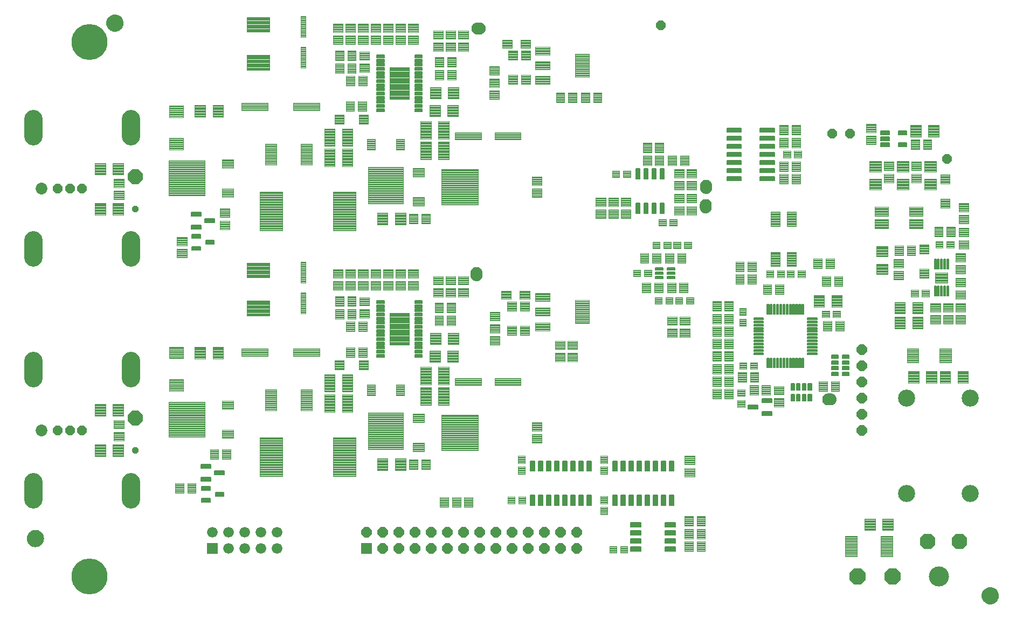
<source format=gts>
G75*
%MOIN*%
%OFA0B0*%
%FSLAX25Y25*%
%IPPOS*%
%LPD*%
%AMOC8*
5,1,8,0,0,1.08239X$1,22.5*
%
%ADD10C,0.13198*%
%ADD11C,0.00454*%
%ADD12C,0.00457*%
%ADD13OC8,0.10293*%
%ADD14C,0.12411*%
%ADD15C,0.00500*%
%ADD16OC8,0.09655*%
%ADD17C,0.00504*%
%ADD18C,0.00514*%
%ADD19C,0.00510*%
%ADD20C,0.00504*%
%ADD21C,0.00414*%
%ADD22C,0.10600*%
%ADD23C,0.00461*%
%ADD24C,0.00594*%
%ADD25C,0.00550*%
%ADD26C,0.00366*%
%ADD27C,0.00445*%
%ADD28C,0.00441*%
%ADD29C,0.00431*%
%ADD30OC8,0.05915*%
%ADD31OC8,0.09200*%
%ADD32OC8,0.04143*%
%ADD33C,0.00100*%
%ADD34C,0.11238*%
%ADD35OC8,0.06506*%
%ADD36R,0.06506X0.06506*%
%ADD37C,0.00428*%
%ADD38C,0.00408*%
%ADD39R,0.06600X0.06600*%
%ADD40C,0.06600*%
%ADD41C,0.07293*%
%ADD42C,0.00386*%
%ADD43C,0.00468*%
%ADD44C,0.00432*%
%ADD45C,0.00463*%
%ADD46C,0.00426*%
%ADD47C,0.00580*%
%ADD48C,0.00477*%
%ADD49C,0.22254*%
D10*
X0230514Y0052437D03*
X0230514Y0383146D03*
D11*
X0553873Y0303574D02*
X0558349Y0303574D01*
X0558349Y0299492D01*
X0553873Y0299492D01*
X0553873Y0303574D01*
X0553873Y0299945D02*
X0558349Y0299945D01*
X0558349Y0300398D02*
X0553873Y0300398D01*
X0553873Y0300851D02*
X0558349Y0300851D01*
X0558349Y0301304D02*
X0553873Y0301304D01*
X0553873Y0301757D02*
X0558349Y0301757D01*
X0558349Y0302210D02*
X0553873Y0302210D01*
X0553873Y0302663D02*
X0558349Y0302663D01*
X0558349Y0303116D02*
X0553873Y0303116D01*
X0553873Y0303569D02*
X0558349Y0303569D01*
X0560566Y0303574D02*
X0565042Y0303574D01*
X0565042Y0299492D01*
X0560566Y0299492D01*
X0560566Y0303574D01*
X0560566Y0299945D02*
X0565042Y0299945D01*
X0565042Y0300398D02*
X0560566Y0300398D01*
X0560566Y0300851D02*
X0565042Y0300851D01*
X0565042Y0301304D02*
X0560566Y0301304D01*
X0560566Y0301757D02*
X0565042Y0301757D01*
X0565042Y0302210D02*
X0560566Y0302210D01*
X0560566Y0302663D02*
X0565042Y0302663D01*
X0565042Y0303116D02*
X0560566Y0303116D01*
X0560566Y0303569D02*
X0565042Y0303569D01*
X0582623Y0273574D02*
X0587099Y0273574D01*
X0587099Y0269492D01*
X0582623Y0269492D01*
X0582623Y0273574D01*
X0582623Y0269945D02*
X0587099Y0269945D01*
X0587099Y0270398D02*
X0582623Y0270398D01*
X0582623Y0270851D02*
X0587099Y0270851D01*
X0587099Y0271304D02*
X0582623Y0271304D01*
X0582623Y0271757D02*
X0587099Y0271757D01*
X0587099Y0272210D02*
X0582623Y0272210D01*
X0582623Y0272663D02*
X0587099Y0272663D01*
X0587099Y0273116D02*
X0582623Y0273116D01*
X0582623Y0273569D02*
X0587099Y0273569D01*
X0589316Y0273574D02*
X0593792Y0273574D01*
X0593792Y0269492D01*
X0589316Y0269492D01*
X0589316Y0273574D01*
X0589316Y0269945D02*
X0593792Y0269945D01*
X0593792Y0270398D02*
X0589316Y0270398D01*
X0589316Y0270851D02*
X0593792Y0270851D01*
X0593792Y0271304D02*
X0589316Y0271304D01*
X0589316Y0271757D02*
X0593792Y0271757D01*
X0593792Y0272210D02*
X0589316Y0272210D01*
X0589316Y0272663D02*
X0593792Y0272663D01*
X0593792Y0273116D02*
X0589316Y0273116D01*
X0589316Y0273569D02*
X0593792Y0273569D01*
X0591623Y0255492D02*
X0596099Y0255492D01*
X0591623Y0255492D02*
X0591623Y0259574D01*
X0596099Y0259574D01*
X0596099Y0255492D01*
X0596099Y0255945D02*
X0591623Y0255945D01*
X0591623Y0256398D02*
X0596099Y0256398D01*
X0596099Y0256851D02*
X0591623Y0256851D01*
X0591623Y0257304D02*
X0596099Y0257304D01*
X0596099Y0257757D02*
X0591623Y0257757D01*
X0591623Y0258210D02*
X0596099Y0258210D01*
X0596099Y0258663D02*
X0591623Y0258663D01*
X0591623Y0259116D02*
X0596099Y0259116D01*
X0596099Y0259569D02*
X0591623Y0259569D01*
X0590042Y0259574D02*
X0585566Y0259574D01*
X0590042Y0259574D02*
X0590042Y0255492D01*
X0585566Y0255492D01*
X0585566Y0259574D01*
X0585566Y0255945D02*
X0590042Y0255945D01*
X0590042Y0256398D02*
X0585566Y0256398D01*
X0585566Y0256851D02*
X0590042Y0256851D01*
X0590042Y0257304D02*
X0585566Y0257304D01*
X0585566Y0257757D02*
X0590042Y0257757D01*
X0590042Y0258210D02*
X0585566Y0258210D01*
X0585566Y0258663D02*
X0590042Y0258663D01*
X0590042Y0259116D02*
X0585566Y0259116D01*
X0585566Y0259569D02*
X0590042Y0259569D01*
X0583349Y0259574D02*
X0578873Y0259574D01*
X0583349Y0259574D02*
X0583349Y0255492D01*
X0578873Y0255492D01*
X0578873Y0259574D01*
X0578873Y0255945D02*
X0583349Y0255945D01*
X0583349Y0256398D02*
X0578873Y0256398D01*
X0578873Y0256851D02*
X0583349Y0256851D01*
X0583349Y0257304D02*
X0578873Y0257304D01*
X0578873Y0257757D02*
X0583349Y0257757D01*
X0583349Y0258210D02*
X0578873Y0258210D01*
X0578873Y0258663D02*
X0583349Y0258663D01*
X0583349Y0259116D02*
X0578873Y0259116D01*
X0578873Y0259569D02*
X0583349Y0259569D01*
X0598316Y0255492D02*
X0602792Y0255492D01*
X0598316Y0255492D02*
X0598316Y0259574D01*
X0602792Y0259574D01*
X0602792Y0255492D01*
X0602792Y0255945D02*
X0598316Y0255945D01*
X0598316Y0256398D02*
X0602792Y0256398D01*
X0602792Y0256851D02*
X0598316Y0256851D01*
X0598316Y0257304D02*
X0602792Y0257304D01*
X0602792Y0257757D02*
X0598316Y0257757D01*
X0598316Y0258210D02*
X0602792Y0258210D01*
X0602792Y0258663D02*
X0598316Y0258663D01*
X0598316Y0259116D02*
X0602792Y0259116D01*
X0602792Y0259569D02*
X0598316Y0259569D01*
X0578042Y0242324D02*
X0573566Y0242324D01*
X0578042Y0242324D02*
X0578042Y0238242D01*
X0573566Y0238242D01*
X0573566Y0242324D01*
X0573566Y0238695D02*
X0578042Y0238695D01*
X0578042Y0239148D02*
X0573566Y0239148D01*
X0573566Y0239601D02*
X0578042Y0239601D01*
X0578042Y0240054D02*
X0573566Y0240054D01*
X0573566Y0240507D02*
X0578042Y0240507D01*
X0578042Y0240960D02*
X0573566Y0240960D01*
X0573566Y0241413D02*
X0578042Y0241413D01*
X0578042Y0241866D02*
X0573566Y0241866D01*
X0573566Y0242319D02*
X0578042Y0242319D01*
X0571349Y0242324D02*
X0566873Y0242324D01*
X0571349Y0242324D02*
X0571349Y0238242D01*
X0566873Y0238242D01*
X0566873Y0242324D01*
X0566873Y0238695D02*
X0571349Y0238695D01*
X0571349Y0239148D02*
X0566873Y0239148D01*
X0566873Y0239601D02*
X0571349Y0239601D01*
X0571349Y0240054D02*
X0566873Y0240054D01*
X0566873Y0240507D02*
X0571349Y0240507D01*
X0571349Y0240960D02*
X0566873Y0240960D01*
X0566873Y0241413D02*
X0571349Y0241413D01*
X0571349Y0241866D02*
X0566873Y0241866D01*
X0566873Y0242319D02*
X0571349Y0242319D01*
X0580123Y0225324D02*
X0584599Y0225324D01*
X0584599Y0221242D01*
X0580123Y0221242D01*
X0580123Y0225324D01*
X0580123Y0221695D02*
X0584599Y0221695D01*
X0584599Y0222148D02*
X0580123Y0222148D01*
X0580123Y0222601D02*
X0584599Y0222601D01*
X0584599Y0223054D02*
X0580123Y0223054D01*
X0580123Y0223507D02*
X0584599Y0223507D01*
X0584599Y0223960D02*
X0580123Y0223960D01*
X0580123Y0224413D02*
X0584599Y0224413D01*
X0584599Y0224866D02*
X0580123Y0224866D01*
X0580123Y0225319D02*
X0584599Y0225319D01*
X0586816Y0225324D02*
X0591292Y0225324D01*
X0591292Y0221242D01*
X0586816Y0221242D01*
X0586816Y0225324D01*
X0586816Y0221695D02*
X0591292Y0221695D01*
X0591292Y0222148D02*
X0586816Y0222148D01*
X0586816Y0222601D02*
X0591292Y0222601D01*
X0591292Y0223054D02*
X0586816Y0223054D01*
X0586816Y0223507D02*
X0591292Y0223507D01*
X0591292Y0223960D02*
X0586816Y0223960D01*
X0586816Y0224413D02*
X0591292Y0224413D01*
X0591292Y0224866D02*
X0586816Y0224866D01*
X0586816Y0225319D02*
X0591292Y0225319D01*
X0592873Y0221242D02*
X0597349Y0221242D01*
X0592873Y0221242D02*
X0592873Y0225324D01*
X0597349Y0225324D01*
X0597349Y0221242D01*
X0597349Y0221695D02*
X0592873Y0221695D01*
X0592873Y0222148D02*
X0597349Y0222148D01*
X0597349Y0222601D02*
X0592873Y0222601D01*
X0592873Y0223054D02*
X0597349Y0223054D01*
X0597349Y0223507D02*
X0592873Y0223507D01*
X0592873Y0223960D02*
X0597349Y0223960D01*
X0597349Y0224413D02*
X0592873Y0224413D01*
X0592873Y0224866D02*
X0597349Y0224866D01*
X0597349Y0225319D02*
X0592873Y0225319D01*
X0599566Y0221242D02*
X0604042Y0221242D01*
X0599566Y0221242D02*
X0599566Y0225324D01*
X0604042Y0225324D01*
X0604042Y0221242D01*
X0604042Y0221695D02*
X0599566Y0221695D01*
X0599566Y0222148D02*
X0604042Y0222148D01*
X0604042Y0222601D02*
X0599566Y0222601D01*
X0599566Y0223054D02*
X0604042Y0223054D01*
X0604042Y0223507D02*
X0599566Y0223507D01*
X0599566Y0223960D02*
X0604042Y0223960D01*
X0604042Y0224413D02*
X0599566Y0224413D01*
X0599566Y0224866D02*
X0604042Y0224866D01*
X0604042Y0225319D02*
X0599566Y0225319D01*
X0632416Y0218618D02*
X0632416Y0214142D01*
X0632416Y0218618D02*
X0636498Y0218618D01*
X0636498Y0214142D01*
X0632416Y0214142D01*
X0632416Y0214595D02*
X0636498Y0214595D01*
X0636498Y0215048D02*
X0632416Y0215048D01*
X0632416Y0215501D02*
X0636498Y0215501D01*
X0636498Y0215954D02*
X0632416Y0215954D01*
X0632416Y0216407D02*
X0636498Y0216407D01*
X0636498Y0216860D02*
X0632416Y0216860D01*
X0632416Y0217313D02*
X0636498Y0217313D01*
X0636498Y0217766D02*
X0632416Y0217766D01*
X0632416Y0218219D02*
X0636498Y0218219D01*
X0632416Y0211925D02*
X0632416Y0207449D01*
X0632416Y0211925D02*
X0636498Y0211925D01*
X0636498Y0207449D01*
X0632416Y0207449D01*
X0632416Y0207902D02*
X0636498Y0207902D01*
X0636498Y0208355D02*
X0632416Y0208355D01*
X0632416Y0208808D02*
X0636498Y0208808D01*
X0636498Y0209261D02*
X0632416Y0209261D01*
X0632416Y0209714D02*
X0636498Y0209714D01*
X0636498Y0210167D02*
X0632416Y0210167D01*
X0632416Y0210620D02*
X0636498Y0210620D01*
X0636498Y0211073D02*
X0632416Y0211073D01*
X0632416Y0211526D02*
X0636498Y0211526D01*
X0636849Y0185074D02*
X0632373Y0185074D01*
X0636849Y0185074D02*
X0636849Y0180992D01*
X0632373Y0180992D01*
X0632373Y0185074D01*
X0632373Y0181445D02*
X0636849Y0181445D01*
X0636849Y0181898D02*
X0632373Y0181898D01*
X0632373Y0182351D02*
X0636849Y0182351D01*
X0636849Y0182804D02*
X0632373Y0182804D01*
X0632373Y0183257D02*
X0636849Y0183257D01*
X0636849Y0183710D02*
X0632373Y0183710D01*
X0632373Y0184163D02*
X0636849Y0184163D01*
X0636849Y0184616D02*
X0632373Y0184616D01*
X0632373Y0185069D02*
X0636849Y0185069D01*
X0639066Y0185074D02*
X0643542Y0185074D01*
X0643542Y0180992D01*
X0639066Y0180992D01*
X0639066Y0185074D01*
X0639066Y0181445D02*
X0643542Y0181445D01*
X0643542Y0181898D02*
X0639066Y0181898D01*
X0639066Y0182351D02*
X0643542Y0182351D01*
X0643542Y0182804D02*
X0639066Y0182804D01*
X0639066Y0183257D02*
X0643542Y0183257D01*
X0643542Y0183710D02*
X0639066Y0183710D01*
X0639066Y0184163D02*
X0643542Y0184163D01*
X0643542Y0184616D02*
X0639066Y0184616D01*
X0639066Y0185069D02*
X0643542Y0185069D01*
X0635695Y0168171D02*
X0635695Y0164089D01*
X0631219Y0164089D01*
X0631219Y0168171D01*
X0635695Y0168171D01*
X0635695Y0164542D02*
X0631219Y0164542D01*
X0631219Y0164995D02*
X0635695Y0164995D01*
X0635695Y0165448D02*
X0631219Y0165448D01*
X0631219Y0165901D02*
X0635695Y0165901D01*
X0635695Y0166354D02*
X0631219Y0166354D01*
X0631219Y0166807D02*
X0635695Y0166807D01*
X0635695Y0167260D02*
X0631219Y0167260D01*
X0631219Y0167713D02*
X0635695Y0167713D01*
X0635695Y0168166D02*
X0631219Y0168166D01*
X0635695Y0161478D02*
X0635695Y0157396D01*
X0631219Y0157396D01*
X0631219Y0161478D01*
X0635695Y0161478D01*
X0635695Y0157849D02*
X0631219Y0157849D01*
X0631219Y0158302D02*
X0635695Y0158302D01*
X0635695Y0158755D02*
X0631219Y0158755D01*
X0631219Y0159208D02*
X0635695Y0159208D01*
X0635695Y0159661D02*
X0631219Y0159661D01*
X0631219Y0160114D02*
X0635695Y0160114D01*
X0635695Y0160567D02*
X0631219Y0160567D01*
X0631219Y0161020D02*
X0635695Y0161020D01*
X0635695Y0161473D02*
X0631219Y0161473D01*
X0546666Y0127118D02*
X0546666Y0122642D01*
X0546666Y0127118D02*
X0550748Y0127118D01*
X0550748Y0122642D01*
X0546666Y0122642D01*
X0546666Y0123095D02*
X0550748Y0123095D01*
X0550748Y0123548D02*
X0546666Y0123548D01*
X0546666Y0124001D02*
X0550748Y0124001D01*
X0550748Y0124454D02*
X0546666Y0124454D01*
X0546666Y0124907D02*
X0550748Y0124907D01*
X0550748Y0125360D02*
X0546666Y0125360D01*
X0546666Y0125813D02*
X0550748Y0125813D01*
X0550748Y0126266D02*
X0546666Y0126266D01*
X0546666Y0126719D02*
X0550748Y0126719D01*
X0546666Y0120425D02*
X0546666Y0115949D01*
X0546666Y0120425D02*
X0550748Y0120425D01*
X0550748Y0115949D01*
X0546666Y0115949D01*
X0546666Y0116402D02*
X0550748Y0116402D01*
X0550748Y0116855D02*
X0546666Y0116855D01*
X0546666Y0117308D02*
X0550748Y0117308D01*
X0550748Y0117761D02*
X0546666Y0117761D01*
X0546666Y0118214D02*
X0550748Y0118214D01*
X0550748Y0118667D02*
X0546666Y0118667D01*
X0546666Y0119120D02*
X0550748Y0119120D01*
X0550748Y0119573D02*
X0546666Y0119573D01*
X0546666Y0120026D02*
X0550748Y0120026D01*
X0546666Y0102118D02*
X0546666Y0097642D01*
X0546666Y0102118D02*
X0550748Y0102118D01*
X0550748Y0097642D01*
X0546666Y0097642D01*
X0546666Y0098095D02*
X0550748Y0098095D01*
X0550748Y0098548D02*
X0546666Y0098548D01*
X0546666Y0099001D02*
X0550748Y0099001D01*
X0550748Y0099454D02*
X0546666Y0099454D01*
X0546666Y0099907D02*
X0550748Y0099907D01*
X0550748Y0100360D02*
X0546666Y0100360D01*
X0546666Y0100813D02*
X0550748Y0100813D01*
X0550748Y0101266D02*
X0546666Y0101266D01*
X0546666Y0101719D02*
X0550748Y0101719D01*
X0546666Y0095425D02*
X0546666Y0090949D01*
X0546666Y0095425D02*
X0550748Y0095425D01*
X0550748Y0090949D01*
X0546666Y0090949D01*
X0546666Y0091402D02*
X0550748Y0091402D01*
X0550748Y0091855D02*
X0546666Y0091855D01*
X0546666Y0092308D02*
X0550748Y0092308D01*
X0550748Y0092761D02*
X0546666Y0092761D01*
X0546666Y0093214D02*
X0550748Y0093214D01*
X0550748Y0093667D02*
X0546666Y0093667D01*
X0546666Y0094120D02*
X0550748Y0094120D01*
X0550748Y0094573D02*
X0546666Y0094573D01*
X0546666Y0095026D02*
X0550748Y0095026D01*
X0552123Y0067242D02*
X0556599Y0067242D01*
X0552123Y0067242D02*
X0552123Y0071324D01*
X0556599Y0071324D01*
X0556599Y0067242D01*
X0556599Y0067695D02*
X0552123Y0067695D01*
X0552123Y0068148D02*
X0556599Y0068148D01*
X0556599Y0068601D02*
X0552123Y0068601D01*
X0552123Y0069054D02*
X0556599Y0069054D01*
X0556599Y0069507D02*
X0552123Y0069507D01*
X0552123Y0069960D02*
X0556599Y0069960D01*
X0556599Y0070413D02*
X0552123Y0070413D01*
X0552123Y0070866D02*
X0556599Y0070866D01*
X0556599Y0071319D02*
X0552123Y0071319D01*
X0558816Y0067242D02*
X0563292Y0067242D01*
X0558816Y0067242D02*
X0558816Y0071324D01*
X0563292Y0071324D01*
X0563292Y0067242D01*
X0563292Y0067695D02*
X0558816Y0067695D01*
X0558816Y0068148D02*
X0563292Y0068148D01*
X0563292Y0068601D02*
X0558816Y0068601D01*
X0558816Y0069054D02*
X0563292Y0069054D01*
X0563292Y0069507D02*
X0558816Y0069507D01*
X0558816Y0069960D02*
X0563292Y0069960D01*
X0563292Y0070413D02*
X0558816Y0070413D01*
X0558816Y0070866D02*
X0563292Y0070866D01*
X0563292Y0071319D02*
X0558816Y0071319D01*
X0500292Y0101824D02*
X0495816Y0101824D01*
X0500292Y0101824D02*
X0500292Y0097742D01*
X0495816Y0097742D01*
X0495816Y0101824D01*
X0495816Y0098195D02*
X0500292Y0098195D01*
X0500292Y0098648D02*
X0495816Y0098648D01*
X0495816Y0099101D02*
X0500292Y0099101D01*
X0500292Y0099554D02*
X0495816Y0099554D01*
X0495816Y0100007D02*
X0500292Y0100007D01*
X0500292Y0100460D02*
X0495816Y0100460D01*
X0495816Y0100913D02*
X0500292Y0100913D01*
X0500292Y0101366D02*
X0495816Y0101366D01*
X0495816Y0101819D02*
X0500292Y0101819D01*
X0493599Y0101824D02*
X0489123Y0101824D01*
X0493599Y0101824D02*
X0493599Y0097742D01*
X0489123Y0097742D01*
X0489123Y0101824D01*
X0489123Y0098195D02*
X0493599Y0098195D01*
X0493599Y0098648D02*
X0489123Y0098648D01*
X0489123Y0099101D02*
X0493599Y0099101D01*
X0493599Y0099554D02*
X0489123Y0099554D01*
X0489123Y0100007D02*
X0493599Y0100007D01*
X0493599Y0100460D02*
X0489123Y0100460D01*
X0489123Y0100913D02*
X0493599Y0100913D01*
X0493599Y0101366D02*
X0489123Y0101366D01*
X0489123Y0101819D02*
X0493599Y0101819D01*
X0495666Y0115949D02*
X0495666Y0120425D01*
X0499748Y0120425D01*
X0499748Y0115949D01*
X0495666Y0115949D01*
X0495666Y0116402D02*
X0499748Y0116402D01*
X0499748Y0116855D02*
X0495666Y0116855D01*
X0495666Y0117308D02*
X0499748Y0117308D01*
X0499748Y0117761D02*
X0495666Y0117761D01*
X0495666Y0118214D02*
X0499748Y0118214D01*
X0499748Y0118667D02*
X0495666Y0118667D01*
X0495666Y0119120D02*
X0499748Y0119120D01*
X0499748Y0119573D02*
X0495666Y0119573D01*
X0495666Y0120026D02*
X0499748Y0120026D01*
X0495666Y0122642D02*
X0495666Y0127118D01*
X0499748Y0127118D01*
X0499748Y0122642D01*
X0495666Y0122642D01*
X0495666Y0123095D02*
X0499748Y0123095D01*
X0499748Y0123548D02*
X0495666Y0123548D01*
X0495666Y0124001D02*
X0499748Y0124001D01*
X0499748Y0124454D02*
X0495666Y0124454D01*
X0495666Y0124907D02*
X0499748Y0124907D01*
X0499748Y0125360D02*
X0495666Y0125360D01*
X0495666Y0125813D02*
X0499748Y0125813D01*
X0499748Y0126266D02*
X0495666Y0126266D01*
X0495666Y0126719D02*
X0499748Y0126719D01*
X0683623Y0217074D02*
X0688099Y0217074D01*
X0688099Y0212992D01*
X0683623Y0212992D01*
X0683623Y0217074D01*
X0683623Y0213445D02*
X0688099Y0213445D01*
X0688099Y0213898D02*
X0683623Y0213898D01*
X0683623Y0214351D02*
X0688099Y0214351D01*
X0688099Y0214804D02*
X0683623Y0214804D01*
X0683623Y0215257D02*
X0688099Y0215257D01*
X0688099Y0215710D02*
X0683623Y0215710D01*
X0683623Y0216163D02*
X0688099Y0216163D01*
X0688099Y0216616D02*
X0683623Y0216616D01*
X0683623Y0217069D02*
X0688099Y0217069D01*
X0690316Y0217074D02*
X0694792Y0217074D01*
X0694792Y0212992D01*
X0690316Y0212992D01*
X0690316Y0217074D01*
X0690316Y0213445D02*
X0694792Y0213445D01*
X0694792Y0213898D02*
X0690316Y0213898D01*
X0690316Y0214351D02*
X0694792Y0214351D01*
X0694792Y0214804D02*
X0690316Y0214804D01*
X0690316Y0215257D02*
X0694792Y0215257D01*
X0694792Y0215710D02*
X0690316Y0215710D01*
X0690316Y0216163D02*
X0694792Y0216163D01*
X0694792Y0216616D02*
X0690316Y0216616D01*
X0690316Y0217069D02*
X0694792Y0217069D01*
X0673042Y0241824D02*
X0668566Y0241824D01*
X0673042Y0241824D02*
X0673042Y0237742D01*
X0668566Y0237742D01*
X0668566Y0241824D01*
X0668566Y0238195D02*
X0673042Y0238195D01*
X0673042Y0238648D02*
X0668566Y0238648D01*
X0668566Y0239101D02*
X0673042Y0239101D01*
X0673042Y0239554D02*
X0668566Y0239554D01*
X0668566Y0240007D02*
X0673042Y0240007D01*
X0673042Y0240460D02*
X0668566Y0240460D01*
X0668566Y0240913D02*
X0673042Y0240913D01*
X0673042Y0241366D02*
X0668566Y0241366D01*
X0668566Y0241819D02*
X0673042Y0241819D01*
X0666349Y0241824D02*
X0661873Y0241824D01*
X0666349Y0241824D02*
X0666349Y0237742D01*
X0661873Y0237742D01*
X0661873Y0241824D01*
X0661873Y0238195D02*
X0666349Y0238195D01*
X0666349Y0238648D02*
X0661873Y0238648D01*
X0661873Y0239101D02*
X0666349Y0239101D01*
X0666349Y0239554D02*
X0661873Y0239554D01*
X0661873Y0240007D02*
X0666349Y0240007D01*
X0666349Y0240460D02*
X0661873Y0240460D01*
X0661873Y0240913D02*
X0666349Y0240913D01*
X0666349Y0241366D02*
X0661873Y0241366D01*
X0661873Y0241819D02*
X0666349Y0241819D01*
X0660292Y0237742D02*
X0655816Y0237742D01*
X0655816Y0241824D01*
X0660292Y0241824D01*
X0660292Y0237742D01*
X0660292Y0238195D02*
X0655816Y0238195D01*
X0655816Y0238648D02*
X0660292Y0238648D01*
X0660292Y0239101D02*
X0655816Y0239101D01*
X0655816Y0239554D02*
X0660292Y0239554D01*
X0660292Y0240007D02*
X0655816Y0240007D01*
X0655816Y0240460D02*
X0660292Y0240460D01*
X0660292Y0240913D02*
X0655816Y0240913D01*
X0655816Y0241366D02*
X0660292Y0241366D01*
X0660292Y0241819D02*
X0655816Y0241819D01*
X0653599Y0237742D02*
X0649123Y0237742D01*
X0649123Y0241824D01*
X0653599Y0241824D01*
X0653599Y0237742D01*
X0653599Y0238195D02*
X0649123Y0238195D01*
X0649123Y0238648D02*
X0653599Y0238648D01*
X0653599Y0239101D02*
X0649123Y0239101D01*
X0649123Y0239554D02*
X0653599Y0239554D01*
X0653599Y0240007D02*
X0649123Y0240007D01*
X0649123Y0240460D02*
X0653599Y0240460D01*
X0653599Y0240913D02*
X0649123Y0240913D01*
X0649123Y0241366D02*
X0653599Y0241366D01*
X0653599Y0241819D02*
X0649123Y0241819D01*
X0738623Y0225742D02*
X0743099Y0225742D01*
X0738623Y0225742D02*
X0738623Y0229824D01*
X0743099Y0229824D01*
X0743099Y0225742D01*
X0743099Y0226195D02*
X0738623Y0226195D01*
X0738623Y0226648D02*
X0743099Y0226648D01*
X0743099Y0227101D02*
X0738623Y0227101D01*
X0738623Y0227554D02*
X0743099Y0227554D01*
X0743099Y0228007D02*
X0738623Y0228007D01*
X0738623Y0228460D02*
X0743099Y0228460D01*
X0743099Y0228913D02*
X0738623Y0228913D01*
X0738623Y0229366D02*
X0743099Y0229366D01*
X0743099Y0229819D02*
X0738623Y0229819D01*
X0745316Y0225742D02*
X0749792Y0225742D01*
X0745316Y0225742D02*
X0745316Y0229824D01*
X0749792Y0229824D01*
X0749792Y0225742D01*
X0749792Y0226195D02*
X0745316Y0226195D01*
X0745316Y0226648D02*
X0749792Y0226648D01*
X0749792Y0227101D02*
X0745316Y0227101D01*
X0745316Y0227554D02*
X0749792Y0227554D01*
X0749792Y0228007D02*
X0745316Y0228007D01*
X0745316Y0228460D02*
X0749792Y0228460D01*
X0749792Y0228913D02*
X0745316Y0228913D01*
X0745316Y0229366D02*
X0749792Y0229366D01*
X0749792Y0229819D02*
X0745316Y0229819D01*
X0753873Y0255992D02*
X0758349Y0255992D01*
X0753873Y0255992D02*
X0753873Y0260074D01*
X0758349Y0260074D01*
X0758349Y0255992D01*
X0758349Y0256445D02*
X0753873Y0256445D01*
X0753873Y0256898D02*
X0758349Y0256898D01*
X0758349Y0257351D02*
X0753873Y0257351D01*
X0753873Y0257804D02*
X0758349Y0257804D01*
X0758349Y0258257D02*
X0753873Y0258257D01*
X0753873Y0258710D02*
X0758349Y0258710D01*
X0758349Y0259163D02*
X0753873Y0259163D01*
X0753873Y0259616D02*
X0758349Y0259616D01*
X0758349Y0260069D02*
X0753873Y0260069D01*
X0760566Y0255992D02*
X0765042Y0255992D01*
X0760566Y0255992D02*
X0760566Y0260074D01*
X0765042Y0260074D01*
X0765042Y0255992D01*
X0765042Y0256445D02*
X0760566Y0256445D01*
X0760566Y0256898D02*
X0765042Y0256898D01*
X0765042Y0257351D02*
X0760566Y0257351D01*
X0760566Y0257804D02*
X0765042Y0257804D01*
X0765042Y0258257D02*
X0760566Y0258257D01*
X0760566Y0258710D02*
X0765042Y0258710D01*
X0765042Y0259163D02*
X0760566Y0259163D01*
X0760566Y0259616D02*
X0765042Y0259616D01*
X0765042Y0260069D02*
X0760566Y0260069D01*
X0670792Y0311742D02*
X0666316Y0311742D01*
X0666316Y0315824D01*
X0670792Y0315824D01*
X0670792Y0311742D01*
X0670792Y0312195D02*
X0666316Y0312195D01*
X0666316Y0312648D02*
X0670792Y0312648D01*
X0670792Y0313101D02*
X0666316Y0313101D01*
X0666316Y0313554D02*
X0670792Y0313554D01*
X0670792Y0314007D02*
X0666316Y0314007D01*
X0666316Y0314460D02*
X0670792Y0314460D01*
X0670792Y0314913D02*
X0666316Y0314913D01*
X0666316Y0315366D02*
X0670792Y0315366D01*
X0670792Y0315819D02*
X0666316Y0315819D01*
X0664099Y0311742D02*
X0659623Y0311742D01*
X0659623Y0315824D01*
X0664099Y0315824D01*
X0664099Y0311742D01*
X0664099Y0312195D02*
X0659623Y0312195D01*
X0659623Y0312648D02*
X0664099Y0312648D01*
X0664099Y0313101D02*
X0659623Y0313101D01*
X0659623Y0313554D02*
X0664099Y0313554D01*
X0664099Y0314007D02*
X0659623Y0314007D01*
X0659623Y0314460D02*
X0664099Y0314460D01*
X0664099Y0314913D02*
X0659623Y0314913D01*
X0659623Y0315366D02*
X0664099Y0315366D01*
X0664099Y0315819D02*
X0659623Y0315819D01*
D12*
X0657336Y0324058D02*
X0662598Y0324058D01*
X0662598Y0318008D01*
X0657336Y0318008D01*
X0657336Y0324058D01*
X0657336Y0318464D02*
X0662598Y0318464D01*
X0662598Y0318920D02*
X0657336Y0318920D01*
X0657336Y0319376D02*
X0662598Y0319376D01*
X0662598Y0319832D02*
X0657336Y0319832D01*
X0657336Y0320288D02*
X0662598Y0320288D01*
X0662598Y0320744D02*
X0657336Y0320744D01*
X0657336Y0321200D02*
X0662598Y0321200D01*
X0662598Y0321656D02*
X0657336Y0321656D01*
X0657336Y0322112D02*
X0662598Y0322112D01*
X0662598Y0322568D02*
X0657336Y0322568D01*
X0657336Y0323024D02*
X0662598Y0323024D01*
X0662598Y0323480D02*
X0657336Y0323480D01*
X0657336Y0323936D02*
X0662598Y0323936D01*
X0662598Y0325758D02*
X0657336Y0325758D01*
X0657336Y0331808D01*
X0662598Y0331808D01*
X0662598Y0325758D01*
X0662598Y0326214D02*
X0657336Y0326214D01*
X0657336Y0326670D02*
X0662598Y0326670D01*
X0662598Y0327126D02*
X0657336Y0327126D01*
X0657336Y0327582D02*
X0662598Y0327582D01*
X0662598Y0328038D02*
X0657336Y0328038D01*
X0657336Y0328494D02*
X0662598Y0328494D01*
X0662598Y0328950D02*
X0657336Y0328950D01*
X0657336Y0329406D02*
X0662598Y0329406D01*
X0662598Y0329862D02*
X0657336Y0329862D01*
X0657336Y0330318D02*
X0662598Y0330318D01*
X0662598Y0330774D02*
X0657336Y0330774D01*
X0657336Y0331230D02*
X0662598Y0331230D01*
X0662598Y0331686D02*
X0657336Y0331686D01*
X0664817Y0325758D02*
X0670079Y0325758D01*
X0664817Y0325758D02*
X0664817Y0331808D01*
X0670079Y0331808D01*
X0670079Y0325758D01*
X0670079Y0326214D02*
X0664817Y0326214D01*
X0664817Y0326670D02*
X0670079Y0326670D01*
X0670079Y0327126D02*
X0664817Y0327126D01*
X0664817Y0327582D02*
X0670079Y0327582D01*
X0670079Y0328038D02*
X0664817Y0328038D01*
X0664817Y0328494D02*
X0670079Y0328494D01*
X0670079Y0328950D02*
X0664817Y0328950D01*
X0664817Y0329406D02*
X0670079Y0329406D01*
X0670079Y0329862D02*
X0664817Y0329862D01*
X0664817Y0330318D02*
X0670079Y0330318D01*
X0670079Y0330774D02*
X0664817Y0330774D01*
X0664817Y0331230D02*
X0670079Y0331230D01*
X0670079Y0331686D02*
X0664817Y0331686D01*
X0664817Y0324058D02*
X0670079Y0324058D01*
X0670079Y0318008D01*
X0664817Y0318008D01*
X0664817Y0324058D01*
X0664817Y0318464D02*
X0670079Y0318464D01*
X0670079Y0318920D02*
X0664817Y0318920D01*
X0664817Y0319376D02*
X0670079Y0319376D01*
X0670079Y0319832D02*
X0664817Y0319832D01*
X0664817Y0320288D02*
X0670079Y0320288D01*
X0670079Y0320744D02*
X0664817Y0320744D01*
X0664817Y0321200D02*
X0670079Y0321200D01*
X0670079Y0321656D02*
X0664817Y0321656D01*
X0664817Y0322112D02*
X0670079Y0322112D01*
X0670079Y0322568D02*
X0664817Y0322568D01*
X0664817Y0323024D02*
X0670079Y0323024D01*
X0670079Y0323480D02*
X0664817Y0323480D01*
X0664817Y0323936D02*
X0670079Y0323936D01*
X0670079Y0309308D02*
X0664817Y0309308D01*
X0670079Y0309308D02*
X0670079Y0303258D01*
X0664817Y0303258D01*
X0664817Y0309308D01*
X0664817Y0303714D02*
X0670079Y0303714D01*
X0670079Y0304170D02*
X0664817Y0304170D01*
X0664817Y0304626D02*
X0670079Y0304626D01*
X0670079Y0305082D02*
X0664817Y0305082D01*
X0664817Y0305538D02*
X0670079Y0305538D01*
X0670079Y0305994D02*
X0664817Y0305994D01*
X0664817Y0306450D02*
X0670079Y0306450D01*
X0670079Y0306906D02*
X0664817Y0306906D01*
X0664817Y0307362D02*
X0670079Y0307362D01*
X0670079Y0307818D02*
X0664817Y0307818D01*
X0664817Y0308274D02*
X0670079Y0308274D01*
X0670079Y0308730D02*
X0664817Y0308730D01*
X0664817Y0309186D02*
X0670079Y0309186D01*
X0662598Y0309308D02*
X0657336Y0309308D01*
X0662598Y0309308D02*
X0662598Y0303258D01*
X0657336Y0303258D01*
X0657336Y0309308D01*
X0657336Y0303714D02*
X0662598Y0303714D01*
X0662598Y0304170D02*
X0657336Y0304170D01*
X0657336Y0304626D02*
X0662598Y0304626D01*
X0662598Y0305082D02*
X0657336Y0305082D01*
X0657336Y0305538D02*
X0662598Y0305538D01*
X0662598Y0305994D02*
X0657336Y0305994D01*
X0657336Y0306450D02*
X0662598Y0306450D01*
X0662598Y0306906D02*
X0657336Y0306906D01*
X0657336Y0307362D02*
X0662598Y0307362D01*
X0662598Y0307818D02*
X0657336Y0307818D01*
X0657336Y0308274D02*
X0662598Y0308274D01*
X0662598Y0308730D02*
X0657336Y0308730D01*
X0657336Y0309186D02*
X0662598Y0309186D01*
X0662598Y0295508D02*
X0657336Y0295508D01*
X0657336Y0301558D01*
X0662598Y0301558D01*
X0662598Y0295508D01*
X0662598Y0295964D02*
X0657336Y0295964D01*
X0657336Y0296420D02*
X0662598Y0296420D01*
X0662598Y0296876D02*
X0657336Y0296876D01*
X0657336Y0297332D02*
X0662598Y0297332D01*
X0662598Y0297788D02*
X0657336Y0297788D01*
X0657336Y0298244D02*
X0662598Y0298244D01*
X0662598Y0298700D02*
X0657336Y0298700D01*
X0657336Y0299156D02*
X0662598Y0299156D01*
X0662598Y0299612D02*
X0657336Y0299612D01*
X0657336Y0300068D02*
X0662598Y0300068D01*
X0662598Y0300524D02*
X0657336Y0300524D01*
X0657336Y0300980D02*
X0662598Y0300980D01*
X0662598Y0301436D02*
X0657336Y0301436D01*
X0664817Y0295508D02*
X0670079Y0295508D01*
X0664817Y0295508D02*
X0664817Y0301558D01*
X0670079Y0301558D01*
X0670079Y0295508D01*
X0670079Y0295964D02*
X0664817Y0295964D01*
X0664817Y0296420D02*
X0670079Y0296420D01*
X0670079Y0296876D02*
X0664817Y0296876D01*
X0664817Y0297332D02*
X0670079Y0297332D01*
X0670079Y0297788D02*
X0664817Y0297788D01*
X0664817Y0298244D02*
X0670079Y0298244D01*
X0670079Y0298700D02*
X0664817Y0298700D01*
X0664817Y0299156D02*
X0670079Y0299156D01*
X0670079Y0299612D02*
X0664817Y0299612D01*
X0664817Y0300068D02*
X0670079Y0300068D01*
X0670079Y0300524D02*
X0664817Y0300524D01*
X0664817Y0300980D02*
X0670079Y0300980D01*
X0670079Y0301436D02*
X0664817Y0301436D01*
X0716982Y0319912D02*
X0716982Y0325174D01*
X0716982Y0319912D02*
X0710932Y0319912D01*
X0710932Y0325174D01*
X0716982Y0325174D01*
X0716982Y0320368D02*
X0710932Y0320368D01*
X0710932Y0320824D02*
X0716982Y0320824D01*
X0716982Y0321280D02*
X0710932Y0321280D01*
X0710932Y0321736D02*
X0716982Y0321736D01*
X0716982Y0322192D02*
X0710932Y0322192D01*
X0710932Y0322648D02*
X0716982Y0322648D01*
X0716982Y0323104D02*
X0710932Y0323104D01*
X0710932Y0323560D02*
X0716982Y0323560D01*
X0716982Y0324016D02*
X0710932Y0324016D01*
X0710932Y0324472D02*
X0716982Y0324472D01*
X0716982Y0324928D02*
X0710932Y0324928D01*
X0716982Y0327393D02*
X0716982Y0332655D01*
X0716982Y0327393D02*
X0710932Y0327393D01*
X0710932Y0332655D01*
X0716982Y0332655D01*
X0716982Y0327849D02*
X0710932Y0327849D01*
X0710932Y0328305D02*
X0716982Y0328305D01*
X0716982Y0328761D02*
X0710932Y0328761D01*
X0710932Y0329217D02*
X0716982Y0329217D01*
X0716982Y0329673D02*
X0710932Y0329673D01*
X0710932Y0330129D02*
X0716982Y0330129D01*
X0716982Y0330585D02*
X0710932Y0330585D01*
X0710932Y0331041D02*
X0716982Y0331041D01*
X0716982Y0331497D02*
X0710932Y0331497D01*
X0710932Y0331953D02*
X0716982Y0331953D01*
X0716982Y0332409D02*
X0710932Y0332409D01*
X0738586Y0322808D02*
X0743848Y0322808D01*
X0743848Y0316758D01*
X0738586Y0316758D01*
X0738586Y0322808D01*
X0738586Y0317214D02*
X0743848Y0317214D01*
X0743848Y0317670D02*
X0738586Y0317670D01*
X0738586Y0318126D02*
X0743848Y0318126D01*
X0743848Y0318582D02*
X0738586Y0318582D01*
X0738586Y0319038D02*
X0743848Y0319038D01*
X0743848Y0319494D02*
X0738586Y0319494D01*
X0738586Y0319950D02*
X0743848Y0319950D01*
X0743848Y0320406D02*
X0738586Y0320406D01*
X0738586Y0320862D02*
X0743848Y0320862D01*
X0743848Y0321318D02*
X0738586Y0321318D01*
X0738586Y0321774D02*
X0743848Y0321774D01*
X0743848Y0322230D02*
X0738586Y0322230D01*
X0738586Y0322686D02*
X0743848Y0322686D01*
X0746067Y0322808D02*
X0751329Y0322808D01*
X0751329Y0316758D01*
X0746067Y0316758D01*
X0746067Y0322808D01*
X0746067Y0317214D02*
X0751329Y0317214D01*
X0751329Y0317670D02*
X0746067Y0317670D01*
X0746067Y0318126D02*
X0751329Y0318126D01*
X0751329Y0318582D02*
X0746067Y0318582D01*
X0746067Y0319038D02*
X0751329Y0319038D01*
X0751329Y0319494D02*
X0746067Y0319494D01*
X0746067Y0319950D02*
X0751329Y0319950D01*
X0751329Y0320406D02*
X0746067Y0320406D01*
X0746067Y0320862D02*
X0751329Y0320862D01*
X0751329Y0321318D02*
X0746067Y0321318D01*
X0746067Y0321774D02*
X0751329Y0321774D01*
X0751329Y0322230D02*
X0746067Y0322230D01*
X0746067Y0322686D02*
X0751329Y0322686D01*
X0738932Y0309155D02*
X0738932Y0303893D01*
X0738932Y0309155D02*
X0744982Y0309155D01*
X0744982Y0303893D01*
X0738932Y0303893D01*
X0738932Y0304349D02*
X0744982Y0304349D01*
X0744982Y0304805D02*
X0738932Y0304805D01*
X0738932Y0305261D02*
X0744982Y0305261D01*
X0744982Y0305717D02*
X0738932Y0305717D01*
X0738932Y0306173D02*
X0744982Y0306173D01*
X0744982Y0306629D02*
X0738932Y0306629D01*
X0738932Y0307085D02*
X0744982Y0307085D01*
X0744982Y0307541D02*
X0738932Y0307541D01*
X0738932Y0307997D02*
X0744982Y0307997D01*
X0744982Y0308453D02*
X0738932Y0308453D01*
X0738932Y0308909D02*
X0744982Y0308909D01*
X0738932Y0301674D02*
X0738932Y0296412D01*
X0738932Y0301674D02*
X0744982Y0301674D01*
X0744982Y0296412D01*
X0738932Y0296412D01*
X0738932Y0296868D02*
X0744982Y0296868D01*
X0744982Y0297324D02*
X0738932Y0297324D01*
X0738932Y0297780D02*
X0744982Y0297780D01*
X0744982Y0298236D02*
X0738932Y0298236D01*
X0738932Y0298692D02*
X0744982Y0298692D01*
X0744982Y0299148D02*
X0738932Y0299148D01*
X0738932Y0299604D02*
X0744982Y0299604D01*
X0744982Y0300060D02*
X0738932Y0300060D01*
X0738932Y0300516D02*
X0744982Y0300516D01*
X0744982Y0300972D02*
X0738932Y0300972D01*
X0738932Y0301428D02*
X0744982Y0301428D01*
X0721932Y0301674D02*
X0721932Y0296412D01*
X0721932Y0301674D02*
X0727982Y0301674D01*
X0727982Y0296412D01*
X0721932Y0296412D01*
X0721932Y0296868D02*
X0727982Y0296868D01*
X0727982Y0297324D02*
X0721932Y0297324D01*
X0721932Y0297780D02*
X0727982Y0297780D01*
X0727982Y0298236D02*
X0721932Y0298236D01*
X0721932Y0298692D02*
X0727982Y0298692D01*
X0727982Y0299148D02*
X0721932Y0299148D01*
X0721932Y0299604D02*
X0727982Y0299604D01*
X0727982Y0300060D02*
X0721932Y0300060D01*
X0721932Y0300516D02*
X0727982Y0300516D01*
X0727982Y0300972D02*
X0721932Y0300972D01*
X0721932Y0301428D02*
X0727982Y0301428D01*
X0721932Y0303893D02*
X0721932Y0309155D01*
X0727982Y0309155D01*
X0727982Y0303893D01*
X0721932Y0303893D01*
X0721932Y0304349D02*
X0727982Y0304349D01*
X0727982Y0304805D02*
X0721932Y0304805D01*
X0721932Y0305261D02*
X0727982Y0305261D01*
X0727982Y0305717D02*
X0721932Y0305717D01*
X0721932Y0306173D02*
X0727982Y0306173D01*
X0727982Y0306629D02*
X0721932Y0306629D01*
X0721932Y0307085D02*
X0727982Y0307085D01*
X0727982Y0307541D02*
X0721932Y0307541D01*
X0721932Y0307997D02*
X0727982Y0307997D01*
X0727982Y0308453D02*
X0721932Y0308453D01*
X0721932Y0308909D02*
X0727982Y0308909D01*
X0774232Y0283655D02*
X0774232Y0278393D01*
X0768182Y0278393D01*
X0768182Y0283655D01*
X0774232Y0283655D01*
X0774232Y0278849D02*
X0768182Y0278849D01*
X0768182Y0279305D02*
X0774232Y0279305D01*
X0774232Y0279761D02*
X0768182Y0279761D01*
X0768182Y0280217D02*
X0774232Y0280217D01*
X0774232Y0280673D02*
X0768182Y0280673D01*
X0768182Y0281129D02*
X0774232Y0281129D01*
X0774232Y0281585D02*
X0768182Y0281585D01*
X0768182Y0282041D02*
X0774232Y0282041D01*
X0774232Y0282497D02*
X0768182Y0282497D01*
X0768182Y0282953D02*
X0774232Y0282953D01*
X0774232Y0283409D02*
X0768182Y0283409D01*
X0774232Y0276174D02*
X0774232Y0270912D01*
X0768182Y0270912D01*
X0768182Y0276174D01*
X0774232Y0276174D01*
X0774232Y0271368D02*
X0768182Y0271368D01*
X0768182Y0271824D02*
X0774232Y0271824D01*
X0774232Y0272280D02*
X0768182Y0272280D01*
X0768182Y0272736D02*
X0774232Y0272736D01*
X0774232Y0273192D02*
X0768182Y0273192D01*
X0768182Y0273648D02*
X0774232Y0273648D01*
X0774232Y0274104D02*
X0768182Y0274104D01*
X0768182Y0274560D02*
X0774232Y0274560D01*
X0774232Y0275016D02*
X0768182Y0275016D01*
X0768182Y0275472D02*
X0774232Y0275472D01*
X0774232Y0275928D02*
X0768182Y0275928D01*
X0768182Y0268155D02*
X0768182Y0262893D01*
X0768182Y0268155D02*
X0774232Y0268155D01*
X0774232Y0262893D01*
X0768182Y0262893D01*
X0768182Y0263349D02*
X0774232Y0263349D01*
X0774232Y0263805D02*
X0768182Y0263805D01*
X0768182Y0264261D02*
X0774232Y0264261D01*
X0774232Y0264717D02*
X0768182Y0264717D01*
X0768182Y0265173D02*
X0774232Y0265173D01*
X0774232Y0265629D02*
X0768182Y0265629D01*
X0768182Y0266085D02*
X0774232Y0266085D01*
X0774232Y0266541D02*
X0768182Y0266541D01*
X0768182Y0266997D02*
X0774232Y0266997D01*
X0774232Y0267453D02*
X0768182Y0267453D01*
X0768182Y0267909D02*
X0774232Y0267909D01*
X0765829Y0262758D02*
X0760567Y0262758D01*
X0760567Y0268808D01*
X0765829Y0268808D01*
X0765829Y0262758D01*
X0765829Y0263214D02*
X0760567Y0263214D01*
X0760567Y0263670D02*
X0765829Y0263670D01*
X0765829Y0264126D02*
X0760567Y0264126D01*
X0760567Y0264582D02*
X0765829Y0264582D01*
X0765829Y0265038D02*
X0760567Y0265038D01*
X0760567Y0265494D02*
X0765829Y0265494D01*
X0765829Y0265950D02*
X0760567Y0265950D01*
X0760567Y0266406D02*
X0765829Y0266406D01*
X0765829Y0266862D02*
X0760567Y0266862D01*
X0760567Y0267318D02*
X0765829Y0267318D01*
X0765829Y0267774D02*
X0760567Y0267774D01*
X0760567Y0268230D02*
X0765829Y0268230D01*
X0765829Y0268686D02*
X0760567Y0268686D01*
X0758348Y0262758D02*
X0753086Y0262758D01*
X0753086Y0268808D01*
X0758348Y0268808D01*
X0758348Y0262758D01*
X0758348Y0263214D02*
X0753086Y0263214D01*
X0753086Y0263670D02*
X0758348Y0263670D01*
X0758348Y0264126D02*
X0753086Y0264126D01*
X0753086Y0264582D02*
X0758348Y0264582D01*
X0758348Y0265038D02*
X0753086Y0265038D01*
X0753086Y0265494D02*
X0758348Y0265494D01*
X0758348Y0265950D02*
X0753086Y0265950D01*
X0753086Y0266406D02*
X0758348Y0266406D01*
X0758348Y0266862D02*
X0753086Y0266862D01*
X0753086Y0267318D02*
X0758348Y0267318D01*
X0758348Y0267774D02*
X0753086Y0267774D01*
X0753086Y0268230D02*
X0758348Y0268230D01*
X0758348Y0268686D02*
X0753086Y0268686D01*
X0741329Y0257308D02*
X0736067Y0257308D01*
X0741329Y0257308D02*
X0741329Y0251258D01*
X0736067Y0251258D01*
X0736067Y0257308D01*
X0736067Y0251714D02*
X0741329Y0251714D01*
X0741329Y0252170D02*
X0736067Y0252170D01*
X0736067Y0252626D02*
X0741329Y0252626D01*
X0741329Y0253082D02*
X0736067Y0253082D01*
X0736067Y0253538D02*
X0741329Y0253538D01*
X0741329Y0253994D02*
X0736067Y0253994D01*
X0736067Y0254450D02*
X0741329Y0254450D01*
X0741329Y0254906D02*
X0736067Y0254906D01*
X0736067Y0255362D02*
X0741329Y0255362D01*
X0741329Y0255818D02*
X0736067Y0255818D01*
X0736067Y0256274D02*
X0741329Y0256274D01*
X0741329Y0256730D02*
X0736067Y0256730D01*
X0736067Y0257186D02*
X0741329Y0257186D01*
X0733848Y0257308D02*
X0728586Y0257308D01*
X0733848Y0257308D02*
X0733848Y0251258D01*
X0728586Y0251258D01*
X0728586Y0257308D01*
X0728586Y0251714D02*
X0733848Y0251714D01*
X0733848Y0252170D02*
X0728586Y0252170D01*
X0728586Y0252626D02*
X0733848Y0252626D01*
X0733848Y0253082D02*
X0728586Y0253082D01*
X0728586Y0253538D02*
X0733848Y0253538D01*
X0733848Y0253994D02*
X0728586Y0253994D01*
X0728586Y0254450D02*
X0733848Y0254450D01*
X0733848Y0254906D02*
X0728586Y0254906D01*
X0728586Y0255362D02*
X0733848Y0255362D01*
X0733848Y0255818D02*
X0728586Y0255818D01*
X0728586Y0256274D02*
X0733848Y0256274D01*
X0733848Y0256730D02*
X0728586Y0256730D01*
X0728586Y0257186D02*
X0733848Y0257186D01*
X0733982Y0248905D02*
X0733982Y0243643D01*
X0727932Y0243643D01*
X0727932Y0248905D01*
X0733982Y0248905D01*
X0733982Y0244099D02*
X0727932Y0244099D01*
X0727932Y0244555D02*
X0733982Y0244555D01*
X0733982Y0245011D02*
X0727932Y0245011D01*
X0727932Y0245467D02*
X0733982Y0245467D01*
X0733982Y0245923D02*
X0727932Y0245923D01*
X0727932Y0246379D02*
X0733982Y0246379D01*
X0733982Y0246835D02*
X0727932Y0246835D01*
X0727932Y0247291D02*
X0733982Y0247291D01*
X0733982Y0247747D02*
X0727932Y0247747D01*
X0727932Y0248203D02*
X0733982Y0248203D01*
X0733982Y0248659D02*
X0727932Y0248659D01*
X0733982Y0241424D02*
X0733982Y0236162D01*
X0727932Y0236162D01*
X0727932Y0241424D01*
X0733982Y0241424D01*
X0733982Y0236618D02*
X0727932Y0236618D01*
X0727932Y0237074D02*
X0733982Y0237074D01*
X0733982Y0237530D02*
X0727932Y0237530D01*
X0727932Y0237986D02*
X0733982Y0237986D01*
X0733982Y0238442D02*
X0727932Y0238442D01*
X0727932Y0238898D02*
X0733982Y0238898D01*
X0733982Y0239354D02*
X0727932Y0239354D01*
X0727932Y0239810D02*
X0733982Y0239810D01*
X0733982Y0240266D02*
X0727932Y0240266D01*
X0727932Y0240722D02*
X0733982Y0240722D01*
X0733982Y0241178D02*
X0727932Y0241178D01*
X0696329Y0232258D02*
X0691067Y0232258D01*
X0691067Y0238308D01*
X0696329Y0238308D01*
X0696329Y0232258D01*
X0696329Y0232714D02*
X0691067Y0232714D01*
X0691067Y0233170D02*
X0696329Y0233170D01*
X0696329Y0233626D02*
X0691067Y0233626D01*
X0691067Y0234082D02*
X0696329Y0234082D01*
X0696329Y0234538D02*
X0691067Y0234538D01*
X0691067Y0234994D02*
X0696329Y0234994D01*
X0696329Y0235450D02*
X0691067Y0235450D01*
X0691067Y0235906D02*
X0696329Y0235906D01*
X0696329Y0236362D02*
X0691067Y0236362D01*
X0691067Y0236818D02*
X0696329Y0236818D01*
X0696329Y0237274D02*
X0691067Y0237274D01*
X0691067Y0237730D02*
X0696329Y0237730D01*
X0696329Y0238186D02*
X0691067Y0238186D01*
X0688848Y0232258D02*
X0683586Y0232258D01*
X0683586Y0238308D01*
X0688848Y0238308D01*
X0688848Y0232258D01*
X0688848Y0232714D02*
X0683586Y0232714D01*
X0683586Y0233170D02*
X0688848Y0233170D01*
X0688848Y0233626D02*
X0683586Y0233626D01*
X0683586Y0234082D02*
X0688848Y0234082D01*
X0688848Y0234538D02*
X0683586Y0234538D01*
X0683586Y0234994D02*
X0688848Y0234994D01*
X0688848Y0235450D02*
X0683586Y0235450D01*
X0683586Y0235906D02*
X0688848Y0235906D01*
X0688848Y0236362D02*
X0683586Y0236362D01*
X0683586Y0236818D02*
X0688848Y0236818D01*
X0688848Y0237274D02*
X0683586Y0237274D01*
X0683586Y0237730D02*
X0688848Y0237730D01*
X0688848Y0238186D02*
X0683586Y0238186D01*
X0683598Y0249308D02*
X0678336Y0249308D01*
X0683598Y0249308D02*
X0683598Y0243258D01*
X0678336Y0243258D01*
X0678336Y0249308D01*
X0678336Y0243714D02*
X0683598Y0243714D01*
X0683598Y0244170D02*
X0678336Y0244170D01*
X0678336Y0244626D02*
X0683598Y0244626D01*
X0683598Y0245082D02*
X0678336Y0245082D01*
X0678336Y0245538D02*
X0683598Y0245538D01*
X0683598Y0245994D02*
X0678336Y0245994D01*
X0678336Y0246450D02*
X0683598Y0246450D01*
X0683598Y0246906D02*
X0678336Y0246906D01*
X0678336Y0247362D02*
X0683598Y0247362D01*
X0683598Y0247818D02*
X0678336Y0247818D01*
X0678336Y0248274D02*
X0683598Y0248274D01*
X0683598Y0248730D02*
X0678336Y0248730D01*
X0678336Y0249186D02*
X0683598Y0249186D01*
X0685817Y0249308D02*
X0691079Y0249308D01*
X0691079Y0243258D01*
X0685817Y0243258D01*
X0685817Y0249308D01*
X0685817Y0243714D02*
X0691079Y0243714D01*
X0691079Y0244170D02*
X0685817Y0244170D01*
X0685817Y0244626D02*
X0691079Y0244626D01*
X0691079Y0245082D02*
X0685817Y0245082D01*
X0685817Y0245538D02*
X0691079Y0245538D01*
X0691079Y0245994D02*
X0685817Y0245994D01*
X0685817Y0246450D02*
X0691079Y0246450D01*
X0691079Y0246906D02*
X0685817Y0246906D01*
X0685817Y0247362D02*
X0691079Y0247362D01*
X0691079Y0247818D02*
X0685817Y0247818D01*
X0685817Y0248274D02*
X0691079Y0248274D01*
X0691079Y0248730D02*
X0685817Y0248730D01*
X0685817Y0249186D02*
X0691079Y0249186D01*
X0659829Y0233308D02*
X0654567Y0233308D01*
X0659829Y0233308D02*
X0659829Y0227258D01*
X0654567Y0227258D01*
X0654567Y0233308D01*
X0654567Y0227714D02*
X0659829Y0227714D01*
X0659829Y0228170D02*
X0654567Y0228170D01*
X0654567Y0228626D02*
X0659829Y0228626D01*
X0659829Y0229082D02*
X0654567Y0229082D01*
X0654567Y0229538D02*
X0659829Y0229538D01*
X0659829Y0229994D02*
X0654567Y0229994D01*
X0654567Y0230450D02*
X0659829Y0230450D01*
X0659829Y0230906D02*
X0654567Y0230906D01*
X0654567Y0231362D02*
X0659829Y0231362D01*
X0659829Y0231818D02*
X0654567Y0231818D01*
X0654567Y0232274D02*
X0659829Y0232274D01*
X0659829Y0232730D02*
X0654567Y0232730D01*
X0654567Y0233186D02*
X0659829Y0233186D01*
X0652348Y0233308D02*
X0647086Y0233308D01*
X0652348Y0233308D02*
X0652348Y0227258D01*
X0647086Y0227258D01*
X0647086Y0233308D01*
X0647086Y0227714D02*
X0652348Y0227714D01*
X0652348Y0228170D02*
X0647086Y0228170D01*
X0647086Y0228626D02*
X0652348Y0228626D01*
X0652348Y0229082D02*
X0647086Y0229082D01*
X0647086Y0229538D02*
X0652348Y0229538D01*
X0652348Y0229994D02*
X0647086Y0229994D01*
X0647086Y0230450D02*
X0652348Y0230450D01*
X0652348Y0230906D02*
X0647086Y0230906D01*
X0647086Y0231362D02*
X0652348Y0231362D01*
X0652348Y0231818D02*
X0647086Y0231818D01*
X0647086Y0232274D02*
X0652348Y0232274D01*
X0652348Y0232730D02*
X0647086Y0232730D01*
X0647086Y0233186D02*
X0652348Y0233186D01*
X0642829Y0239558D02*
X0637567Y0239558D01*
X0642829Y0239558D02*
X0642829Y0233508D01*
X0637567Y0233508D01*
X0637567Y0239558D01*
X0637567Y0233964D02*
X0642829Y0233964D01*
X0642829Y0234420D02*
X0637567Y0234420D01*
X0637567Y0234876D02*
X0642829Y0234876D01*
X0642829Y0235332D02*
X0637567Y0235332D01*
X0637567Y0235788D02*
X0642829Y0235788D01*
X0642829Y0236244D02*
X0637567Y0236244D01*
X0637567Y0236700D02*
X0642829Y0236700D01*
X0642829Y0237156D02*
X0637567Y0237156D01*
X0637567Y0237612D02*
X0642829Y0237612D01*
X0642829Y0238068D02*
X0637567Y0238068D01*
X0637567Y0238524D02*
X0642829Y0238524D01*
X0642829Y0238980D02*
X0637567Y0238980D01*
X0637567Y0239436D02*
X0642829Y0239436D01*
X0642829Y0241258D02*
X0637567Y0241258D01*
X0637567Y0247308D01*
X0642829Y0247308D01*
X0642829Y0241258D01*
X0642829Y0241714D02*
X0637567Y0241714D01*
X0637567Y0242170D02*
X0642829Y0242170D01*
X0642829Y0242626D02*
X0637567Y0242626D01*
X0637567Y0243082D02*
X0642829Y0243082D01*
X0642829Y0243538D02*
X0637567Y0243538D01*
X0637567Y0243994D02*
X0642829Y0243994D01*
X0642829Y0244450D02*
X0637567Y0244450D01*
X0637567Y0244906D02*
X0642829Y0244906D01*
X0642829Y0245362D02*
X0637567Y0245362D01*
X0637567Y0245818D02*
X0642829Y0245818D01*
X0642829Y0246274D02*
X0637567Y0246274D01*
X0637567Y0246730D02*
X0642829Y0246730D01*
X0642829Y0247186D02*
X0637567Y0247186D01*
X0635348Y0241258D02*
X0630086Y0241258D01*
X0630086Y0247308D01*
X0635348Y0247308D01*
X0635348Y0241258D01*
X0635348Y0241714D02*
X0630086Y0241714D01*
X0630086Y0242170D02*
X0635348Y0242170D01*
X0635348Y0242626D02*
X0630086Y0242626D01*
X0630086Y0243082D02*
X0635348Y0243082D01*
X0635348Y0243538D02*
X0630086Y0243538D01*
X0630086Y0243994D02*
X0635348Y0243994D01*
X0635348Y0244450D02*
X0630086Y0244450D01*
X0630086Y0244906D02*
X0635348Y0244906D01*
X0635348Y0245362D02*
X0630086Y0245362D01*
X0630086Y0245818D02*
X0635348Y0245818D01*
X0635348Y0246274D02*
X0630086Y0246274D01*
X0630086Y0246730D02*
X0635348Y0246730D01*
X0635348Y0247186D02*
X0630086Y0247186D01*
X0630086Y0239558D02*
X0635348Y0239558D01*
X0635348Y0233508D01*
X0630086Y0233508D01*
X0630086Y0239558D01*
X0630086Y0233964D02*
X0635348Y0233964D01*
X0635348Y0234420D02*
X0630086Y0234420D01*
X0630086Y0234876D02*
X0635348Y0234876D01*
X0635348Y0235332D02*
X0630086Y0235332D01*
X0630086Y0235788D02*
X0635348Y0235788D01*
X0635348Y0236244D02*
X0630086Y0236244D01*
X0630086Y0236700D02*
X0635348Y0236700D01*
X0635348Y0237156D02*
X0630086Y0237156D01*
X0630086Y0237612D02*
X0635348Y0237612D01*
X0635348Y0238068D02*
X0630086Y0238068D01*
X0630086Y0238524D02*
X0635348Y0238524D01*
X0635348Y0238980D02*
X0630086Y0238980D01*
X0630086Y0239436D02*
X0635348Y0239436D01*
X0628579Y0222808D02*
X0623317Y0222808D01*
X0628579Y0222808D02*
X0628579Y0216758D01*
X0623317Y0216758D01*
X0623317Y0222808D01*
X0623317Y0217214D02*
X0628579Y0217214D01*
X0628579Y0217670D02*
X0623317Y0217670D01*
X0623317Y0218126D02*
X0628579Y0218126D01*
X0628579Y0218582D02*
X0623317Y0218582D01*
X0623317Y0219038D02*
X0628579Y0219038D01*
X0628579Y0219494D02*
X0623317Y0219494D01*
X0623317Y0219950D02*
X0628579Y0219950D01*
X0628579Y0220406D02*
X0623317Y0220406D01*
X0623317Y0220862D02*
X0628579Y0220862D01*
X0628579Y0221318D02*
X0623317Y0221318D01*
X0623317Y0221774D02*
X0628579Y0221774D01*
X0628579Y0222230D02*
X0623317Y0222230D01*
X0623317Y0222686D02*
X0628579Y0222686D01*
X0621098Y0222808D02*
X0615836Y0222808D01*
X0621098Y0222808D02*
X0621098Y0216758D01*
X0615836Y0216758D01*
X0615836Y0222808D01*
X0615836Y0217214D02*
X0621098Y0217214D01*
X0621098Y0217670D02*
X0615836Y0217670D01*
X0615836Y0218126D02*
X0621098Y0218126D01*
X0621098Y0218582D02*
X0615836Y0218582D01*
X0615836Y0219038D02*
X0621098Y0219038D01*
X0621098Y0219494D02*
X0615836Y0219494D01*
X0615836Y0219950D02*
X0621098Y0219950D01*
X0621098Y0220406D02*
X0615836Y0220406D01*
X0615836Y0220862D02*
X0621098Y0220862D01*
X0621098Y0221318D02*
X0615836Y0221318D01*
X0615836Y0221774D02*
X0621098Y0221774D01*
X0621098Y0222230D02*
X0615836Y0222230D01*
X0615836Y0222686D02*
X0621098Y0222686D01*
X0621098Y0209008D02*
X0615836Y0209008D01*
X0615836Y0215058D01*
X0621098Y0215058D01*
X0621098Y0209008D01*
X0621098Y0209464D02*
X0615836Y0209464D01*
X0615836Y0209920D02*
X0621098Y0209920D01*
X0621098Y0210376D02*
X0615836Y0210376D01*
X0615836Y0210832D02*
X0621098Y0210832D01*
X0621098Y0211288D02*
X0615836Y0211288D01*
X0615836Y0211744D02*
X0621098Y0211744D01*
X0621098Y0212200D02*
X0615836Y0212200D01*
X0615836Y0212656D02*
X0621098Y0212656D01*
X0621098Y0213112D02*
X0615836Y0213112D01*
X0615836Y0213568D02*
X0621098Y0213568D01*
X0621098Y0214024D02*
X0615836Y0214024D01*
X0615836Y0214480D02*
X0621098Y0214480D01*
X0621098Y0214936D02*
X0615836Y0214936D01*
X0623317Y0209008D02*
X0628579Y0209008D01*
X0623317Y0209008D02*
X0623317Y0215058D01*
X0628579Y0215058D01*
X0628579Y0209008D01*
X0628579Y0209464D02*
X0623317Y0209464D01*
X0623317Y0209920D02*
X0628579Y0209920D01*
X0628579Y0210376D02*
X0623317Y0210376D01*
X0623317Y0210832D02*
X0628579Y0210832D01*
X0628579Y0211288D02*
X0623317Y0211288D01*
X0623317Y0211744D02*
X0628579Y0211744D01*
X0628579Y0212200D02*
X0623317Y0212200D01*
X0623317Y0212656D02*
X0628579Y0212656D01*
X0628579Y0213112D02*
X0623317Y0213112D01*
X0623317Y0213568D02*
X0628579Y0213568D01*
X0628579Y0214024D02*
X0623317Y0214024D01*
X0623317Y0214480D02*
X0628579Y0214480D01*
X0628579Y0214936D02*
X0623317Y0214936D01*
X0623317Y0207308D02*
X0628579Y0207308D01*
X0628579Y0201258D01*
X0623317Y0201258D01*
X0623317Y0207308D01*
X0623317Y0201714D02*
X0628579Y0201714D01*
X0628579Y0202170D02*
X0623317Y0202170D01*
X0623317Y0202626D02*
X0628579Y0202626D01*
X0628579Y0203082D02*
X0623317Y0203082D01*
X0623317Y0203538D02*
X0628579Y0203538D01*
X0628579Y0203994D02*
X0623317Y0203994D01*
X0623317Y0204450D02*
X0628579Y0204450D01*
X0628579Y0204906D02*
X0623317Y0204906D01*
X0623317Y0205362D02*
X0628579Y0205362D01*
X0628579Y0205818D02*
X0623317Y0205818D01*
X0623317Y0206274D02*
X0628579Y0206274D01*
X0628579Y0206730D02*
X0623317Y0206730D01*
X0623317Y0207186D02*
X0628579Y0207186D01*
X0621098Y0207308D02*
X0615836Y0207308D01*
X0621098Y0207308D02*
X0621098Y0201258D01*
X0615836Y0201258D01*
X0615836Y0207308D01*
X0615836Y0201714D02*
X0621098Y0201714D01*
X0621098Y0202170D02*
X0615836Y0202170D01*
X0615836Y0202626D02*
X0621098Y0202626D01*
X0621098Y0203082D02*
X0615836Y0203082D01*
X0615836Y0203538D02*
X0621098Y0203538D01*
X0621098Y0203994D02*
X0615836Y0203994D01*
X0615836Y0204450D02*
X0621098Y0204450D01*
X0621098Y0204906D02*
X0615836Y0204906D01*
X0615836Y0205362D02*
X0621098Y0205362D01*
X0621098Y0205818D02*
X0615836Y0205818D01*
X0615836Y0206274D02*
X0621098Y0206274D01*
X0621098Y0206730D02*
X0615836Y0206730D01*
X0615836Y0207186D02*
X0621098Y0207186D01*
X0621098Y0193508D02*
X0615836Y0193508D01*
X0615836Y0199558D01*
X0621098Y0199558D01*
X0621098Y0193508D01*
X0621098Y0193964D02*
X0615836Y0193964D01*
X0615836Y0194420D02*
X0621098Y0194420D01*
X0621098Y0194876D02*
X0615836Y0194876D01*
X0615836Y0195332D02*
X0621098Y0195332D01*
X0621098Y0195788D02*
X0615836Y0195788D01*
X0615836Y0196244D02*
X0621098Y0196244D01*
X0621098Y0196700D02*
X0615836Y0196700D01*
X0615836Y0197156D02*
X0621098Y0197156D01*
X0621098Y0197612D02*
X0615836Y0197612D01*
X0615836Y0198068D02*
X0621098Y0198068D01*
X0621098Y0198524D02*
X0615836Y0198524D01*
X0615836Y0198980D02*
X0621098Y0198980D01*
X0621098Y0199436D02*
X0615836Y0199436D01*
X0623317Y0193508D02*
X0628579Y0193508D01*
X0623317Y0193508D02*
X0623317Y0199558D01*
X0628579Y0199558D01*
X0628579Y0193508D01*
X0628579Y0193964D02*
X0623317Y0193964D01*
X0623317Y0194420D02*
X0628579Y0194420D01*
X0628579Y0194876D02*
X0623317Y0194876D01*
X0623317Y0195332D02*
X0628579Y0195332D01*
X0628579Y0195788D02*
X0623317Y0195788D01*
X0623317Y0196244D02*
X0628579Y0196244D01*
X0628579Y0196700D02*
X0623317Y0196700D01*
X0623317Y0197156D02*
X0628579Y0197156D01*
X0628579Y0197612D02*
X0623317Y0197612D01*
X0623317Y0198068D02*
X0628579Y0198068D01*
X0628579Y0198524D02*
X0623317Y0198524D01*
X0623317Y0198980D02*
X0628579Y0198980D01*
X0628579Y0199436D02*
X0623317Y0199436D01*
X0623317Y0191808D02*
X0628579Y0191808D01*
X0628579Y0185758D01*
X0623317Y0185758D01*
X0623317Y0191808D01*
X0623317Y0186214D02*
X0628579Y0186214D01*
X0628579Y0186670D02*
X0623317Y0186670D01*
X0623317Y0187126D02*
X0628579Y0187126D01*
X0628579Y0187582D02*
X0623317Y0187582D01*
X0623317Y0188038D02*
X0628579Y0188038D01*
X0628579Y0188494D02*
X0623317Y0188494D01*
X0623317Y0188950D02*
X0628579Y0188950D01*
X0628579Y0189406D02*
X0623317Y0189406D01*
X0623317Y0189862D02*
X0628579Y0189862D01*
X0628579Y0190318D02*
X0623317Y0190318D01*
X0623317Y0190774D02*
X0628579Y0190774D01*
X0628579Y0191230D02*
X0623317Y0191230D01*
X0623317Y0191686D02*
X0628579Y0191686D01*
X0621098Y0191808D02*
X0615836Y0191808D01*
X0621098Y0191808D02*
X0621098Y0185758D01*
X0615836Y0185758D01*
X0615836Y0191808D01*
X0615836Y0186214D02*
X0621098Y0186214D01*
X0621098Y0186670D02*
X0615836Y0186670D01*
X0615836Y0187126D02*
X0621098Y0187126D01*
X0621098Y0187582D02*
X0615836Y0187582D01*
X0615836Y0188038D02*
X0621098Y0188038D01*
X0621098Y0188494D02*
X0615836Y0188494D01*
X0615836Y0188950D02*
X0621098Y0188950D01*
X0621098Y0189406D02*
X0615836Y0189406D01*
X0615836Y0189862D02*
X0621098Y0189862D01*
X0621098Y0190318D02*
X0615836Y0190318D01*
X0615836Y0190774D02*
X0621098Y0190774D01*
X0621098Y0191230D02*
X0615836Y0191230D01*
X0615836Y0191686D02*
X0621098Y0191686D01*
X0621098Y0178008D02*
X0615836Y0178008D01*
X0615836Y0184058D01*
X0621098Y0184058D01*
X0621098Y0178008D01*
X0621098Y0178464D02*
X0615836Y0178464D01*
X0615836Y0178920D02*
X0621098Y0178920D01*
X0621098Y0179376D02*
X0615836Y0179376D01*
X0615836Y0179832D02*
X0621098Y0179832D01*
X0621098Y0180288D02*
X0615836Y0180288D01*
X0615836Y0180744D02*
X0621098Y0180744D01*
X0621098Y0181200D02*
X0615836Y0181200D01*
X0615836Y0181656D02*
X0621098Y0181656D01*
X0621098Y0182112D02*
X0615836Y0182112D01*
X0615836Y0182568D02*
X0621098Y0182568D01*
X0621098Y0183024D02*
X0615836Y0183024D01*
X0615836Y0183480D02*
X0621098Y0183480D01*
X0621098Y0183936D02*
X0615836Y0183936D01*
X0623317Y0178008D02*
X0628579Y0178008D01*
X0623317Y0178008D02*
X0623317Y0184058D01*
X0628579Y0184058D01*
X0628579Y0178008D01*
X0628579Y0178464D02*
X0623317Y0178464D01*
X0623317Y0178920D02*
X0628579Y0178920D01*
X0628579Y0179376D02*
X0623317Y0179376D01*
X0623317Y0179832D02*
X0628579Y0179832D01*
X0628579Y0180288D02*
X0623317Y0180288D01*
X0623317Y0180744D02*
X0628579Y0180744D01*
X0628579Y0181200D02*
X0623317Y0181200D01*
X0623317Y0181656D02*
X0628579Y0181656D01*
X0628579Y0182112D02*
X0623317Y0182112D01*
X0623317Y0182568D02*
X0628579Y0182568D01*
X0628579Y0183024D02*
X0623317Y0183024D01*
X0623317Y0183480D02*
X0628579Y0183480D01*
X0628579Y0183936D02*
X0623317Y0183936D01*
X0623317Y0176308D02*
X0628579Y0176308D01*
X0628579Y0170258D01*
X0623317Y0170258D01*
X0623317Y0176308D01*
X0623317Y0170714D02*
X0628579Y0170714D01*
X0628579Y0171170D02*
X0623317Y0171170D01*
X0623317Y0171626D02*
X0628579Y0171626D01*
X0628579Y0172082D02*
X0623317Y0172082D01*
X0623317Y0172538D02*
X0628579Y0172538D01*
X0628579Y0172994D02*
X0623317Y0172994D01*
X0623317Y0173450D02*
X0628579Y0173450D01*
X0628579Y0173906D02*
X0623317Y0173906D01*
X0623317Y0174362D02*
X0628579Y0174362D01*
X0628579Y0174818D02*
X0623317Y0174818D01*
X0623317Y0175274D02*
X0628579Y0175274D01*
X0628579Y0175730D02*
X0623317Y0175730D01*
X0623317Y0176186D02*
X0628579Y0176186D01*
X0631586Y0178808D02*
X0636848Y0178808D01*
X0636848Y0172758D01*
X0631586Y0172758D01*
X0631586Y0178808D01*
X0631586Y0173214D02*
X0636848Y0173214D01*
X0636848Y0173670D02*
X0631586Y0173670D01*
X0631586Y0174126D02*
X0636848Y0174126D01*
X0636848Y0174582D02*
X0631586Y0174582D01*
X0631586Y0175038D02*
X0636848Y0175038D01*
X0636848Y0175494D02*
X0631586Y0175494D01*
X0631586Y0175950D02*
X0636848Y0175950D01*
X0636848Y0176406D02*
X0631586Y0176406D01*
X0631586Y0176862D02*
X0636848Y0176862D01*
X0636848Y0177318D02*
X0631586Y0177318D01*
X0631586Y0177774D02*
X0636848Y0177774D01*
X0636848Y0178230D02*
X0631586Y0178230D01*
X0631586Y0178686D02*
X0636848Y0178686D01*
X0639067Y0178808D02*
X0644329Y0178808D01*
X0644329Y0172758D01*
X0639067Y0172758D01*
X0639067Y0178808D01*
X0639067Y0173214D02*
X0644329Y0173214D01*
X0644329Y0173670D02*
X0639067Y0173670D01*
X0639067Y0174126D02*
X0644329Y0174126D01*
X0644329Y0174582D02*
X0639067Y0174582D01*
X0639067Y0175038D02*
X0644329Y0175038D01*
X0644329Y0175494D02*
X0639067Y0175494D01*
X0639067Y0175950D02*
X0644329Y0175950D01*
X0644329Y0176406D02*
X0639067Y0176406D01*
X0639067Y0176862D02*
X0644329Y0176862D01*
X0644329Y0177318D02*
X0639067Y0177318D01*
X0639067Y0177774D02*
X0644329Y0177774D01*
X0644329Y0178230D02*
X0639067Y0178230D01*
X0639067Y0178686D02*
X0644329Y0178686D01*
X0644098Y0165008D02*
X0638836Y0165008D01*
X0638836Y0171058D01*
X0644098Y0171058D01*
X0644098Y0165008D01*
X0644098Y0165464D02*
X0638836Y0165464D01*
X0638836Y0165920D02*
X0644098Y0165920D01*
X0644098Y0166376D02*
X0638836Y0166376D01*
X0638836Y0166832D02*
X0644098Y0166832D01*
X0644098Y0167288D02*
X0638836Y0167288D01*
X0638836Y0167744D02*
X0644098Y0167744D01*
X0644098Y0168200D02*
X0638836Y0168200D01*
X0638836Y0168656D02*
X0644098Y0168656D01*
X0644098Y0169112D02*
X0638836Y0169112D01*
X0638836Y0169568D02*
X0644098Y0169568D01*
X0644098Y0170024D02*
X0638836Y0170024D01*
X0638836Y0170480D02*
X0644098Y0170480D01*
X0644098Y0170936D02*
X0638836Y0170936D01*
X0628579Y0162508D02*
X0623317Y0162508D01*
X0623317Y0168558D01*
X0628579Y0168558D01*
X0628579Y0162508D01*
X0628579Y0162964D02*
X0623317Y0162964D01*
X0623317Y0163420D02*
X0628579Y0163420D01*
X0628579Y0163876D02*
X0623317Y0163876D01*
X0623317Y0164332D02*
X0628579Y0164332D01*
X0628579Y0164788D02*
X0623317Y0164788D01*
X0623317Y0165244D02*
X0628579Y0165244D01*
X0628579Y0165700D02*
X0623317Y0165700D01*
X0623317Y0166156D02*
X0628579Y0166156D01*
X0628579Y0166612D02*
X0623317Y0166612D01*
X0623317Y0167068D02*
X0628579Y0167068D01*
X0628579Y0167524D02*
X0623317Y0167524D01*
X0623317Y0167980D02*
X0628579Y0167980D01*
X0628579Y0168436D02*
X0623317Y0168436D01*
X0621098Y0162508D02*
X0615836Y0162508D01*
X0615836Y0168558D01*
X0621098Y0168558D01*
X0621098Y0162508D01*
X0621098Y0162964D02*
X0615836Y0162964D01*
X0615836Y0163420D02*
X0621098Y0163420D01*
X0621098Y0163876D02*
X0615836Y0163876D01*
X0615836Y0164332D02*
X0621098Y0164332D01*
X0621098Y0164788D02*
X0615836Y0164788D01*
X0615836Y0165244D02*
X0621098Y0165244D01*
X0621098Y0165700D02*
X0615836Y0165700D01*
X0615836Y0166156D02*
X0621098Y0166156D01*
X0621098Y0166612D02*
X0615836Y0166612D01*
X0615836Y0167068D02*
X0621098Y0167068D01*
X0621098Y0167524D02*
X0615836Y0167524D01*
X0615836Y0167980D02*
X0621098Y0167980D01*
X0621098Y0168436D02*
X0615836Y0168436D01*
X0615836Y0176308D02*
X0621098Y0176308D01*
X0621098Y0170258D01*
X0615836Y0170258D01*
X0615836Y0176308D01*
X0615836Y0170714D02*
X0621098Y0170714D01*
X0621098Y0171170D02*
X0615836Y0171170D01*
X0615836Y0171626D02*
X0621098Y0171626D01*
X0621098Y0172082D02*
X0615836Y0172082D01*
X0615836Y0172538D02*
X0621098Y0172538D01*
X0621098Y0172994D02*
X0615836Y0172994D01*
X0615836Y0173450D02*
X0621098Y0173450D01*
X0621098Y0173906D02*
X0615836Y0173906D01*
X0615836Y0174362D02*
X0621098Y0174362D01*
X0621098Y0174818D02*
X0615836Y0174818D01*
X0615836Y0175274D02*
X0621098Y0175274D01*
X0621098Y0175730D02*
X0615836Y0175730D01*
X0615836Y0176186D02*
X0621098Y0176186D01*
X0646317Y0165008D02*
X0651579Y0165008D01*
X0646317Y0165008D02*
X0646317Y0171058D01*
X0651579Y0171058D01*
X0651579Y0165008D01*
X0651579Y0165464D02*
X0646317Y0165464D01*
X0646317Y0165920D02*
X0651579Y0165920D01*
X0651579Y0166376D02*
X0646317Y0166376D01*
X0646317Y0166832D02*
X0651579Y0166832D01*
X0651579Y0167288D02*
X0646317Y0167288D01*
X0646317Y0167744D02*
X0651579Y0167744D01*
X0651579Y0168200D02*
X0646317Y0168200D01*
X0646317Y0168656D02*
X0651579Y0168656D01*
X0651579Y0169112D02*
X0646317Y0169112D01*
X0646317Y0169568D02*
X0651579Y0169568D01*
X0651579Y0170024D02*
X0646317Y0170024D01*
X0646317Y0170480D02*
X0651579Y0170480D01*
X0651579Y0170936D02*
X0646317Y0170936D01*
X0659982Y0170405D02*
X0659982Y0165143D01*
X0653932Y0165143D01*
X0653932Y0170405D01*
X0659982Y0170405D01*
X0659982Y0165599D02*
X0653932Y0165599D01*
X0653932Y0166055D02*
X0659982Y0166055D01*
X0659982Y0166511D02*
X0653932Y0166511D01*
X0653932Y0166967D02*
X0659982Y0166967D01*
X0659982Y0167423D02*
X0653932Y0167423D01*
X0653932Y0167879D02*
X0659982Y0167879D01*
X0659982Y0168335D02*
X0653932Y0168335D01*
X0653932Y0168791D02*
X0659982Y0168791D01*
X0659982Y0169247D02*
X0653932Y0169247D01*
X0653932Y0169703D02*
X0659982Y0169703D01*
X0659982Y0170159D02*
X0653932Y0170159D01*
X0659982Y0162924D02*
X0659982Y0157662D01*
X0653932Y0157662D01*
X0653932Y0162924D01*
X0659982Y0162924D01*
X0659982Y0158118D02*
X0653932Y0158118D01*
X0653932Y0158574D02*
X0659982Y0158574D01*
X0659982Y0159030D02*
X0653932Y0159030D01*
X0653932Y0159486D02*
X0659982Y0159486D01*
X0659982Y0159942D02*
X0653932Y0159942D01*
X0653932Y0160398D02*
X0659982Y0160398D01*
X0659982Y0160854D02*
X0653932Y0160854D01*
X0653932Y0161310D02*
X0659982Y0161310D01*
X0659982Y0161766D02*
X0653932Y0161766D01*
X0653932Y0162222D02*
X0659982Y0162222D01*
X0659982Y0162678D02*
X0653932Y0162678D01*
X0681586Y0167258D02*
X0686848Y0167258D01*
X0681586Y0167258D02*
X0681586Y0173308D01*
X0686848Y0173308D01*
X0686848Y0167258D01*
X0686848Y0167714D02*
X0681586Y0167714D01*
X0681586Y0168170D02*
X0686848Y0168170D01*
X0686848Y0168626D02*
X0681586Y0168626D01*
X0681586Y0169082D02*
X0686848Y0169082D01*
X0686848Y0169538D02*
X0681586Y0169538D01*
X0681586Y0169994D02*
X0686848Y0169994D01*
X0686848Y0170450D02*
X0681586Y0170450D01*
X0681586Y0170906D02*
X0686848Y0170906D01*
X0686848Y0171362D02*
X0681586Y0171362D01*
X0681586Y0171818D02*
X0686848Y0171818D01*
X0686848Y0172274D02*
X0681586Y0172274D01*
X0681586Y0172730D02*
X0686848Y0172730D01*
X0686848Y0173186D02*
X0681586Y0173186D01*
X0689067Y0167258D02*
X0694329Y0167258D01*
X0689067Y0167258D02*
X0689067Y0173308D01*
X0694329Y0173308D01*
X0694329Y0167258D01*
X0694329Y0167714D02*
X0689067Y0167714D01*
X0689067Y0168170D02*
X0694329Y0168170D01*
X0694329Y0168626D02*
X0689067Y0168626D01*
X0689067Y0169082D02*
X0694329Y0169082D01*
X0694329Y0169538D02*
X0689067Y0169538D01*
X0689067Y0169994D02*
X0694329Y0169994D01*
X0694329Y0170450D02*
X0689067Y0170450D01*
X0689067Y0170906D02*
X0694329Y0170906D01*
X0694329Y0171362D02*
X0689067Y0171362D01*
X0689067Y0171818D02*
X0694329Y0171818D01*
X0694329Y0172274D02*
X0689067Y0172274D01*
X0689067Y0172730D02*
X0694329Y0172730D01*
X0694329Y0173186D02*
X0689067Y0173186D01*
X0689598Y0210558D02*
X0684336Y0210558D01*
X0689598Y0210558D02*
X0689598Y0204508D01*
X0684336Y0204508D01*
X0684336Y0210558D01*
X0684336Y0204964D02*
X0689598Y0204964D01*
X0689598Y0205420D02*
X0684336Y0205420D01*
X0684336Y0205876D02*
X0689598Y0205876D01*
X0689598Y0206332D02*
X0684336Y0206332D01*
X0684336Y0206788D02*
X0689598Y0206788D01*
X0689598Y0207244D02*
X0684336Y0207244D01*
X0684336Y0207700D02*
X0689598Y0207700D01*
X0689598Y0208156D02*
X0684336Y0208156D01*
X0684336Y0208612D02*
X0689598Y0208612D01*
X0689598Y0209068D02*
X0684336Y0209068D01*
X0684336Y0209524D02*
X0689598Y0209524D01*
X0689598Y0209980D02*
X0684336Y0209980D01*
X0684336Y0210436D02*
X0689598Y0210436D01*
X0691817Y0210558D02*
X0697079Y0210558D01*
X0697079Y0204508D01*
X0691817Y0204508D01*
X0691817Y0210558D01*
X0691817Y0204964D02*
X0697079Y0204964D01*
X0697079Y0205420D02*
X0691817Y0205420D01*
X0691817Y0205876D02*
X0697079Y0205876D01*
X0697079Y0206332D02*
X0691817Y0206332D01*
X0691817Y0206788D02*
X0697079Y0206788D01*
X0697079Y0207244D02*
X0691817Y0207244D01*
X0691817Y0207700D02*
X0697079Y0207700D01*
X0697079Y0208156D02*
X0691817Y0208156D01*
X0691817Y0208612D02*
X0697079Y0208612D01*
X0697079Y0209068D02*
X0691817Y0209068D01*
X0691817Y0209524D02*
X0697079Y0209524D01*
X0697079Y0209980D02*
X0691817Y0209980D01*
X0691817Y0210436D02*
X0697079Y0210436D01*
X0756732Y0208912D02*
X0756732Y0214174D01*
X0756732Y0208912D02*
X0750682Y0208912D01*
X0750682Y0214174D01*
X0756732Y0214174D01*
X0756732Y0209368D02*
X0750682Y0209368D01*
X0750682Y0209824D02*
X0756732Y0209824D01*
X0756732Y0210280D02*
X0750682Y0210280D01*
X0750682Y0210736D02*
X0756732Y0210736D01*
X0756732Y0211192D02*
X0750682Y0211192D01*
X0750682Y0211648D02*
X0756732Y0211648D01*
X0756732Y0212104D02*
X0750682Y0212104D01*
X0750682Y0212560D02*
X0756732Y0212560D01*
X0756732Y0213016D02*
X0750682Y0213016D01*
X0750682Y0213472D02*
X0756732Y0213472D01*
X0756732Y0213928D02*
X0750682Y0213928D01*
X0756732Y0216393D02*
X0756732Y0221655D01*
X0756732Y0216393D02*
X0750682Y0216393D01*
X0750682Y0221655D01*
X0756732Y0221655D01*
X0756732Y0216849D02*
X0750682Y0216849D01*
X0750682Y0217305D02*
X0756732Y0217305D01*
X0756732Y0217761D02*
X0750682Y0217761D01*
X0750682Y0218217D02*
X0756732Y0218217D01*
X0756732Y0218673D02*
X0750682Y0218673D01*
X0750682Y0219129D02*
X0756732Y0219129D01*
X0756732Y0219585D02*
X0750682Y0219585D01*
X0750682Y0220041D02*
X0756732Y0220041D01*
X0756732Y0220497D02*
X0750682Y0220497D01*
X0750682Y0220953D02*
X0756732Y0220953D01*
X0756732Y0221409D02*
X0750682Y0221409D01*
X0764482Y0221655D02*
X0764482Y0216393D01*
X0758432Y0216393D01*
X0758432Y0221655D01*
X0764482Y0221655D01*
X0764482Y0216849D02*
X0758432Y0216849D01*
X0758432Y0217305D02*
X0764482Y0217305D01*
X0764482Y0217761D02*
X0758432Y0217761D01*
X0758432Y0218217D02*
X0764482Y0218217D01*
X0764482Y0218673D02*
X0758432Y0218673D01*
X0758432Y0219129D02*
X0764482Y0219129D01*
X0764482Y0219585D02*
X0758432Y0219585D01*
X0758432Y0220041D02*
X0764482Y0220041D01*
X0764482Y0220497D02*
X0758432Y0220497D01*
X0758432Y0220953D02*
X0764482Y0220953D01*
X0764482Y0221409D02*
X0758432Y0221409D01*
X0766182Y0221655D02*
X0766182Y0216393D01*
X0766182Y0221655D02*
X0772232Y0221655D01*
X0772232Y0216393D01*
X0766182Y0216393D01*
X0766182Y0216849D02*
X0772232Y0216849D01*
X0772232Y0217305D02*
X0766182Y0217305D01*
X0766182Y0217761D02*
X0772232Y0217761D01*
X0772232Y0218217D02*
X0766182Y0218217D01*
X0766182Y0218673D02*
X0772232Y0218673D01*
X0772232Y0219129D02*
X0766182Y0219129D01*
X0766182Y0219585D02*
X0772232Y0219585D01*
X0772232Y0220041D02*
X0766182Y0220041D01*
X0766182Y0220497D02*
X0772232Y0220497D01*
X0772232Y0220953D02*
X0766182Y0220953D01*
X0766182Y0221409D02*
X0772232Y0221409D01*
X0766182Y0224412D02*
X0766182Y0229674D01*
X0772232Y0229674D01*
X0772232Y0224412D01*
X0766182Y0224412D01*
X0766182Y0224868D02*
X0772232Y0224868D01*
X0772232Y0225324D02*
X0766182Y0225324D01*
X0766182Y0225780D02*
X0772232Y0225780D01*
X0772232Y0226236D02*
X0766182Y0226236D01*
X0766182Y0226692D02*
X0772232Y0226692D01*
X0772232Y0227148D02*
X0766182Y0227148D01*
X0766182Y0227604D02*
X0772232Y0227604D01*
X0772232Y0228060D02*
X0766182Y0228060D01*
X0766182Y0228516D02*
X0772232Y0228516D01*
X0772232Y0228972D02*
X0766182Y0228972D01*
X0766182Y0229428D02*
X0772232Y0229428D01*
X0766182Y0231893D02*
X0766182Y0237155D01*
X0772232Y0237155D01*
X0772232Y0231893D01*
X0766182Y0231893D01*
X0766182Y0232349D02*
X0772232Y0232349D01*
X0772232Y0232805D02*
X0766182Y0232805D01*
X0766182Y0233261D02*
X0772232Y0233261D01*
X0772232Y0233717D02*
X0766182Y0233717D01*
X0766182Y0234173D02*
X0772232Y0234173D01*
X0772232Y0234629D02*
X0766182Y0234629D01*
X0766182Y0235085D02*
X0772232Y0235085D01*
X0772232Y0235541D02*
X0766182Y0235541D01*
X0766182Y0235997D02*
X0772232Y0235997D01*
X0772232Y0236453D02*
X0766182Y0236453D01*
X0766182Y0236909D02*
X0772232Y0236909D01*
X0772232Y0239912D02*
X0772232Y0245174D01*
X0772232Y0239912D02*
X0766182Y0239912D01*
X0766182Y0245174D01*
X0772232Y0245174D01*
X0772232Y0240368D02*
X0766182Y0240368D01*
X0766182Y0240824D02*
X0772232Y0240824D01*
X0772232Y0241280D02*
X0766182Y0241280D01*
X0766182Y0241736D02*
X0772232Y0241736D01*
X0772232Y0242192D02*
X0766182Y0242192D01*
X0766182Y0242648D02*
X0772232Y0242648D01*
X0772232Y0243104D02*
X0766182Y0243104D01*
X0766182Y0243560D02*
X0772232Y0243560D01*
X0772232Y0244016D02*
X0766182Y0244016D01*
X0766182Y0244472D02*
X0772232Y0244472D01*
X0772232Y0244928D02*
X0766182Y0244928D01*
X0772232Y0247393D02*
X0772232Y0252655D01*
X0772232Y0247393D02*
X0766182Y0247393D01*
X0766182Y0252655D01*
X0772232Y0252655D01*
X0772232Y0247849D02*
X0766182Y0247849D01*
X0766182Y0248305D02*
X0772232Y0248305D01*
X0772232Y0248761D02*
X0766182Y0248761D01*
X0766182Y0249217D02*
X0772232Y0249217D01*
X0772232Y0249673D02*
X0766182Y0249673D01*
X0766182Y0250129D02*
X0772232Y0250129D01*
X0772232Y0250585D02*
X0766182Y0250585D01*
X0766182Y0251041D02*
X0772232Y0251041D01*
X0772232Y0251497D02*
X0766182Y0251497D01*
X0766182Y0251953D02*
X0772232Y0251953D01*
X0772232Y0252409D02*
X0766182Y0252409D01*
X0768182Y0255412D02*
X0768182Y0260674D01*
X0774232Y0260674D01*
X0774232Y0255412D01*
X0768182Y0255412D01*
X0768182Y0255868D02*
X0774232Y0255868D01*
X0774232Y0256324D02*
X0768182Y0256324D01*
X0768182Y0256780D02*
X0774232Y0256780D01*
X0774232Y0257236D02*
X0768182Y0257236D01*
X0768182Y0257692D02*
X0774232Y0257692D01*
X0774232Y0258148D02*
X0768182Y0258148D01*
X0768182Y0258604D02*
X0774232Y0258604D01*
X0774232Y0259060D02*
X0768182Y0259060D01*
X0768182Y0259516D02*
X0774232Y0259516D01*
X0774232Y0259972D02*
X0768182Y0259972D01*
X0768182Y0260428D02*
X0774232Y0260428D01*
X0766182Y0214174D02*
X0766182Y0208912D01*
X0766182Y0214174D02*
X0772232Y0214174D01*
X0772232Y0208912D01*
X0766182Y0208912D01*
X0766182Y0209368D02*
X0772232Y0209368D01*
X0772232Y0209824D02*
X0766182Y0209824D01*
X0766182Y0210280D02*
X0772232Y0210280D01*
X0772232Y0210736D02*
X0766182Y0210736D01*
X0766182Y0211192D02*
X0772232Y0211192D01*
X0772232Y0211648D02*
X0766182Y0211648D01*
X0766182Y0212104D02*
X0772232Y0212104D01*
X0772232Y0212560D02*
X0766182Y0212560D01*
X0766182Y0213016D02*
X0772232Y0213016D01*
X0772232Y0213472D02*
X0766182Y0213472D01*
X0766182Y0213928D02*
X0772232Y0213928D01*
X0764482Y0214174D02*
X0764482Y0208912D01*
X0758432Y0208912D01*
X0758432Y0214174D01*
X0764482Y0214174D01*
X0764482Y0209368D02*
X0758432Y0209368D01*
X0758432Y0209824D02*
X0764482Y0209824D01*
X0764482Y0210280D02*
X0758432Y0210280D01*
X0758432Y0210736D02*
X0764482Y0210736D01*
X0764482Y0211192D02*
X0758432Y0211192D01*
X0758432Y0211648D02*
X0764482Y0211648D01*
X0764482Y0212104D02*
X0758432Y0212104D01*
X0758432Y0212560D02*
X0764482Y0212560D01*
X0764482Y0213016D02*
X0758432Y0213016D01*
X0758432Y0213472D02*
X0764482Y0213472D01*
X0764482Y0213928D02*
X0758432Y0213928D01*
X0599932Y0276412D02*
X0599932Y0281674D01*
X0605982Y0281674D01*
X0605982Y0276412D01*
X0599932Y0276412D01*
X0599932Y0276868D02*
X0605982Y0276868D01*
X0605982Y0277324D02*
X0599932Y0277324D01*
X0599932Y0277780D02*
X0605982Y0277780D01*
X0605982Y0278236D02*
X0599932Y0278236D01*
X0599932Y0278692D02*
X0605982Y0278692D01*
X0605982Y0279148D02*
X0599932Y0279148D01*
X0599932Y0279604D02*
X0605982Y0279604D01*
X0605982Y0280060D02*
X0599932Y0280060D01*
X0599932Y0280516D02*
X0605982Y0280516D01*
X0605982Y0280972D02*
X0599932Y0280972D01*
X0599932Y0281428D02*
X0605982Y0281428D01*
X0599932Y0283893D02*
X0599932Y0289155D01*
X0605982Y0289155D01*
X0605982Y0283893D01*
X0599932Y0283893D01*
X0599932Y0284349D02*
X0605982Y0284349D01*
X0605982Y0284805D02*
X0599932Y0284805D01*
X0599932Y0285261D02*
X0605982Y0285261D01*
X0605982Y0285717D02*
X0599932Y0285717D01*
X0599932Y0286173D02*
X0605982Y0286173D01*
X0605982Y0286629D02*
X0599932Y0286629D01*
X0599932Y0287085D02*
X0605982Y0287085D01*
X0605982Y0287541D02*
X0599932Y0287541D01*
X0599932Y0287997D02*
X0605982Y0287997D01*
X0605982Y0288453D02*
X0599932Y0288453D01*
X0599932Y0288909D02*
X0605982Y0288909D01*
X0605982Y0291912D02*
X0605982Y0297174D01*
X0605982Y0291912D02*
X0599932Y0291912D01*
X0599932Y0297174D01*
X0605982Y0297174D01*
X0605982Y0292368D02*
X0599932Y0292368D01*
X0599932Y0292824D02*
X0605982Y0292824D01*
X0605982Y0293280D02*
X0599932Y0293280D01*
X0599932Y0293736D02*
X0605982Y0293736D01*
X0605982Y0294192D02*
X0599932Y0294192D01*
X0599932Y0294648D02*
X0605982Y0294648D01*
X0605982Y0295104D02*
X0599932Y0295104D01*
X0599932Y0295560D02*
X0605982Y0295560D01*
X0605982Y0296016D02*
X0599932Y0296016D01*
X0599932Y0296472D02*
X0605982Y0296472D01*
X0605982Y0296928D02*
X0599932Y0296928D01*
X0598232Y0297174D02*
X0598232Y0291912D01*
X0592182Y0291912D01*
X0592182Y0297174D01*
X0598232Y0297174D01*
X0598232Y0292368D02*
X0592182Y0292368D01*
X0592182Y0292824D02*
X0598232Y0292824D01*
X0598232Y0293280D02*
X0592182Y0293280D01*
X0592182Y0293736D02*
X0598232Y0293736D01*
X0598232Y0294192D02*
X0592182Y0294192D01*
X0592182Y0294648D02*
X0598232Y0294648D01*
X0598232Y0295104D02*
X0592182Y0295104D01*
X0592182Y0295560D02*
X0598232Y0295560D01*
X0598232Y0296016D02*
X0592182Y0296016D01*
X0592182Y0296472D02*
X0598232Y0296472D01*
X0598232Y0296928D02*
X0592182Y0296928D01*
X0598232Y0299393D02*
X0598232Y0304655D01*
X0598232Y0299393D02*
X0592182Y0299393D01*
X0592182Y0304655D01*
X0598232Y0304655D01*
X0598232Y0299849D02*
X0592182Y0299849D01*
X0592182Y0300305D02*
X0598232Y0300305D01*
X0598232Y0300761D02*
X0592182Y0300761D01*
X0592182Y0301217D02*
X0598232Y0301217D01*
X0598232Y0301673D02*
X0592182Y0301673D01*
X0592182Y0302129D02*
X0598232Y0302129D01*
X0598232Y0302585D02*
X0592182Y0302585D01*
X0592182Y0303041D02*
X0598232Y0303041D01*
X0598232Y0303497D02*
X0592182Y0303497D01*
X0592182Y0303953D02*
X0598232Y0303953D01*
X0598232Y0304409D02*
X0592182Y0304409D01*
X0605982Y0304655D02*
X0605982Y0299393D01*
X0599932Y0299393D01*
X0599932Y0304655D01*
X0605982Y0304655D01*
X0605982Y0299849D02*
X0599932Y0299849D01*
X0599932Y0300305D02*
X0605982Y0300305D01*
X0605982Y0300761D02*
X0599932Y0300761D01*
X0599932Y0301217D02*
X0605982Y0301217D01*
X0605982Y0301673D02*
X0599932Y0301673D01*
X0599932Y0302129D02*
X0605982Y0302129D01*
X0605982Y0302585D02*
X0599932Y0302585D01*
X0599932Y0303041D02*
X0605982Y0303041D01*
X0605982Y0303497D02*
X0599932Y0303497D01*
X0599932Y0303953D02*
X0605982Y0303953D01*
X0605982Y0304409D02*
X0599932Y0304409D01*
X0601079Y0313058D02*
X0595817Y0313058D01*
X0601079Y0313058D02*
X0601079Y0307008D01*
X0595817Y0307008D01*
X0595817Y0313058D01*
X0595817Y0307464D02*
X0601079Y0307464D01*
X0601079Y0307920D02*
X0595817Y0307920D01*
X0595817Y0308376D02*
X0601079Y0308376D01*
X0601079Y0308832D02*
X0595817Y0308832D01*
X0595817Y0309288D02*
X0601079Y0309288D01*
X0601079Y0309744D02*
X0595817Y0309744D01*
X0595817Y0310200D02*
X0601079Y0310200D01*
X0601079Y0310656D02*
X0595817Y0310656D01*
X0595817Y0311112D02*
X0601079Y0311112D01*
X0601079Y0311568D02*
X0595817Y0311568D01*
X0595817Y0312024D02*
X0601079Y0312024D01*
X0601079Y0312480D02*
X0595817Y0312480D01*
X0595817Y0312936D02*
X0601079Y0312936D01*
X0593598Y0313058D02*
X0588336Y0313058D01*
X0593598Y0313058D02*
X0593598Y0307008D01*
X0588336Y0307008D01*
X0588336Y0313058D01*
X0588336Y0307464D02*
X0593598Y0307464D01*
X0593598Y0307920D02*
X0588336Y0307920D01*
X0588336Y0308376D02*
X0593598Y0308376D01*
X0593598Y0308832D02*
X0588336Y0308832D01*
X0588336Y0309288D02*
X0593598Y0309288D01*
X0593598Y0309744D02*
X0588336Y0309744D01*
X0588336Y0310200D02*
X0593598Y0310200D01*
X0593598Y0310656D02*
X0588336Y0310656D01*
X0588336Y0311112D02*
X0593598Y0311112D01*
X0593598Y0311568D02*
X0588336Y0311568D01*
X0588336Y0312024D02*
X0593598Y0312024D01*
X0593598Y0312480D02*
X0588336Y0312480D01*
X0588336Y0312936D02*
X0593598Y0312936D01*
X0585579Y0313058D02*
X0580317Y0313058D01*
X0585579Y0313058D02*
X0585579Y0307008D01*
X0580317Y0307008D01*
X0580317Y0313058D01*
X0580317Y0307464D02*
X0585579Y0307464D01*
X0585579Y0307920D02*
X0580317Y0307920D01*
X0580317Y0308376D02*
X0585579Y0308376D01*
X0585579Y0308832D02*
X0580317Y0308832D01*
X0580317Y0309288D02*
X0585579Y0309288D01*
X0585579Y0309744D02*
X0580317Y0309744D01*
X0580317Y0310200D02*
X0585579Y0310200D01*
X0585579Y0310656D02*
X0580317Y0310656D01*
X0580317Y0311112D02*
X0585579Y0311112D01*
X0585579Y0311568D02*
X0580317Y0311568D01*
X0580317Y0312024D02*
X0585579Y0312024D01*
X0585579Y0312480D02*
X0580317Y0312480D01*
X0580317Y0312936D02*
X0585579Y0312936D01*
X0585579Y0314758D02*
X0580317Y0314758D01*
X0580317Y0320808D01*
X0585579Y0320808D01*
X0585579Y0314758D01*
X0585579Y0315214D02*
X0580317Y0315214D01*
X0580317Y0315670D02*
X0585579Y0315670D01*
X0585579Y0316126D02*
X0580317Y0316126D01*
X0580317Y0316582D02*
X0585579Y0316582D01*
X0585579Y0317038D02*
X0580317Y0317038D01*
X0580317Y0317494D02*
X0585579Y0317494D01*
X0585579Y0317950D02*
X0580317Y0317950D01*
X0580317Y0318406D02*
X0585579Y0318406D01*
X0585579Y0318862D02*
X0580317Y0318862D01*
X0580317Y0319318D02*
X0585579Y0319318D01*
X0585579Y0319774D02*
X0580317Y0319774D01*
X0580317Y0320230D02*
X0585579Y0320230D01*
X0585579Y0320686D02*
X0580317Y0320686D01*
X0578098Y0314758D02*
X0572836Y0314758D01*
X0572836Y0320808D01*
X0578098Y0320808D01*
X0578098Y0314758D01*
X0578098Y0315214D02*
X0572836Y0315214D01*
X0572836Y0315670D02*
X0578098Y0315670D01*
X0578098Y0316126D02*
X0572836Y0316126D01*
X0572836Y0316582D02*
X0578098Y0316582D01*
X0578098Y0317038D02*
X0572836Y0317038D01*
X0572836Y0317494D02*
X0578098Y0317494D01*
X0578098Y0317950D02*
X0572836Y0317950D01*
X0572836Y0318406D02*
X0578098Y0318406D01*
X0578098Y0318862D02*
X0572836Y0318862D01*
X0572836Y0319318D02*
X0578098Y0319318D01*
X0578098Y0319774D02*
X0572836Y0319774D01*
X0572836Y0320230D02*
X0578098Y0320230D01*
X0578098Y0320686D02*
X0572836Y0320686D01*
X0572836Y0313058D02*
X0578098Y0313058D01*
X0578098Y0307008D01*
X0572836Y0307008D01*
X0572836Y0313058D01*
X0572836Y0307464D02*
X0578098Y0307464D01*
X0578098Y0307920D02*
X0572836Y0307920D01*
X0572836Y0308376D02*
X0578098Y0308376D01*
X0578098Y0308832D02*
X0572836Y0308832D01*
X0572836Y0309288D02*
X0578098Y0309288D01*
X0578098Y0309744D02*
X0572836Y0309744D01*
X0572836Y0310200D02*
X0578098Y0310200D01*
X0578098Y0310656D02*
X0572836Y0310656D01*
X0572836Y0311112D02*
X0578098Y0311112D01*
X0578098Y0311568D02*
X0572836Y0311568D01*
X0572836Y0312024D02*
X0578098Y0312024D01*
X0578098Y0312480D02*
X0572836Y0312480D01*
X0572836Y0312936D02*
X0578098Y0312936D01*
X0592182Y0289155D02*
X0592182Y0283893D01*
X0592182Y0289155D02*
X0598232Y0289155D01*
X0598232Y0283893D01*
X0592182Y0283893D01*
X0592182Y0284349D02*
X0598232Y0284349D01*
X0598232Y0284805D02*
X0592182Y0284805D01*
X0592182Y0285261D02*
X0598232Y0285261D01*
X0598232Y0285717D02*
X0592182Y0285717D01*
X0592182Y0286173D02*
X0598232Y0286173D01*
X0598232Y0286629D02*
X0592182Y0286629D01*
X0592182Y0287085D02*
X0598232Y0287085D01*
X0598232Y0287541D02*
X0592182Y0287541D01*
X0592182Y0287997D02*
X0598232Y0287997D01*
X0598232Y0288453D02*
X0592182Y0288453D01*
X0592182Y0288909D02*
X0598232Y0288909D01*
X0592182Y0281674D02*
X0592182Y0276412D01*
X0592182Y0281674D02*
X0598232Y0281674D01*
X0598232Y0276412D01*
X0592182Y0276412D01*
X0592182Y0276868D02*
X0598232Y0276868D01*
X0598232Y0277324D02*
X0592182Y0277324D01*
X0592182Y0277780D02*
X0598232Y0277780D01*
X0598232Y0278236D02*
X0592182Y0278236D01*
X0592182Y0278692D02*
X0598232Y0278692D01*
X0598232Y0279148D02*
X0592182Y0279148D01*
X0592182Y0279604D02*
X0598232Y0279604D01*
X0598232Y0280060D02*
X0592182Y0280060D01*
X0592182Y0280516D02*
X0598232Y0280516D01*
X0598232Y0280972D02*
X0592182Y0280972D01*
X0592182Y0281428D02*
X0598232Y0281428D01*
X0559182Y0281643D02*
X0559182Y0286905D01*
X0565232Y0286905D01*
X0565232Y0281643D01*
X0559182Y0281643D01*
X0559182Y0282099D02*
X0565232Y0282099D01*
X0565232Y0282555D02*
X0559182Y0282555D01*
X0559182Y0283011D02*
X0565232Y0283011D01*
X0565232Y0283467D02*
X0559182Y0283467D01*
X0559182Y0283923D02*
X0565232Y0283923D01*
X0565232Y0284379D02*
X0559182Y0284379D01*
X0559182Y0284835D02*
X0565232Y0284835D01*
X0565232Y0285291D02*
X0559182Y0285291D01*
X0559182Y0285747D02*
X0565232Y0285747D01*
X0565232Y0286203D02*
X0559182Y0286203D01*
X0559182Y0286659D02*
X0565232Y0286659D01*
X0557482Y0286905D02*
X0557482Y0281643D01*
X0551432Y0281643D01*
X0551432Y0286905D01*
X0557482Y0286905D01*
X0557482Y0282099D02*
X0551432Y0282099D01*
X0551432Y0282555D02*
X0557482Y0282555D01*
X0557482Y0283011D02*
X0551432Y0283011D01*
X0551432Y0283467D02*
X0557482Y0283467D01*
X0557482Y0283923D02*
X0551432Y0283923D01*
X0551432Y0284379D02*
X0557482Y0284379D01*
X0557482Y0284835D02*
X0551432Y0284835D01*
X0551432Y0285291D02*
X0557482Y0285291D01*
X0557482Y0285747D02*
X0551432Y0285747D01*
X0551432Y0286203D02*
X0557482Y0286203D01*
X0557482Y0286659D02*
X0551432Y0286659D01*
X0549732Y0286905D02*
X0549732Y0281643D01*
X0543682Y0281643D01*
X0543682Y0286905D01*
X0549732Y0286905D01*
X0549732Y0282099D02*
X0543682Y0282099D01*
X0543682Y0282555D02*
X0549732Y0282555D01*
X0549732Y0283011D02*
X0543682Y0283011D01*
X0543682Y0283467D02*
X0549732Y0283467D01*
X0549732Y0283923D02*
X0543682Y0283923D01*
X0543682Y0284379D02*
X0549732Y0284379D01*
X0549732Y0284835D02*
X0543682Y0284835D01*
X0543682Y0285291D02*
X0549732Y0285291D01*
X0549732Y0285747D02*
X0543682Y0285747D01*
X0543682Y0286203D02*
X0549732Y0286203D01*
X0549732Y0286659D02*
X0543682Y0286659D01*
X0549732Y0279424D02*
X0549732Y0274162D01*
X0543682Y0274162D01*
X0543682Y0279424D01*
X0549732Y0279424D01*
X0549732Y0274618D02*
X0543682Y0274618D01*
X0543682Y0275074D02*
X0549732Y0275074D01*
X0549732Y0275530D02*
X0543682Y0275530D01*
X0543682Y0275986D02*
X0549732Y0275986D01*
X0549732Y0276442D02*
X0543682Y0276442D01*
X0543682Y0276898D02*
X0549732Y0276898D01*
X0549732Y0277354D02*
X0543682Y0277354D01*
X0543682Y0277810D02*
X0549732Y0277810D01*
X0549732Y0278266D02*
X0543682Y0278266D01*
X0543682Y0278722D02*
X0549732Y0278722D01*
X0549732Y0279178D02*
X0543682Y0279178D01*
X0557482Y0279424D02*
X0557482Y0274162D01*
X0551432Y0274162D01*
X0551432Y0279424D01*
X0557482Y0279424D01*
X0557482Y0274618D02*
X0551432Y0274618D01*
X0551432Y0275074D02*
X0557482Y0275074D01*
X0557482Y0275530D02*
X0551432Y0275530D01*
X0551432Y0275986D02*
X0557482Y0275986D01*
X0557482Y0276442D02*
X0551432Y0276442D01*
X0551432Y0276898D02*
X0557482Y0276898D01*
X0557482Y0277354D02*
X0551432Y0277354D01*
X0551432Y0277810D02*
X0557482Y0277810D01*
X0557482Y0278266D02*
X0551432Y0278266D01*
X0551432Y0278722D02*
X0557482Y0278722D01*
X0557482Y0279178D02*
X0551432Y0279178D01*
X0559182Y0279424D02*
X0559182Y0274162D01*
X0559182Y0279424D02*
X0565232Y0279424D01*
X0565232Y0274162D01*
X0559182Y0274162D01*
X0559182Y0274618D02*
X0565232Y0274618D01*
X0565232Y0275074D02*
X0559182Y0275074D01*
X0559182Y0275530D02*
X0565232Y0275530D01*
X0565232Y0275986D02*
X0559182Y0275986D01*
X0559182Y0276442D02*
X0565232Y0276442D01*
X0565232Y0276898D02*
X0559182Y0276898D01*
X0559182Y0277354D02*
X0565232Y0277354D01*
X0565232Y0277810D02*
X0559182Y0277810D01*
X0559182Y0278266D02*
X0565232Y0278266D01*
X0565232Y0278722D02*
X0559182Y0278722D01*
X0559182Y0279178D02*
X0565232Y0279178D01*
X0571086Y0252558D02*
X0576348Y0252558D01*
X0576348Y0246508D01*
X0571086Y0246508D01*
X0571086Y0252558D01*
X0571086Y0246964D02*
X0576348Y0246964D01*
X0576348Y0247420D02*
X0571086Y0247420D01*
X0571086Y0247876D02*
X0576348Y0247876D01*
X0576348Y0248332D02*
X0571086Y0248332D01*
X0571086Y0248788D02*
X0576348Y0248788D01*
X0576348Y0249244D02*
X0571086Y0249244D01*
X0571086Y0249700D02*
X0576348Y0249700D01*
X0576348Y0250156D02*
X0571086Y0250156D01*
X0571086Y0250612D02*
X0576348Y0250612D01*
X0576348Y0251068D02*
X0571086Y0251068D01*
X0571086Y0251524D02*
X0576348Y0251524D01*
X0576348Y0251980D02*
X0571086Y0251980D01*
X0571086Y0252436D02*
X0576348Y0252436D01*
X0578567Y0252558D02*
X0583829Y0252558D01*
X0583829Y0246508D01*
X0578567Y0246508D01*
X0578567Y0252558D01*
X0578567Y0246964D02*
X0583829Y0246964D01*
X0583829Y0247420D02*
X0578567Y0247420D01*
X0578567Y0247876D02*
X0583829Y0247876D01*
X0583829Y0248332D02*
X0578567Y0248332D01*
X0578567Y0248788D02*
X0583829Y0248788D01*
X0583829Y0249244D02*
X0578567Y0249244D01*
X0578567Y0249700D02*
X0583829Y0249700D01*
X0583829Y0250156D02*
X0578567Y0250156D01*
X0578567Y0250612D02*
X0583829Y0250612D01*
X0583829Y0251068D02*
X0578567Y0251068D01*
X0578567Y0251524D02*
X0583829Y0251524D01*
X0583829Y0251980D02*
X0578567Y0251980D01*
X0578567Y0252436D02*
X0583829Y0252436D01*
X0586586Y0252558D02*
X0591848Y0252558D01*
X0591848Y0246508D01*
X0586586Y0246508D01*
X0586586Y0252558D01*
X0586586Y0246964D02*
X0591848Y0246964D01*
X0591848Y0247420D02*
X0586586Y0247420D01*
X0586586Y0247876D02*
X0591848Y0247876D01*
X0591848Y0248332D02*
X0586586Y0248332D01*
X0586586Y0248788D02*
X0591848Y0248788D01*
X0591848Y0249244D02*
X0586586Y0249244D01*
X0586586Y0249700D02*
X0591848Y0249700D01*
X0591848Y0250156D02*
X0586586Y0250156D01*
X0586586Y0250612D02*
X0591848Y0250612D01*
X0591848Y0251068D02*
X0586586Y0251068D01*
X0586586Y0251524D02*
X0591848Y0251524D01*
X0591848Y0251980D02*
X0586586Y0251980D01*
X0586586Y0252436D02*
X0591848Y0252436D01*
X0594067Y0252558D02*
X0599329Y0252558D01*
X0599329Y0246508D01*
X0594067Y0246508D01*
X0594067Y0252558D01*
X0594067Y0246964D02*
X0599329Y0246964D01*
X0599329Y0247420D02*
X0594067Y0247420D01*
X0594067Y0247876D02*
X0599329Y0247876D01*
X0599329Y0248332D02*
X0594067Y0248332D01*
X0594067Y0248788D02*
X0599329Y0248788D01*
X0599329Y0249244D02*
X0594067Y0249244D01*
X0594067Y0249700D02*
X0599329Y0249700D01*
X0599329Y0250156D02*
X0594067Y0250156D01*
X0594067Y0250612D02*
X0599329Y0250612D01*
X0599329Y0251068D02*
X0594067Y0251068D01*
X0594067Y0251524D02*
X0599329Y0251524D01*
X0599329Y0251980D02*
X0594067Y0251980D01*
X0594067Y0252436D02*
X0599329Y0252436D01*
X0600579Y0234308D02*
X0595317Y0234308D01*
X0600579Y0234308D02*
X0600579Y0228258D01*
X0595317Y0228258D01*
X0595317Y0234308D01*
X0595317Y0228714D02*
X0600579Y0228714D01*
X0600579Y0229170D02*
X0595317Y0229170D01*
X0595317Y0229626D02*
X0600579Y0229626D01*
X0600579Y0230082D02*
X0595317Y0230082D01*
X0595317Y0230538D02*
X0600579Y0230538D01*
X0600579Y0230994D02*
X0595317Y0230994D01*
X0595317Y0231450D02*
X0600579Y0231450D01*
X0600579Y0231906D02*
X0595317Y0231906D01*
X0595317Y0232362D02*
X0600579Y0232362D01*
X0600579Y0232818D02*
X0595317Y0232818D01*
X0595317Y0233274D02*
X0600579Y0233274D01*
X0600579Y0233730D02*
X0595317Y0233730D01*
X0595317Y0234186D02*
X0600579Y0234186D01*
X0593098Y0234308D02*
X0587836Y0234308D01*
X0593098Y0234308D02*
X0593098Y0228258D01*
X0587836Y0228258D01*
X0587836Y0234308D01*
X0587836Y0228714D02*
X0593098Y0228714D01*
X0593098Y0229170D02*
X0587836Y0229170D01*
X0587836Y0229626D02*
X0593098Y0229626D01*
X0593098Y0230082D02*
X0587836Y0230082D01*
X0587836Y0230538D02*
X0593098Y0230538D01*
X0593098Y0230994D02*
X0587836Y0230994D01*
X0587836Y0231450D02*
X0593098Y0231450D01*
X0593098Y0231906D02*
X0587836Y0231906D01*
X0587836Y0232362D02*
X0593098Y0232362D01*
X0593098Y0232818D02*
X0587836Y0232818D01*
X0587836Y0233274D02*
X0593098Y0233274D01*
X0593098Y0233730D02*
X0587836Y0233730D01*
X0587836Y0234186D02*
X0593098Y0234186D01*
X0585079Y0234308D02*
X0579817Y0234308D01*
X0585079Y0234308D02*
X0585079Y0228258D01*
X0579817Y0228258D01*
X0579817Y0234308D01*
X0579817Y0228714D02*
X0585079Y0228714D01*
X0585079Y0229170D02*
X0579817Y0229170D01*
X0579817Y0229626D02*
X0585079Y0229626D01*
X0585079Y0230082D02*
X0579817Y0230082D01*
X0579817Y0230538D02*
X0585079Y0230538D01*
X0585079Y0230994D02*
X0579817Y0230994D01*
X0579817Y0231450D02*
X0585079Y0231450D01*
X0585079Y0231906D02*
X0579817Y0231906D01*
X0579817Y0232362D02*
X0585079Y0232362D01*
X0585079Y0232818D02*
X0579817Y0232818D01*
X0579817Y0233274D02*
X0585079Y0233274D01*
X0585079Y0233730D02*
X0579817Y0233730D01*
X0579817Y0234186D02*
X0585079Y0234186D01*
X0577598Y0234308D02*
X0572336Y0234308D01*
X0577598Y0234308D02*
X0577598Y0228258D01*
X0572336Y0228258D01*
X0572336Y0234308D01*
X0572336Y0228714D02*
X0577598Y0228714D01*
X0577598Y0229170D02*
X0572336Y0229170D01*
X0572336Y0229626D02*
X0577598Y0229626D01*
X0577598Y0230082D02*
X0572336Y0230082D01*
X0572336Y0230538D02*
X0577598Y0230538D01*
X0577598Y0230994D02*
X0572336Y0230994D01*
X0572336Y0231450D02*
X0577598Y0231450D01*
X0577598Y0231906D02*
X0572336Y0231906D01*
X0572336Y0232362D02*
X0577598Y0232362D01*
X0577598Y0232818D02*
X0572336Y0232818D01*
X0572336Y0233274D02*
X0577598Y0233274D01*
X0577598Y0233730D02*
X0572336Y0233730D01*
X0572336Y0234186D02*
X0577598Y0234186D01*
X0593982Y0213405D02*
X0593982Y0208143D01*
X0587932Y0208143D01*
X0587932Y0213405D01*
X0593982Y0213405D01*
X0593982Y0208599D02*
X0587932Y0208599D01*
X0587932Y0209055D02*
X0593982Y0209055D01*
X0593982Y0209511D02*
X0587932Y0209511D01*
X0587932Y0209967D02*
X0593982Y0209967D01*
X0593982Y0210423D02*
X0587932Y0210423D01*
X0587932Y0210879D02*
X0593982Y0210879D01*
X0593982Y0211335D02*
X0587932Y0211335D01*
X0587932Y0211791D02*
X0593982Y0211791D01*
X0593982Y0212247D02*
X0587932Y0212247D01*
X0587932Y0212703D02*
X0593982Y0212703D01*
X0593982Y0213159D02*
X0587932Y0213159D01*
X0595682Y0213405D02*
X0595682Y0208143D01*
X0595682Y0213405D02*
X0601732Y0213405D01*
X0601732Y0208143D01*
X0595682Y0208143D01*
X0595682Y0208599D02*
X0601732Y0208599D01*
X0601732Y0209055D02*
X0595682Y0209055D01*
X0595682Y0209511D02*
X0601732Y0209511D01*
X0601732Y0209967D02*
X0595682Y0209967D01*
X0595682Y0210423D02*
X0601732Y0210423D01*
X0601732Y0210879D02*
X0595682Y0210879D01*
X0595682Y0211335D02*
X0601732Y0211335D01*
X0601732Y0211791D02*
X0595682Y0211791D01*
X0595682Y0212247D02*
X0601732Y0212247D01*
X0601732Y0212703D02*
X0595682Y0212703D01*
X0595682Y0213159D02*
X0601732Y0213159D01*
X0595682Y0205924D02*
X0595682Y0200662D01*
X0595682Y0205924D02*
X0601732Y0205924D01*
X0601732Y0200662D01*
X0595682Y0200662D01*
X0595682Y0201118D02*
X0601732Y0201118D01*
X0601732Y0201574D02*
X0595682Y0201574D01*
X0595682Y0202030D02*
X0601732Y0202030D01*
X0601732Y0202486D02*
X0595682Y0202486D01*
X0595682Y0202942D02*
X0601732Y0202942D01*
X0601732Y0203398D02*
X0595682Y0203398D01*
X0595682Y0203854D02*
X0601732Y0203854D01*
X0601732Y0204310D02*
X0595682Y0204310D01*
X0595682Y0204766D02*
X0601732Y0204766D01*
X0601732Y0205222D02*
X0595682Y0205222D01*
X0595682Y0205678D02*
X0601732Y0205678D01*
X0593982Y0205924D02*
X0593982Y0200662D01*
X0587932Y0200662D01*
X0587932Y0205924D01*
X0593982Y0205924D01*
X0593982Y0201118D02*
X0587932Y0201118D01*
X0587932Y0201574D02*
X0593982Y0201574D01*
X0593982Y0202030D02*
X0587932Y0202030D01*
X0587932Y0202486D02*
X0593982Y0202486D01*
X0593982Y0202942D02*
X0587932Y0202942D01*
X0587932Y0203398D02*
X0593982Y0203398D01*
X0593982Y0203854D02*
X0587932Y0203854D01*
X0587932Y0204310D02*
X0593982Y0204310D01*
X0593982Y0204766D02*
X0587932Y0204766D01*
X0587932Y0205222D02*
X0593982Y0205222D01*
X0593982Y0205678D02*
X0587932Y0205678D01*
X0532232Y0198405D02*
X0532232Y0193143D01*
X0526182Y0193143D01*
X0526182Y0198405D01*
X0532232Y0198405D01*
X0532232Y0193599D02*
X0526182Y0193599D01*
X0526182Y0194055D02*
X0532232Y0194055D01*
X0532232Y0194511D02*
X0526182Y0194511D01*
X0526182Y0194967D02*
X0532232Y0194967D01*
X0532232Y0195423D02*
X0526182Y0195423D01*
X0526182Y0195879D02*
X0532232Y0195879D01*
X0532232Y0196335D02*
X0526182Y0196335D01*
X0526182Y0196791D02*
X0532232Y0196791D01*
X0532232Y0197247D02*
X0526182Y0197247D01*
X0526182Y0197703D02*
X0532232Y0197703D01*
X0532232Y0198159D02*
X0526182Y0198159D01*
X0524482Y0198405D02*
X0524482Y0193143D01*
X0518432Y0193143D01*
X0518432Y0198405D01*
X0524482Y0198405D01*
X0524482Y0193599D02*
X0518432Y0193599D01*
X0518432Y0194055D02*
X0524482Y0194055D01*
X0524482Y0194511D02*
X0518432Y0194511D01*
X0518432Y0194967D02*
X0524482Y0194967D01*
X0524482Y0195423D02*
X0518432Y0195423D01*
X0518432Y0195879D02*
X0524482Y0195879D01*
X0524482Y0196335D02*
X0518432Y0196335D01*
X0518432Y0196791D02*
X0524482Y0196791D01*
X0524482Y0197247D02*
X0518432Y0197247D01*
X0518432Y0197703D02*
X0524482Y0197703D01*
X0524482Y0198159D02*
X0518432Y0198159D01*
X0524482Y0190924D02*
X0524482Y0185662D01*
X0518432Y0185662D01*
X0518432Y0190924D01*
X0524482Y0190924D01*
X0524482Y0186118D02*
X0518432Y0186118D01*
X0518432Y0186574D02*
X0524482Y0186574D01*
X0524482Y0187030D02*
X0518432Y0187030D01*
X0518432Y0187486D02*
X0524482Y0187486D01*
X0524482Y0187942D02*
X0518432Y0187942D01*
X0518432Y0188398D02*
X0524482Y0188398D01*
X0524482Y0188854D02*
X0518432Y0188854D01*
X0518432Y0189310D02*
X0524482Y0189310D01*
X0524482Y0189766D02*
X0518432Y0189766D01*
X0518432Y0190222D02*
X0524482Y0190222D01*
X0524482Y0190678D02*
X0518432Y0190678D01*
X0532232Y0190924D02*
X0532232Y0185662D01*
X0526182Y0185662D01*
X0526182Y0190924D01*
X0532232Y0190924D01*
X0532232Y0186118D02*
X0526182Y0186118D01*
X0526182Y0186574D02*
X0532232Y0186574D01*
X0532232Y0187030D02*
X0526182Y0187030D01*
X0526182Y0187486D02*
X0532232Y0187486D01*
X0532232Y0187942D02*
X0526182Y0187942D01*
X0526182Y0188398D02*
X0532232Y0188398D01*
X0532232Y0188854D02*
X0526182Y0188854D01*
X0526182Y0189310D02*
X0532232Y0189310D01*
X0532232Y0189766D02*
X0526182Y0189766D01*
X0526182Y0190222D02*
X0532232Y0190222D01*
X0532232Y0190678D02*
X0526182Y0190678D01*
X0484232Y0195922D02*
X0484232Y0201184D01*
X0484232Y0195922D02*
X0478182Y0195922D01*
X0478182Y0201184D01*
X0484232Y0201184D01*
X0484232Y0196378D02*
X0478182Y0196378D01*
X0478182Y0196834D02*
X0484232Y0196834D01*
X0484232Y0197290D02*
X0478182Y0197290D01*
X0478182Y0197746D02*
X0484232Y0197746D01*
X0484232Y0198202D02*
X0478182Y0198202D01*
X0478182Y0198658D02*
X0484232Y0198658D01*
X0484232Y0199114D02*
X0478182Y0199114D01*
X0478182Y0199570D02*
X0484232Y0199570D01*
X0484232Y0200026D02*
X0478182Y0200026D01*
X0478182Y0200482D02*
X0484232Y0200482D01*
X0484232Y0200938D02*
X0478182Y0200938D01*
X0484232Y0203402D02*
X0484232Y0208664D01*
X0484232Y0203402D02*
X0478182Y0203402D01*
X0478182Y0208664D01*
X0484232Y0208664D01*
X0484232Y0203858D02*
X0478182Y0203858D01*
X0478182Y0204314D02*
X0484232Y0204314D01*
X0484232Y0204770D02*
X0478182Y0204770D01*
X0478182Y0205226D02*
X0484232Y0205226D01*
X0484232Y0205682D02*
X0478182Y0205682D01*
X0478182Y0206138D02*
X0484232Y0206138D01*
X0484232Y0206594D02*
X0478182Y0206594D01*
X0478182Y0207050D02*
X0484232Y0207050D01*
X0484232Y0207506D02*
X0478182Y0207506D01*
X0478182Y0207962D02*
X0484232Y0207962D01*
X0484232Y0208418D02*
X0478182Y0208418D01*
X0484232Y0210883D02*
X0484232Y0216145D01*
X0484232Y0210883D02*
X0478182Y0210883D01*
X0478182Y0216145D01*
X0484232Y0216145D01*
X0484232Y0211339D02*
X0478182Y0211339D01*
X0478182Y0211795D02*
X0484232Y0211795D01*
X0484232Y0212251D02*
X0478182Y0212251D01*
X0478182Y0212707D02*
X0484232Y0212707D01*
X0484232Y0213163D02*
X0478182Y0213163D01*
X0478182Y0213619D02*
X0484232Y0213619D01*
X0484232Y0214075D02*
X0478182Y0214075D01*
X0478182Y0214531D02*
X0484232Y0214531D01*
X0484232Y0214987D02*
X0478182Y0214987D01*
X0478182Y0215443D02*
X0484232Y0215443D01*
X0484232Y0215899D02*
X0478182Y0215899D01*
X0458682Y0225662D02*
X0458682Y0230924D01*
X0464732Y0230924D01*
X0464732Y0225662D01*
X0458682Y0225662D01*
X0458682Y0226118D02*
X0464732Y0226118D01*
X0464732Y0226574D02*
X0458682Y0226574D01*
X0458682Y0227030D02*
X0464732Y0227030D01*
X0464732Y0227486D02*
X0458682Y0227486D01*
X0458682Y0227942D02*
X0464732Y0227942D01*
X0464732Y0228398D02*
X0458682Y0228398D01*
X0458682Y0228854D02*
X0464732Y0228854D01*
X0464732Y0229310D02*
X0458682Y0229310D01*
X0458682Y0229766D02*
X0464732Y0229766D01*
X0464732Y0230222D02*
X0458682Y0230222D01*
X0458682Y0230678D02*
X0464732Y0230678D01*
X0458682Y0233143D02*
X0458682Y0238405D01*
X0464732Y0238405D01*
X0464732Y0233143D01*
X0458682Y0233143D01*
X0458682Y0233599D02*
X0464732Y0233599D01*
X0464732Y0234055D02*
X0458682Y0234055D01*
X0458682Y0234511D02*
X0464732Y0234511D01*
X0464732Y0234967D02*
X0458682Y0234967D01*
X0458682Y0235423D02*
X0464732Y0235423D01*
X0464732Y0235879D02*
X0458682Y0235879D01*
X0458682Y0236335D02*
X0464732Y0236335D01*
X0464732Y0236791D02*
X0458682Y0236791D01*
X0458682Y0237247D02*
X0464732Y0237247D01*
X0464732Y0237703D02*
X0458682Y0237703D01*
X0458682Y0238159D02*
X0464732Y0238159D01*
X0456982Y0238405D02*
X0456982Y0233143D01*
X0450932Y0233143D01*
X0450932Y0238405D01*
X0456982Y0238405D01*
X0456982Y0233599D02*
X0450932Y0233599D01*
X0450932Y0234055D02*
X0456982Y0234055D01*
X0456982Y0234511D02*
X0450932Y0234511D01*
X0450932Y0234967D02*
X0456982Y0234967D01*
X0456982Y0235423D02*
X0450932Y0235423D01*
X0450932Y0235879D02*
X0456982Y0235879D01*
X0456982Y0236335D02*
X0450932Y0236335D01*
X0450932Y0236791D02*
X0456982Y0236791D01*
X0456982Y0237247D02*
X0450932Y0237247D01*
X0450932Y0237703D02*
X0456982Y0237703D01*
X0456982Y0238159D02*
X0450932Y0238159D01*
X0449232Y0238405D02*
X0449232Y0233143D01*
X0443182Y0233143D01*
X0443182Y0238405D01*
X0449232Y0238405D01*
X0449232Y0233599D02*
X0443182Y0233599D01*
X0443182Y0234055D02*
X0449232Y0234055D01*
X0449232Y0234511D02*
X0443182Y0234511D01*
X0443182Y0234967D02*
X0449232Y0234967D01*
X0449232Y0235423D02*
X0443182Y0235423D01*
X0443182Y0235879D02*
X0449232Y0235879D01*
X0449232Y0236335D02*
X0443182Y0236335D01*
X0443182Y0236791D02*
X0449232Y0236791D01*
X0449232Y0237247D02*
X0443182Y0237247D01*
X0443182Y0237703D02*
X0449232Y0237703D01*
X0449232Y0238159D02*
X0443182Y0238159D01*
X0449232Y0230924D02*
X0449232Y0225662D01*
X0443182Y0225662D01*
X0443182Y0230924D01*
X0449232Y0230924D01*
X0449232Y0226118D02*
X0443182Y0226118D01*
X0443182Y0226574D02*
X0449232Y0226574D01*
X0449232Y0227030D02*
X0443182Y0227030D01*
X0443182Y0227486D02*
X0449232Y0227486D01*
X0449232Y0227942D02*
X0443182Y0227942D01*
X0443182Y0228398D02*
X0449232Y0228398D01*
X0449232Y0228854D02*
X0443182Y0228854D01*
X0443182Y0229310D02*
X0449232Y0229310D01*
X0449232Y0229766D02*
X0443182Y0229766D01*
X0443182Y0230222D02*
X0449232Y0230222D01*
X0449232Y0230678D02*
X0443182Y0230678D01*
X0456982Y0230924D02*
X0456982Y0225662D01*
X0450932Y0225662D01*
X0450932Y0230924D01*
X0456982Y0230924D01*
X0456982Y0226118D02*
X0450932Y0226118D01*
X0450932Y0226574D02*
X0456982Y0226574D01*
X0456982Y0227030D02*
X0450932Y0227030D01*
X0450932Y0227486D02*
X0456982Y0227486D01*
X0456982Y0227942D02*
X0450932Y0227942D01*
X0450932Y0228398D02*
X0456982Y0228398D01*
X0456982Y0228854D02*
X0450932Y0228854D01*
X0450932Y0229310D02*
X0456982Y0229310D01*
X0456982Y0229766D02*
X0450932Y0229766D01*
X0450932Y0230222D02*
X0456982Y0230222D01*
X0456982Y0230678D02*
X0450932Y0230678D01*
X0433732Y0229912D02*
X0433732Y0235174D01*
X0433732Y0229912D02*
X0427682Y0229912D01*
X0427682Y0235174D01*
X0433732Y0235174D01*
X0433732Y0230368D02*
X0427682Y0230368D01*
X0427682Y0230824D02*
X0433732Y0230824D01*
X0433732Y0231280D02*
X0427682Y0231280D01*
X0427682Y0231736D02*
X0433732Y0231736D01*
X0433732Y0232192D02*
X0427682Y0232192D01*
X0427682Y0232648D02*
X0433732Y0232648D01*
X0433732Y0233104D02*
X0427682Y0233104D01*
X0427682Y0233560D02*
X0433732Y0233560D01*
X0433732Y0234016D02*
X0427682Y0234016D01*
X0427682Y0234472D02*
X0433732Y0234472D01*
X0433732Y0234928D02*
X0427682Y0234928D01*
X0419932Y0235174D02*
X0419932Y0229912D01*
X0419932Y0235174D02*
X0425982Y0235174D01*
X0425982Y0229912D01*
X0419932Y0229912D01*
X0419932Y0230368D02*
X0425982Y0230368D01*
X0425982Y0230824D02*
X0419932Y0230824D01*
X0419932Y0231280D02*
X0425982Y0231280D01*
X0425982Y0231736D02*
X0419932Y0231736D01*
X0419932Y0232192D02*
X0425982Y0232192D01*
X0425982Y0232648D02*
X0419932Y0232648D01*
X0419932Y0233104D02*
X0425982Y0233104D01*
X0425982Y0233560D02*
X0419932Y0233560D01*
X0419932Y0234016D02*
X0425982Y0234016D01*
X0425982Y0234472D02*
X0419932Y0234472D01*
X0419932Y0234928D02*
X0425982Y0234928D01*
X0419932Y0237393D02*
X0419932Y0242655D01*
X0425982Y0242655D01*
X0425982Y0237393D01*
X0419932Y0237393D01*
X0419932Y0237849D02*
X0425982Y0237849D01*
X0425982Y0238305D02*
X0419932Y0238305D01*
X0419932Y0238761D02*
X0425982Y0238761D01*
X0425982Y0239217D02*
X0419932Y0239217D01*
X0419932Y0239673D02*
X0425982Y0239673D01*
X0425982Y0240129D02*
X0419932Y0240129D01*
X0419932Y0240585D02*
X0425982Y0240585D01*
X0425982Y0241041D02*
X0419932Y0241041D01*
X0419932Y0241497D02*
X0425982Y0241497D01*
X0425982Y0241953D02*
X0419932Y0241953D01*
X0419932Y0242409D02*
X0425982Y0242409D01*
X0433732Y0242655D02*
X0433732Y0237393D01*
X0427682Y0237393D01*
X0427682Y0242655D01*
X0433732Y0242655D01*
X0433732Y0237849D02*
X0427682Y0237849D01*
X0427682Y0238305D02*
X0433732Y0238305D01*
X0433732Y0238761D02*
X0427682Y0238761D01*
X0427682Y0239217D02*
X0433732Y0239217D01*
X0433732Y0239673D02*
X0427682Y0239673D01*
X0427682Y0240129D02*
X0433732Y0240129D01*
X0433732Y0240585D02*
X0427682Y0240585D01*
X0427682Y0241041D02*
X0433732Y0241041D01*
X0433732Y0241497D02*
X0427682Y0241497D01*
X0427682Y0241953D02*
X0433732Y0241953D01*
X0433732Y0242409D02*
X0427682Y0242409D01*
X0412182Y0242655D02*
X0412182Y0237393D01*
X0412182Y0242655D02*
X0418232Y0242655D01*
X0418232Y0237393D01*
X0412182Y0237393D01*
X0412182Y0237849D02*
X0418232Y0237849D01*
X0418232Y0238305D02*
X0412182Y0238305D01*
X0412182Y0238761D02*
X0418232Y0238761D01*
X0418232Y0239217D02*
X0412182Y0239217D01*
X0412182Y0239673D02*
X0418232Y0239673D01*
X0418232Y0240129D02*
X0412182Y0240129D01*
X0412182Y0240585D02*
X0418232Y0240585D01*
X0418232Y0241041D02*
X0412182Y0241041D01*
X0412182Y0241497D02*
X0418232Y0241497D01*
X0418232Y0241953D02*
X0412182Y0241953D01*
X0412182Y0242409D02*
X0418232Y0242409D01*
X0404432Y0242655D02*
X0404432Y0237393D01*
X0404432Y0242655D02*
X0410482Y0242655D01*
X0410482Y0237393D01*
X0404432Y0237393D01*
X0404432Y0237849D02*
X0410482Y0237849D01*
X0410482Y0238305D02*
X0404432Y0238305D01*
X0404432Y0238761D02*
X0410482Y0238761D01*
X0410482Y0239217D02*
X0404432Y0239217D01*
X0404432Y0239673D02*
X0410482Y0239673D01*
X0410482Y0240129D02*
X0404432Y0240129D01*
X0404432Y0240585D02*
X0410482Y0240585D01*
X0410482Y0241041D02*
X0404432Y0241041D01*
X0404432Y0241497D02*
X0410482Y0241497D01*
X0410482Y0241953D02*
X0404432Y0241953D01*
X0404432Y0242409D02*
X0410482Y0242409D01*
X0404432Y0235174D02*
X0404432Y0229912D01*
X0404432Y0235174D02*
X0410482Y0235174D01*
X0410482Y0229912D01*
X0404432Y0229912D01*
X0404432Y0230368D02*
X0410482Y0230368D01*
X0410482Y0230824D02*
X0404432Y0230824D01*
X0404432Y0231280D02*
X0410482Y0231280D01*
X0410482Y0231736D02*
X0404432Y0231736D01*
X0404432Y0232192D02*
X0410482Y0232192D01*
X0410482Y0232648D02*
X0404432Y0232648D01*
X0404432Y0233104D02*
X0410482Y0233104D01*
X0410482Y0233560D02*
X0404432Y0233560D01*
X0404432Y0234016D02*
X0410482Y0234016D01*
X0410482Y0234472D02*
X0404432Y0234472D01*
X0404432Y0234928D02*
X0410482Y0234928D01*
X0412182Y0235174D02*
X0412182Y0229912D01*
X0412182Y0235174D02*
X0418232Y0235174D01*
X0418232Y0229912D01*
X0412182Y0229912D01*
X0412182Y0230368D02*
X0418232Y0230368D01*
X0418232Y0230824D02*
X0412182Y0230824D01*
X0412182Y0231280D02*
X0418232Y0231280D01*
X0418232Y0231736D02*
X0412182Y0231736D01*
X0412182Y0232192D02*
X0418232Y0232192D01*
X0418232Y0232648D02*
X0412182Y0232648D01*
X0412182Y0233104D02*
X0418232Y0233104D01*
X0418232Y0233560D02*
X0412182Y0233560D01*
X0412182Y0234016D02*
X0418232Y0234016D01*
X0418232Y0234472D02*
X0412182Y0234472D01*
X0412182Y0234928D02*
X0418232Y0234928D01*
X0402732Y0235174D02*
X0402732Y0229912D01*
X0396682Y0229912D01*
X0396682Y0235174D01*
X0402732Y0235174D01*
X0402732Y0230368D02*
X0396682Y0230368D01*
X0396682Y0230824D02*
X0402732Y0230824D01*
X0402732Y0231280D02*
X0396682Y0231280D01*
X0396682Y0231736D02*
X0402732Y0231736D01*
X0402732Y0232192D02*
X0396682Y0232192D01*
X0396682Y0232648D02*
X0402732Y0232648D01*
X0402732Y0233104D02*
X0396682Y0233104D01*
X0396682Y0233560D02*
X0402732Y0233560D01*
X0402732Y0234016D02*
X0396682Y0234016D01*
X0396682Y0234472D02*
X0402732Y0234472D01*
X0402732Y0234928D02*
X0396682Y0234928D01*
X0394982Y0235174D02*
X0394982Y0229912D01*
X0388932Y0229912D01*
X0388932Y0235174D01*
X0394982Y0235174D01*
X0394982Y0230368D02*
X0388932Y0230368D01*
X0388932Y0230824D02*
X0394982Y0230824D01*
X0394982Y0231280D02*
X0388932Y0231280D01*
X0388932Y0231736D02*
X0394982Y0231736D01*
X0394982Y0232192D02*
X0388932Y0232192D01*
X0388932Y0232648D02*
X0394982Y0232648D01*
X0394982Y0233104D02*
X0388932Y0233104D01*
X0388932Y0233560D02*
X0394982Y0233560D01*
X0394982Y0234016D02*
X0388932Y0234016D01*
X0388932Y0234472D02*
X0394982Y0234472D01*
X0394982Y0234928D02*
X0388932Y0234928D01*
X0381182Y0235174D02*
X0381182Y0229912D01*
X0381182Y0235174D02*
X0387232Y0235174D01*
X0387232Y0229912D01*
X0381182Y0229912D01*
X0381182Y0230368D02*
X0387232Y0230368D01*
X0387232Y0230824D02*
X0381182Y0230824D01*
X0381182Y0231280D02*
X0387232Y0231280D01*
X0387232Y0231736D02*
X0381182Y0231736D01*
X0381182Y0232192D02*
X0387232Y0232192D01*
X0387232Y0232648D02*
X0381182Y0232648D01*
X0381182Y0233104D02*
X0387232Y0233104D01*
X0387232Y0233560D02*
X0381182Y0233560D01*
X0381182Y0234016D02*
X0387232Y0234016D01*
X0387232Y0234472D02*
X0381182Y0234472D01*
X0381182Y0234928D02*
X0387232Y0234928D01*
X0381182Y0237393D02*
X0381182Y0242655D01*
X0387232Y0242655D01*
X0387232Y0237393D01*
X0381182Y0237393D01*
X0381182Y0237849D02*
X0387232Y0237849D01*
X0387232Y0238305D02*
X0381182Y0238305D01*
X0381182Y0238761D02*
X0387232Y0238761D01*
X0387232Y0239217D02*
X0381182Y0239217D01*
X0381182Y0239673D02*
X0387232Y0239673D01*
X0387232Y0240129D02*
X0381182Y0240129D01*
X0381182Y0240585D02*
X0387232Y0240585D01*
X0387232Y0241041D02*
X0381182Y0241041D01*
X0381182Y0241497D02*
X0387232Y0241497D01*
X0387232Y0241953D02*
X0381182Y0241953D01*
X0381182Y0242409D02*
X0387232Y0242409D01*
X0394982Y0242655D02*
X0394982Y0237393D01*
X0388932Y0237393D01*
X0388932Y0242655D01*
X0394982Y0242655D01*
X0394982Y0237849D02*
X0388932Y0237849D01*
X0388932Y0238305D02*
X0394982Y0238305D01*
X0394982Y0238761D02*
X0388932Y0238761D01*
X0388932Y0239217D02*
X0394982Y0239217D01*
X0394982Y0239673D02*
X0388932Y0239673D01*
X0388932Y0240129D02*
X0394982Y0240129D01*
X0394982Y0240585D02*
X0388932Y0240585D01*
X0388932Y0241041D02*
X0394982Y0241041D01*
X0394982Y0241497D02*
X0388932Y0241497D01*
X0388932Y0241953D02*
X0394982Y0241953D01*
X0394982Y0242409D02*
X0388932Y0242409D01*
X0402732Y0242655D02*
X0402732Y0237393D01*
X0396682Y0237393D01*
X0396682Y0242655D01*
X0402732Y0242655D01*
X0402732Y0237849D02*
X0396682Y0237849D01*
X0396682Y0238305D02*
X0402732Y0238305D01*
X0402732Y0238761D02*
X0396682Y0238761D01*
X0396682Y0239217D02*
X0402732Y0239217D01*
X0402732Y0239673D02*
X0396682Y0239673D01*
X0396682Y0240129D02*
X0402732Y0240129D01*
X0402732Y0240585D02*
X0396682Y0240585D01*
X0396682Y0241041D02*
X0402732Y0241041D01*
X0402732Y0241497D02*
X0396682Y0241497D01*
X0396682Y0241953D02*
X0402732Y0241953D01*
X0402732Y0242409D02*
X0396682Y0242409D01*
X0403482Y0225405D02*
X0403482Y0220143D01*
X0397432Y0220143D01*
X0397432Y0225405D01*
X0403482Y0225405D01*
X0403482Y0220599D02*
X0397432Y0220599D01*
X0397432Y0221055D02*
X0403482Y0221055D01*
X0403482Y0221511D02*
X0397432Y0221511D01*
X0397432Y0221967D02*
X0403482Y0221967D01*
X0403482Y0222423D02*
X0397432Y0222423D01*
X0397432Y0222879D02*
X0403482Y0222879D01*
X0403482Y0223335D02*
X0397432Y0223335D01*
X0397432Y0223791D02*
X0403482Y0223791D01*
X0403482Y0224247D02*
X0397432Y0224247D01*
X0397432Y0224703D02*
X0403482Y0224703D01*
X0403482Y0225159D02*
X0397432Y0225159D01*
X0395329Y0225808D02*
X0390067Y0225808D01*
X0395329Y0225808D02*
X0395329Y0219758D01*
X0390067Y0219758D01*
X0390067Y0225808D01*
X0390067Y0220214D02*
X0395329Y0220214D01*
X0395329Y0220670D02*
X0390067Y0220670D01*
X0390067Y0221126D02*
X0395329Y0221126D01*
X0395329Y0221582D02*
X0390067Y0221582D01*
X0390067Y0222038D02*
X0395329Y0222038D01*
X0395329Y0222494D02*
X0390067Y0222494D01*
X0390067Y0222950D02*
X0395329Y0222950D01*
X0395329Y0223406D02*
X0390067Y0223406D01*
X0390067Y0223862D02*
X0395329Y0223862D01*
X0395329Y0224318D02*
X0390067Y0224318D01*
X0390067Y0224774D02*
X0395329Y0224774D01*
X0395329Y0225230D02*
X0390067Y0225230D01*
X0390067Y0225686D02*
X0395329Y0225686D01*
X0387848Y0225808D02*
X0382586Y0225808D01*
X0387848Y0225808D02*
X0387848Y0219758D01*
X0382586Y0219758D01*
X0382586Y0225808D01*
X0382586Y0220214D02*
X0387848Y0220214D01*
X0387848Y0220670D02*
X0382586Y0220670D01*
X0382586Y0221126D02*
X0387848Y0221126D01*
X0387848Y0221582D02*
X0382586Y0221582D01*
X0382586Y0222038D02*
X0387848Y0222038D01*
X0387848Y0222494D02*
X0382586Y0222494D01*
X0382586Y0222950D02*
X0387848Y0222950D01*
X0387848Y0223406D02*
X0382586Y0223406D01*
X0382586Y0223862D02*
X0387848Y0223862D01*
X0387848Y0224318D02*
X0382586Y0224318D01*
X0382586Y0224774D02*
X0387848Y0224774D01*
X0387848Y0225230D02*
X0382586Y0225230D01*
X0382586Y0225686D02*
X0387848Y0225686D01*
X0387848Y0218058D02*
X0382586Y0218058D01*
X0387848Y0218058D02*
X0387848Y0212008D01*
X0382586Y0212008D01*
X0382586Y0218058D01*
X0382586Y0212464D02*
X0387848Y0212464D01*
X0387848Y0212920D02*
X0382586Y0212920D01*
X0382586Y0213376D02*
X0387848Y0213376D01*
X0387848Y0213832D02*
X0382586Y0213832D01*
X0382586Y0214288D02*
X0387848Y0214288D01*
X0387848Y0214744D02*
X0382586Y0214744D01*
X0382586Y0215200D02*
X0387848Y0215200D01*
X0387848Y0215656D02*
X0382586Y0215656D01*
X0382586Y0216112D02*
X0387848Y0216112D01*
X0387848Y0216568D02*
X0382586Y0216568D01*
X0382586Y0217024D02*
X0387848Y0217024D01*
X0387848Y0217480D02*
X0382586Y0217480D01*
X0382586Y0217936D02*
X0387848Y0217936D01*
X0390067Y0218058D02*
X0395329Y0218058D01*
X0395329Y0212008D01*
X0390067Y0212008D01*
X0390067Y0218058D01*
X0390067Y0212464D02*
X0395329Y0212464D01*
X0395329Y0212920D02*
X0390067Y0212920D01*
X0390067Y0213376D02*
X0395329Y0213376D01*
X0395329Y0213832D02*
X0390067Y0213832D01*
X0390067Y0214288D02*
X0395329Y0214288D01*
X0395329Y0214744D02*
X0390067Y0214744D01*
X0390067Y0215200D02*
X0395329Y0215200D01*
X0395329Y0215656D02*
X0390067Y0215656D01*
X0390067Y0216112D02*
X0395329Y0216112D01*
X0395329Y0216568D02*
X0390067Y0216568D01*
X0390067Y0217024D02*
X0395329Y0217024D01*
X0395329Y0217480D02*
X0390067Y0217480D01*
X0390067Y0217936D02*
X0395329Y0217936D01*
X0403482Y0217924D02*
X0403482Y0212662D01*
X0397432Y0212662D01*
X0397432Y0217924D01*
X0403482Y0217924D01*
X0403482Y0213118D02*
X0397432Y0213118D01*
X0397432Y0213574D02*
X0403482Y0213574D01*
X0403482Y0214030D02*
X0397432Y0214030D01*
X0397432Y0214486D02*
X0403482Y0214486D01*
X0403482Y0214942D02*
X0397432Y0214942D01*
X0397432Y0215398D02*
X0403482Y0215398D01*
X0403482Y0215854D02*
X0397432Y0215854D01*
X0397432Y0216310D02*
X0403482Y0216310D01*
X0403482Y0216766D02*
X0397432Y0216766D01*
X0397432Y0217222D02*
X0403482Y0217222D01*
X0403482Y0217678D02*
X0397432Y0217678D01*
X0396817Y0204258D02*
X0402079Y0204258D01*
X0396817Y0204258D02*
X0396817Y0210308D01*
X0402079Y0210308D01*
X0402079Y0204258D01*
X0402079Y0204714D02*
X0396817Y0204714D01*
X0396817Y0205170D02*
X0402079Y0205170D01*
X0402079Y0205626D02*
X0396817Y0205626D01*
X0396817Y0206082D02*
X0402079Y0206082D01*
X0402079Y0206538D02*
X0396817Y0206538D01*
X0396817Y0206994D02*
X0402079Y0206994D01*
X0402079Y0207450D02*
X0396817Y0207450D01*
X0396817Y0207906D02*
X0402079Y0207906D01*
X0402079Y0208362D02*
X0396817Y0208362D01*
X0396817Y0208818D02*
X0402079Y0208818D01*
X0402079Y0209274D02*
X0396817Y0209274D01*
X0396817Y0209730D02*
X0402079Y0209730D01*
X0402079Y0210186D02*
X0396817Y0210186D01*
X0394598Y0204258D02*
X0389336Y0204258D01*
X0389336Y0210308D01*
X0394598Y0210308D01*
X0394598Y0204258D01*
X0394598Y0204714D02*
X0389336Y0204714D01*
X0389336Y0205170D02*
X0394598Y0205170D01*
X0394598Y0205626D02*
X0389336Y0205626D01*
X0389336Y0206082D02*
X0394598Y0206082D01*
X0394598Y0206538D02*
X0389336Y0206538D01*
X0389336Y0206994D02*
X0394598Y0206994D01*
X0394598Y0207450D02*
X0389336Y0207450D01*
X0389336Y0207906D02*
X0394598Y0207906D01*
X0394598Y0208362D02*
X0389336Y0208362D01*
X0389336Y0208818D02*
X0394598Y0208818D01*
X0394598Y0209274D02*
X0389336Y0209274D01*
X0389336Y0209730D02*
X0394598Y0209730D01*
X0394598Y0210186D02*
X0389336Y0210186D01*
X0389336Y0194308D02*
X0394598Y0194308D01*
X0394598Y0188258D01*
X0389336Y0188258D01*
X0389336Y0194308D01*
X0389336Y0188714D02*
X0394598Y0188714D01*
X0394598Y0189170D02*
X0389336Y0189170D01*
X0389336Y0189626D02*
X0394598Y0189626D01*
X0394598Y0190082D02*
X0389336Y0190082D01*
X0389336Y0190538D02*
X0394598Y0190538D01*
X0394598Y0190994D02*
X0389336Y0190994D01*
X0389336Y0191450D02*
X0394598Y0191450D01*
X0394598Y0191906D02*
X0389336Y0191906D01*
X0389336Y0192362D02*
X0394598Y0192362D01*
X0394598Y0192818D02*
X0389336Y0192818D01*
X0389336Y0193274D02*
X0394598Y0193274D01*
X0394598Y0193730D02*
X0389336Y0193730D01*
X0389336Y0194186D02*
X0394598Y0194186D01*
X0396817Y0194308D02*
X0402079Y0194308D01*
X0402079Y0188258D01*
X0396817Y0188258D01*
X0396817Y0194308D01*
X0396817Y0188714D02*
X0402079Y0188714D01*
X0402079Y0189170D02*
X0396817Y0189170D01*
X0396817Y0189626D02*
X0402079Y0189626D01*
X0402079Y0190082D02*
X0396817Y0190082D01*
X0396817Y0190538D02*
X0402079Y0190538D01*
X0402079Y0190994D02*
X0396817Y0190994D01*
X0396817Y0191450D02*
X0402079Y0191450D01*
X0402079Y0191906D02*
X0396817Y0191906D01*
X0396817Y0192362D02*
X0402079Y0192362D01*
X0402079Y0192818D02*
X0396817Y0192818D01*
X0396817Y0193274D02*
X0402079Y0193274D01*
X0402079Y0193730D02*
X0396817Y0193730D01*
X0396817Y0194186D02*
X0402079Y0194186D01*
X0402080Y0171316D02*
X0407342Y0171316D01*
X0407342Y0164480D01*
X0402080Y0164480D01*
X0402080Y0171316D01*
X0402080Y0164936D02*
X0407342Y0164936D01*
X0407342Y0165392D02*
X0402080Y0165392D01*
X0402080Y0165848D02*
X0407342Y0165848D01*
X0407342Y0166304D02*
X0402080Y0166304D01*
X0402080Y0166760D02*
X0407342Y0166760D01*
X0407342Y0167216D02*
X0402080Y0167216D01*
X0402080Y0167672D02*
X0407342Y0167672D01*
X0407342Y0168128D02*
X0402080Y0168128D01*
X0402080Y0168584D02*
X0407342Y0168584D01*
X0407342Y0169040D02*
X0402080Y0169040D01*
X0402080Y0169496D02*
X0407342Y0169496D01*
X0407342Y0169952D02*
X0402080Y0169952D01*
X0402080Y0170408D02*
X0407342Y0170408D01*
X0407342Y0170864D02*
X0402080Y0170864D01*
X0420072Y0171316D02*
X0425334Y0171316D01*
X0425334Y0164480D01*
X0420072Y0164480D01*
X0420072Y0171316D01*
X0420072Y0164936D02*
X0425334Y0164936D01*
X0425334Y0165392D02*
X0420072Y0165392D01*
X0420072Y0165848D02*
X0425334Y0165848D01*
X0425334Y0166304D02*
X0420072Y0166304D01*
X0420072Y0166760D02*
X0425334Y0166760D01*
X0425334Y0167216D02*
X0420072Y0167216D01*
X0420072Y0167672D02*
X0425334Y0167672D01*
X0425334Y0168128D02*
X0420072Y0168128D01*
X0420072Y0168584D02*
X0425334Y0168584D01*
X0425334Y0169040D02*
X0420072Y0169040D01*
X0420072Y0169496D02*
X0425334Y0169496D01*
X0425334Y0169952D02*
X0420072Y0169952D01*
X0420072Y0170408D02*
X0425334Y0170408D01*
X0425334Y0170864D02*
X0420072Y0170864D01*
X0430675Y0153161D02*
X0430675Y0147899D01*
X0430675Y0153161D02*
X0437511Y0153161D01*
X0437511Y0147899D01*
X0430675Y0147899D01*
X0430675Y0148355D02*
X0437511Y0148355D01*
X0437511Y0148811D02*
X0430675Y0148811D01*
X0430675Y0149267D02*
X0437511Y0149267D01*
X0437511Y0149723D02*
X0430675Y0149723D01*
X0430675Y0150179D02*
X0437511Y0150179D01*
X0437511Y0150635D02*
X0430675Y0150635D01*
X0430675Y0151091D02*
X0437511Y0151091D01*
X0437511Y0151547D02*
X0430675Y0151547D01*
X0430675Y0152003D02*
X0437511Y0152003D01*
X0437511Y0152459D02*
X0430675Y0152459D01*
X0430675Y0152915D02*
X0437511Y0152915D01*
X0430675Y0135168D02*
X0430675Y0129906D01*
X0430675Y0135168D02*
X0437511Y0135168D01*
X0437511Y0129906D01*
X0430675Y0129906D01*
X0430675Y0130362D02*
X0437511Y0130362D01*
X0437511Y0130818D02*
X0430675Y0130818D01*
X0430675Y0131274D02*
X0437511Y0131274D01*
X0437511Y0131730D02*
X0430675Y0131730D01*
X0430675Y0132186D02*
X0437511Y0132186D01*
X0437511Y0132642D02*
X0430675Y0132642D01*
X0430675Y0133098D02*
X0437511Y0133098D01*
X0437511Y0133554D02*
X0430675Y0133554D01*
X0430675Y0134010D02*
X0437511Y0134010D01*
X0437511Y0134466D02*
X0430675Y0134466D01*
X0430675Y0134922D02*
X0437511Y0134922D01*
X0435817Y0124808D02*
X0441079Y0124808D01*
X0441079Y0118758D01*
X0435817Y0118758D01*
X0435817Y0124808D01*
X0435817Y0119214D02*
X0441079Y0119214D01*
X0441079Y0119670D02*
X0435817Y0119670D01*
X0435817Y0120126D02*
X0441079Y0120126D01*
X0441079Y0120582D02*
X0435817Y0120582D01*
X0435817Y0121038D02*
X0441079Y0121038D01*
X0441079Y0121494D02*
X0435817Y0121494D01*
X0435817Y0121950D02*
X0441079Y0121950D01*
X0441079Y0122406D02*
X0435817Y0122406D01*
X0435817Y0122862D02*
X0441079Y0122862D01*
X0441079Y0123318D02*
X0435817Y0123318D01*
X0435817Y0123774D02*
X0441079Y0123774D01*
X0441079Y0124230D02*
X0435817Y0124230D01*
X0435817Y0124686D02*
X0441079Y0124686D01*
X0433598Y0124808D02*
X0428336Y0124808D01*
X0433598Y0124808D02*
X0433598Y0118758D01*
X0428336Y0118758D01*
X0428336Y0124808D01*
X0428336Y0119214D02*
X0433598Y0119214D01*
X0433598Y0119670D02*
X0428336Y0119670D01*
X0428336Y0120126D02*
X0433598Y0120126D01*
X0433598Y0120582D02*
X0428336Y0120582D01*
X0428336Y0121038D02*
X0433598Y0121038D01*
X0433598Y0121494D02*
X0428336Y0121494D01*
X0428336Y0121950D02*
X0433598Y0121950D01*
X0433598Y0122406D02*
X0428336Y0122406D01*
X0428336Y0122862D02*
X0433598Y0122862D01*
X0433598Y0123318D02*
X0428336Y0123318D01*
X0428336Y0123774D02*
X0433598Y0123774D01*
X0433598Y0124230D02*
X0428336Y0124230D01*
X0428336Y0124686D02*
X0433598Y0124686D01*
X0447346Y0101558D02*
X0452608Y0101558D01*
X0452608Y0095508D01*
X0447346Y0095508D01*
X0447346Y0101558D01*
X0447346Y0095964D02*
X0452608Y0095964D01*
X0452608Y0096420D02*
X0447346Y0096420D01*
X0447346Y0096876D02*
X0452608Y0096876D01*
X0452608Y0097332D02*
X0447346Y0097332D01*
X0447346Y0097788D02*
X0452608Y0097788D01*
X0452608Y0098244D02*
X0447346Y0098244D01*
X0447346Y0098700D02*
X0452608Y0098700D01*
X0452608Y0099156D02*
X0447346Y0099156D01*
X0447346Y0099612D02*
X0452608Y0099612D01*
X0452608Y0100068D02*
X0447346Y0100068D01*
X0447346Y0100524D02*
X0452608Y0100524D01*
X0452608Y0100980D02*
X0447346Y0100980D01*
X0447346Y0101436D02*
X0452608Y0101436D01*
X0454826Y0101558D02*
X0460088Y0101558D01*
X0460088Y0095508D01*
X0454826Y0095508D01*
X0454826Y0101558D01*
X0454826Y0095964D02*
X0460088Y0095964D01*
X0460088Y0096420D02*
X0454826Y0096420D01*
X0454826Y0096876D02*
X0460088Y0096876D01*
X0460088Y0097332D02*
X0454826Y0097332D01*
X0454826Y0097788D02*
X0460088Y0097788D01*
X0460088Y0098244D02*
X0454826Y0098244D01*
X0454826Y0098700D02*
X0460088Y0098700D01*
X0460088Y0099156D02*
X0454826Y0099156D01*
X0454826Y0099612D02*
X0460088Y0099612D01*
X0460088Y0100068D02*
X0454826Y0100068D01*
X0454826Y0100524D02*
X0460088Y0100524D01*
X0460088Y0100980D02*
X0454826Y0100980D01*
X0454826Y0101436D02*
X0460088Y0101436D01*
X0462307Y0101558D02*
X0467569Y0101558D01*
X0467569Y0095508D01*
X0462307Y0095508D01*
X0462307Y0101558D01*
X0462307Y0095964D02*
X0467569Y0095964D01*
X0467569Y0096420D02*
X0462307Y0096420D01*
X0462307Y0096876D02*
X0467569Y0096876D01*
X0467569Y0097332D02*
X0462307Y0097332D01*
X0462307Y0097788D02*
X0467569Y0097788D01*
X0467569Y0098244D02*
X0462307Y0098244D01*
X0462307Y0098700D02*
X0467569Y0098700D01*
X0467569Y0099156D02*
X0462307Y0099156D01*
X0462307Y0099612D02*
X0467569Y0099612D01*
X0467569Y0100068D02*
X0462307Y0100068D01*
X0462307Y0100524D02*
X0467569Y0100524D01*
X0467569Y0100980D02*
X0462307Y0100980D01*
X0462307Y0101436D02*
X0467569Y0101436D01*
X0510232Y0135162D02*
X0510232Y0140424D01*
X0510232Y0135162D02*
X0504182Y0135162D01*
X0504182Y0140424D01*
X0510232Y0140424D01*
X0510232Y0135618D02*
X0504182Y0135618D01*
X0504182Y0136074D02*
X0510232Y0136074D01*
X0510232Y0136530D02*
X0504182Y0136530D01*
X0504182Y0136986D02*
X0510232Y0136986D01*
X0510232Y0137442D02*
X0504182Y0137442D01*
X0504182Y0137898D02*
X0510232Y0137898D01*
X0510232Y0138354D02*
X0504182Y0138354D01*
X0504182Y0138810D02*
X0510232Y0138810D01*
X0510232Y0139266D02*
X0504182Y0139266D01*
X0504182Y0139722D02*
X0510232Y0139722D01*
X0510232Y0140178D02*
X0504182Y0140178D01*
X0510232Y0142643D02*
X0510232Y0147905D01*
X0510232Y0142643D02*
X0504182Y0142643D01*
X0504182Y0147905D01*
X0510232Y0147905D01*
X0510232Y0143099D02*
X0504182Y0143099D01*
X0504182Y0143555D02*
X0510232Y0143555D01*
X0510232Y0144011D02*
X0504182Y0144011D01*
X0504182Y0144467D02*
X0510232Y0144467D01*
X0510232Y0144923D02*
X0504182Y0144923D01*
X0504182Y0145379D02*
X0510232Y0145379D01*
X0510232Y0145835D02*
X0504182Y0145835D01*
X0504182Y0146291D02*
X0510232Y0146291D01*
X0510232Y0146747D02*
X0504182Y0146747D01*
X0504182Y0147203D02*
X0510232Y0147203D01*
X0510232Y0147659D02*
X0504182Y0147659D01*
X0598682Y0127155D02*
X0598682Y0121893D01*
X0598682Y0127155D02*
X0604732Y0127155D01*
X0604732Y0121893D01*
X0598682Y0121893D01*
X0598682Y0122349D02*
X0604732Y0122349D01*
X0604732Y0122805D02*
X0598682Y0122805D01*
X0598682Y0123261D02*
X0604732Y0123261D01*
X0604732Y0123717D02*
X0598682Y0123717D01*
X0598682Y0124173D02*
X0604732Y0124173D01*
X0604732Y0124629D02*
X0598682Y0124629D01*
X0598682Y0125085D02*
X0604732Y0125085D01*
X0604732Y0125541D02*
X0598682Y0125541D01*
X0598682Y0125997D02*
X0604732Y0125997D01*
X0604732Y0126453D02*
X0598682Y0126453D01*
X0598682Y0126909D02*
X0604732Y0126909D01*
X0598682Y0119674D02*
X0598682Y0114412D01*
X0598682Y0119674D02*
X0604732Y0119674D01*
X0604732Y0114412D01*
X0598682Y0114412D01*
X0598682Y0114868D02*
X0604732Y0114868D01*
X0604732Y0115324D02*
X0598682Y0115324D01*
X0598682Y0115780D02*
X0604732Y0115780D01*
X0604732Y0116236D02*
X0598682Y0116236D01*
X0598682Y0116692D02*
X0604732Y0116692D01*
X0604732Y0117148D02*
X0598682Y0117148D01*
X0598682Y0117604D02*
X0604732Y0117604D01*
X0604732Y0118060D02*
X0598682Y0118060D01*
X0598682Y0118516D02*
X0604732Y0118516D01*
X0604732Y0118972D02*
X0598682Y0118972D01*
X0598682Y0119428D02*
X0604732Y0119428D01*
X0603848Y0089808D02*
X0598586Y0089808D01*
X0603848Y0089808D02*
X0603848Y0083758D01*
X0598586Y0083758D01*
X0598586Y0089808D01*
X0598586Y0084214D02*
X0603848Y0084214D01*
X0603848Y0084670D02*
X0598586Y0084670D01*
X0598586Y0085126D02*
X0603848Y0085126D01*
X0603848Y0085582D02*
X0598586Y0085582D01*
X0598586Y0086038D02*
X0603848Y0086038D01*
X0603848Y0086494D02*
X0598586Y0086494D01*
X0598586Y0086950D02*
X0603848Y0086950D01*
X0603848Y0087406D02*
X0598586Y0087406D01*
X0598586Y0087862D02*
X0603848Y0087862D01*
X0603848Y0088318D02*
X0598586Y0088318D01*
X0598586Y0088774D02*
X0603848Y0088774D01*
X0603848Y0089230D02*
X0598586Y0089230D01*
X0598586Y0089686D02*
X0603848Y0089686D01*
X0606067Y0089808D02*
X0611329Y0089808D01*
X0611329Y0083758D01*
X0606067Y0083758D01*
X0606067Y0089808D01*
X0606067Y0084214D02*
X0611329Y0084214D01*
X0611329Y0084670D02*
X0606067Y0084670D01*
X0606067Y0085126D02*
X0611329Y0085126D01*
X0611329Y0085582D02*
X0606067Y0085582D01*
X0606067Y0086038D02*
X0611329Y0086038D01*
X0611329Y0086494D02*
X0606067Y0086494D01*
X0606067Y0086950D02*
X0611329Y0086950D01*
X0611329Y0087406D02*
X0606067Y0087406D01*
X0606067Y0087862D02*
X0611329Y0087862D01*
X0611329Y0088318D02*
X0606067Y0088318D01*
X0606067Y0088774D02*
X0611329Y0088774D01*
X0611329Y0089230D02*
X0606067Y0089230D01*
X0606067Y0089686D02*
X0611329Y0089686D01*
X0611329Y0082058D02*
X0606067Y0082058D01*
X0611329Y0082058D02*
X0611329Y0076008D01*
X0606067Y0076008D01*
X0606067Y0082058D01*
X0606067Y0076464D02*
X0611329Y0076464D01*
X0611329Y0076920D02*
X0606067Y0076920D01*
X0606067Y0077376D02*
X0611329Y0077376D01*
X0611329Y0077832D02*
X0606067Y0077832D01*
X0606067Y0078288D02*
X0611329Y0078288D01*
X0611329Y0078744D02*
X0606067Y0078744D01*
X0606067Y0079200D02*
X0611329Y0079200D01*
X0611329Y0079656D02*
X0606067Y0079656D01*
X0606067Y0080112D02*
X0611329Y0080112D01*
X0611329Y0080568D02*
X0606067Y0080568D01*
X0606067Y0081024D02*
X0611329Y0081024D01*
X0611329Y0081480D02*
X0606067Y0081480D01*
X0606067Y0081936D02*
X0611329Y0081936D01*
X0603848Y0082058D02*
X0598586Y0082058D01*
X0603848Y0082058D02*
X0603848Y0076008D01*
X0598586Y0076008D01*
X0598586Y0082058D01*
X0598586Y0076464D02*
X0603848Y0076464D01*
X0603848Y0076920D02*
X0598586Y0076920D01*
X0598586Y0077376D02*
X0603848Y0077376D01*
X0603848Y0077832D02*
X0598586Y0077832D01*
X0598586Y0078288D02*
X0603848Y0078288D01*
X0603848Y0078744D02*
X0598586Y0078744D01*
X0598586Y0079200D02*
X0603848Y0079200D01*
X0603848Y0079656D02*
X0598586Y0079656D01*
X0598586Y0080112D02*
X0603848Y0080112D01*
X0603848Y0080568D02*
X0598586Y0080568D01*
X0598586Y0081024D02*
X0603848Y0081024D01*
X0603848Y0081480D02*
X0598586Y0081480D01*
X0598586Y0081936D02*
X0603848Y0081936D01*
X0603848Y0074308D02*
X0598586Y0074308D01*
X0603848Y0074308D02*
X0603848Y0068258D01*
X0598586Y0068258D01*
X0598586Y0074308D01*
X0598586Y0068714D02*
X0603848Y0068714D01*
X0603848Y0069170D02*
X0598586Y0069170D01*
X0598586Y0069626D02*
X0603848Y0069626D01*
X0603848Y0070082D02*
X0598586Y0070082D01*
X0598586Y0070538D02*
X0603848Y0070538D01*
X0603848Y0070994D02*
X0598586Y0070994D01*
X0598586Y0071450D02*
X0603848Y0071450D01*
X0603848Y0071906D02*
X0598586Y0071906D01*
X0598586Y0072362D02*
X0603848Y0072362D01*
X0603848Y0072818D02*
X0598586Y0072818D01*
X0598586Y0073274D02*
X0603848Y0073274D01*
X0603848Y0073730D02*
X0598586Y0073730D01*
X0598586Y0074186D02*
X0603848Y0074186D01*
X0606067Y0074308D02*
X0611329Y0074308D01*
X0611329Y0068258D01*
X0606067Y0068258D01*
X0606067Y0074308D01*
X0606067Y0068714D02*
X0611329Y0068714D01*
X0611329Y0069170D02*
X0606067Y0069170D01*
X0606067Y0069626D02*
X0611329Y0069626D01*
X0611329Y0070082D02*
X0606067Y0070082D01*
X0606067Y0070538D02*
X0611329Y0070538D01*
X0611329Y0070994D02*
X0606067Y0070994D01*
X0606067Y0071450D02*
X0611329Y0071450D01*
X0611329Y0071906D02*
X0606067Y0071906D01*
X0606067Y0072362D02*
X0611329Y0072362D01*
X0611329Y0072818D02*
X0606067Y0072818D01*
X0606067Y0073274D02*
X0611329Y0073274D01*
X0611329Y0073730D02*
X0606067Y0073730D01*
X0606067Y0074186D02*
X0611329Y0074186D01*
X0456829Y0208008D02*
X0451567Y0208008D01*
X0451567Y0214058D01*
X0456829Y0214058D01*
X0456829Y0208008D01*
X0456829Y0208464D02*
X0451567Y0208464D01*
X0451567Y0208920D02*
X0456829Y0208920D01*
X0456829Y0209376D02*
X0451567Y0209376D01*
X0451567Y0209832D02*
X0456829Y0209832D01*
X0456829Y0210288D02*
X0451567Y0210288D01*
X0451567Y0210744D02*
X0456829Y0210744D01*
X0456829Y0211200D02*
X0451567Y0211200D01*
X0451567Y0211656D02*
X0456829Y0211656D01*
X0456829Y0212112D02*
X0451567Y0212112D01*
X0451567Y0212568D02*
X0456829Y0212568D01*
X0456829Y0213024D02*
X0451567Y0213024D01*
X0451567Y0213480D02*
X0456829Y0213480D01*
X0456829Y0213936D02*
X0451567Y0213936D01*
X0451567Y0221808D02*
X0456829Y0221808D01*
X0456829Y0215758D01*
X0451567Y0215758D01*
X0451567Y0221808D01*
X0451567Y0216214D02*
X0456829Y0216214D01*
X0456829Y0216670D02*
X0451567Y0216670D01*
X0451567Y0217126D02*
X0456829Y0217126D01*
X0456829Y0217582D02*
X0451567Y0217582D01*
X0451567Y0218038D02*
X0456829Y0218038D01*
X0456829Y0218494D02*
X0451567Y0218494D01*
X0451567Y0218950D02*
X0456829Y0218950D01*
X0456829Y0219406D02*
X0451567Y0219406D01*
X0451567Y0219862D02*
X0456829Y0219862D01*
X0456829Y0220318D02*
X0451567Y0220318D01*
X0451567Y0220774D02*
X0456829Y0220774D01*
X0456829Y0221230D02*
X0451567Y0221230D01*
X0451567Y0221686D02*
X0456829Y0221686D01*
X0449348Y0221808D02*
X0444086Y0221808D01*
X0449348Y0221808D02*
X0449348Y0215758D01*
X0444086Y0215758D01*
X0444086Y0221808D01*
X0444086Y0216214D02*
X0449348Y0216214D01*
X0449348Y0216670D02*
X0444086Y0216670D01*
X0444086Y0217126D02*
X0449348Y0217126D01*
X0449348Y0217582D02*
X0444086Y0217582D01*
X0444086Y0218038D02*
X0449348Y0218038D01*
X0449348Y0218494D02*
X0444086Y0218494D01*
X0444086Y0218950D02*
X0449348Y0218950D01*
X0449348Y0219406D02*
X0444086Y0219406D01*
X0444086Y0219862D02*
X0449348Y0219862D01*
X0449348Y0220318D02*
X0444086Y0220318D01*
X0444086Y0220774D02*
X0449348Y0220774D01*
X0449348Y0221230D02*
X0444086Y0221230D01*
X0444086Y0221686D02*
X0449348Y0221686D01*
X0449348Y0208008D02*
X0444086Y0208008D01*
X0444086Y0214058D01*
X0449348Y0214058D01*
X0449348Y0208008D01*
X0449348Y0208464D02*
X0444086Y0208464D01*
X0444086Y0208920D02*
X0449348Y0208920D01*
X0449348Y0209376D02*
X0444086Y0209376D01*
X0444086Y0209832D02*
X0449348Y0209832D01*
X0449348Y0210288D02*
X0444086Y0210288D01*
X0444086Y0210744D02*
X0449348Y0210744D01*
X0449348Y0211200D02*
X0444086Y0211200D01*
X0444086Y0211656D02*
X0449348Y0211656D01*
X0449348Y0212112D02*
X0444086Y0212112D01*
X0444086Y0212568D02*
X0449348Y0212568D01*
X0449348Y0213024D02*
X0444086Y0213024D01*
X0444086Y0213480D02*
X0449348Y0213480D01*
X0449348Y0213936D02*
X0444086Y0213936D01*
X0441079Y0276808D02*
X0435817Y0276808D01*
X0441079Y0276808D02*
X0441079Y0270758D01*
X0435817Y0270758D01*
X0435817Y0276808D01*
X0435817Y0271214D02*
X0441079Y0271214D01*
X0441079Y0271670D02*
X0435817Y0271670D01*
X0435817Y0272126D02*
X0441079Y0272126D01*
X0441079Y0272582D02*
X0435817Y0272582D01*
X0435817Y0273038D02*
X0441079Y0273038D01*
X0441079Y0273494D02*
X0435817Y0273494D01*
X0435817Y0273950D02*
X0441079Y0273950D01*
X0441079Y0274406D02*
X0435817Y0274406D01*
X0435817Y0274862D02*
X0441079Y0274862D01*
X0441079Y0275318D02*
X0435817Y0275318D01*
X0435817Y0275774D02*
X0441079Y0275774D01*
X0441079Y0276230D02*
X0435817Y0276230D01*
X0435817Y0276686D02*
X0441079Y0276686D01*
X0433598Y0276808D02*
X0428336Y0276808D01*
X0433598Y0276808D02*
X0433598Y0270758D01*
X0428336Y0270758D01*
X0428336Y0276808D01*
X0428336Y0271214D02*
X0433598Y0271214D01*
X0433598Y0271670D02*
X0428336Y0271670D01*
X0428336Y0272126D02*
X0433598Y0272126D01*
X0433598Y0272582D02*
X0428336Y0272582D01*
X0428336Y0273038D02*
X0433598Y0273038D01*
X0433598Y0273494D02*
X0428336Y0273494D01*
X0428336Y0273950D02*
X0433598Y0273950D01*
X0433598Y0274406D02*
X0428336Y0274406D01*
X0428336Y0274862D02*
X0433598Y0274862D01*
X0433598Y0275318D02*
X0428336Y0275318D01*
X0428336Y0275774D02*
X0433598Y0275774D01*
X0433598Y0276230D02*
X0428336Y0276230D01*
X0428336Y0276686D02*
X0433598Y0276686D01*
X0430675Y0281906D02*
X0430675Y0287168D01*
X0437511Y0287168D01*
X0437511Y0281906D01*
X0430675Y0281906D01*
X0430675Y0282362D02*
X0437511Y0282362D01*
X0437511Y0282818D02*
X0430675Y0282818D01*
X0430675Y0283274D02*
X0437511Y0283274D01*
X0437511Y0283730D02*
X0430675Y0283730D01*
X0430675Y0284186D02*
X0437511Y0284186D01*
X0437511Y0284642D02*
X0430675Y0284642D01*
X0430675Y0285098D02*
X0437511Y0285098D01*
X0437511Y0285554D02*
X0430675Y0285554D01*
X0430675Y0286010D02*
X0437511Y0286010D01*
X0437511Y0286466D02*
X0430675Y0286466D01*
X0430675Y0286922D02*
X0437511Y0286922D01*
X0430675Y0299899D02*
X0430675Y0305161D01*
X0437511Y0305161D01*
X0437511Y0299899D01*
X0430675Y0299899D01*
X0430675Y0300355D02*
X0437511Y0300355D01*
X0437511Y0300811D02*
X0430675Y0300811D01*
X0430675Y0301267D02*
X0437511Y0301267D01*
X0437511Y0301723D02*
X0430675Y0301723D01*
X0430675Y0302179D02*
X0437511Y0302179D01*
X0437511Y0302635D02*
X0430675Y0302635D01*
X0430675Y0303091D02*
X0437511Y0303091D01*
X0437511Y0303547D02*
X0430675Y0303547D01*
X0430675Y0304003D02*
X0437511Y0304003D01*
X0437511Y0304459D02*
X0430675Y0304459D01*
X0430675Y0304915D02*
X0437511Y0304915D01*
X0425334Y0323316D02*
X0420072Y0323316D01*
X0425334Y0323316D02*
X0425334Y0316480D01*
X0420072Y0316480D01*
X0420072Y0323316D01*
X0420072Y0316936D02*
X0425334Y0316936D01*
X0425334Y0317392D02*
X0420072Y0317392D01*
X0420072Y0317848D02*
X0425334Y0317848D01*
X0425334Y0318304D02*
X0420072Y0318304D01*
X0420072Y0318760D02*
X0425334Y0318760D01*
X0425334Y0319216D02*
X0420072Y0319216D01*
X0420072Y0319672D02*
X0425334Y0319672D01*
X0425334Y0320128D02*
X0420072Y0320128D01*
X0420072Y0320584D02*
X0425334Y0320584D01*
X0425334Y0321040D02*
X0420072Y0321040D01*
X0420072Y0321496D02*
X0425334Y0321496D01*
X0425334Y0321952D02*
X0420072Y0321952D01*
X0420072Y0322408D02*
X0425334Y0322408D01*
X0425334Y0322864D02*
X0420072Y0322864D01*
X0407342Y0323316D02*
X0402080Y0323316D01*
X0407342Y0323316D02*
X0407342Y0316480D01*
X0402080Y0316480D01*
X0402080Y0323316D01*
X0402080Y0316936D02*
X0407342Y0316936D01*
X0407342Y0317392D02*
X0402080Y0317392D01*
X0402080Y0317848D02*
X0407342Y0317848D01*
X0407342Y0318304D02*
X0402080Y0318304D01*
X0402080Y0318760D02*
X0407342Y0318760D01*
X0407342Y0319216D02*
X0402080Y0319216D01*
X0402080Y0319672D02*
X0407342Y0319672D01*
X0407342Y0320128D02*
X0402080Y0320128D01*
X0402080Y0320584D02*
X0407342Y0320584D01*
X0407342Y0321040D02*
X0402080Y0321040D01*
X0402080Y0321496D02*
X0407342Y0321496D01*
X0407342Y0321952D02*
X0402080Y0321952D01*
X0402080Y0322408D02*
X0407342Y0322408D01*
X0407342Y0322864D02*
X0402080Y0322864D01*
X0401829Y0346558D02*
X0396567Y0346558D01*
X0401829Y0346558D02*
X0401829Y0340508D01*
X0396567Y0340508D01*
X0396567Y0346558D01*
X0396567Y0340964D02*
X0401829Y0340964D01*
X0401829Y0341420D02*
X0396567Y0341420D01*
X0396567Y0341876D02*
X0401829Y0341876D01*
X0401829Y0342332D02*
X0396567Y0342332D01*
X0396567Y0342788D02*
X0401829Y0342788D01*
X0401829Y0343244D02*
X0396567Y0343244D01*
X0396567Y0343700D02*
X0401829Y0343700D01*
X0401829Y0344156D02*
X0396567Y0344156D01*
X0396567Y0344612D02*
X0401829Y0344612D01*
X0401829Y0345068D02*
X0396567Y0345068D01*
X0396567Y0345524D02*
X0401829Y0345524D01*
X0401829Y0345980D02*
X0396567Y0345980D01*
X0396567Y0346436D02*
X0401829Y0346436D01*
X0394348Y0346558D02*
X0389086Y0346558D01*
X0394348Y0346558D02*
X0394348Y0340508D01*
X0389086Y0340508D01*
X0389086Y0346558D01*
X0389086Y0340964D02*
X0394348Y0340964D01*
X0394348Y0341420D02*
X0389086Y0341420D01*
X0389086Y0341876D02*
X0394348Y0341876D01*
X0394348Y0342332D02*
X0389086Y0342332D01*
X0389086Y0342788D02*
X0394348Y0342788D01*
X0394348Y0343244D02*
X0389086Y0343244D01*
X0389086Y0343700D02*
X0394348Y0343700D01*
X0394348Y0344156D02*
X0389086Y0344156D01*
X0389086Y0344612D02*
X0394348Y0344612D01*
X0394348Y0345068D02*
X0389086Y0345068D01*
X0389086Y0345524D02*
X0394348Y0345524D01*
X0394348Y0345980D02*
X0389086Y0345980D01*
X0389086Y0346436D02*
X0394348Y0346436D01*
X0394598Y0356258D02*
X0389336Y0356258D01*
X0389336Y0362308D01*
X0394598Y0362308D01*
X0394598Y0356258D01*
X0394598Y0356714D02*
X0389336Y0356714D01*
X0389336Y0357170D02*
X0394598Y0357170D01*
X0394598Y0357626D02*
X0389336Y0357626D01*
X0389336Y0358082D02*
X0394598Y0358082D01*
X0394598Y0358538D02*
X0389336Y0358538D01*
X0389336Y0358994D02*
X0394598Y0358994D01*
X0394598Y0359450D02*
X0389336Y0359450D01*
X0389336Y0359906D02*
X0394598Y0359906D01*
X0394598Y0360362D02*
X0389336Y0360362D01*
X0389336Y0360818D02*
X0394598Y0360818D01*
X0394598Y0361274D02*
X0389336Y0361274D01*
X0389336Y0361730D02*
X0394598Y0361730D01*
X0394598Y0362186D02*
X0389336Y0362186D01*
X0390067Y0370058D02*
X0395329Y0370058D01*
X0395329Y0364008D01*
X0390067Y0364008D01*
X0390067Y0370058D01*
X0390067Y0364464D02*
X0395329Y0364464D01*
X0395329Y0364920D02*
X0390067Y0364920D01*
X0390067Y0365376D02*
X0395329Y0365376D01*
X0395329Y0365832D02*
X0390067Y0365832D01*
X0390067Y0366288D02*
X0395329Y0366288D01*
X0395329Y0366744D02*
X0390067Y0366744D01*
X0390067Y0367200D02*
X0395329Y0367200D01*
X0395329Y0367656D02*
X0390067Y0367656D01*
X0390067Y0368112D02*
X0395329Y0368112D01*
X0395329Y0368568D02*
X0390067Y0368568D01*
X0390067Y0369024D02*
X0395329Y0369024D01*
X0395329Y0369480D02*
X0390067Y0369480D01*
X0390067Y0369936D02*
X0395329Y0369936D01*
X0395329Y0377808D02*
X0390067Y0377808D01*
X0395329Y0377808D02*
X0395329Y0371758D01*
X0390067Y0371758D01*
X0390067Y0377808D01*
X0390067Y0372214D02*
X0395329Y0372214D01*
X0395329Y0372670D02*
X0390067Y0372670D01*
X0390067Y0373126D02*
X0395329Y0373126D01*
X0395329Y0373582D02*
X0390067Y0373582D01*
X0390067Y0374038D02*
X0395329Y0374038D01*
X0395329Y0374494D02*
X0390067Y0374494D01*
X0390067Y0374950D02*
X0395329Y0374950D01*
X0395329Y0375406D02*
X0390067Y0375406D01*
X0390067Y0375862D02*
X0395329Y0375862D01*
X0395329Y0376318D02*
X0390067Y0376318D01*
X0390067Y0376774D02*
X0395329Y0376774D01*
X0395329Y0377230D02*
X0390067Y0377230D01*
X0390067Y0377686D02*
X0395329Y0377686D01*
X0403482Y0377405D02*
X0403482Y0372143D01*
X0397432Y0372143D01*
X0397432Y0377405D01*
X0403482Y0377405D01*
X0403482Y0372599D02*
X0397432Y0372599D01*
X0397432Y0373055D02*
X0403482Y0373055D01*
X0403482Y0373511D02*
X0397432Y0373511D01*
X0397432Y0373967D02*
X0403482Y0373967D01*
X0403482Y0374423D02*
X0397432Y0374423D01*
X0397432Y0374879D02*
X0403482Y0374879D01*
X0403482Y0375335D02*
X0397432Y0375335D01*
X0397432Y0375791D02*
X0403482Y0375791D01*
X0403482Y0376247D02*
X0397432Y0376247D01*
X0397432Y0376703D02*
X0403482Y0376703D01*
X0403482Y0377159D02*
X0397432Y0377159D01*
X0402732Y0381912D02*
X0402732Y0387174D01*
X0402732Y0381912D02*
X0396682Y0381912D01*
X0396682Y0387174D01*
X0402732Y0387174D01*
X0402732Y0382368D02*
X0396682Y0382368D01*
X0396682Y0382824D02*
X0402732Y0382824D01*
X0402732Y0383280D02*
X0396682Y0383280D01*
X0396682Y0383736D02*
X0402732Y0383736D01*
X0402732Y0384192D02*
X0396682Y0384192D01*
X0396682Y0384648D02*
X0402732Y0384648D01*
X0402732Y0385104D02*
X0396682Y0385104D01*
X0396682Y0385560D02*
X0402732Y0385560D01*
X0402732Y0386016D02*
X0396682Y0386016D01*
X0396682Y0386472D02*
X0402732Y0386472D01*
X0402732Y0386928D02*
X0396682Y0386928D01*
X0394982Y0387174D02*
X0394982Y0381912D01*
X0388932Y0381912D01*
X0388932Y0387174D01*
X0394982Y0387174D01*
X0394982Y0382368D02*
X0388932Y0382368D01*
X0388932Y0382824D02*
X0394982Y0382824D01*
X0394982Y0383280D02*
X0388932Y0383280D01*
X0388932Y0383736D02*
X0394982Y0383736D01*
X0394982Y0384192D02*
X0388932Y0384192D01*
X0388932Y0384648D02*
X0394982Y0384648D01*
X0394982Y0385104D02*
X0388932Y0385104D01*
X0388932Y0385560D02*
X0394982Y0385560D01*
X0394982Y0386016D02*
X0388932Y0386016D01*
X0388932Y0386472D02*
X0394982Y0386472D01*
X0394982Y0386928D02*
X0388932Y0386928D01*
X0381182Y0387174D02*
X0381182Y0381912D01*
X0381182Y0387174D02*
X0387232Y0387174D01*
X0387232Y0381912D01*
X0381182Y0381912D01*
X0381182Y0382368D02*
X0387232Y0382368D01*
X0387232Y0382824D02*
X0381182Y0382824D01*
X0381182Y0383280D02*
X0387232Y0383280D01*
X0387232Y0383736D02*
X0381182Y0383736D01*
X0381182Y0384192D02*
X0387232Y0384192D01*
X0387232Y0384648D02*
X0381182Y0384648D01*
X0381182Y0385104D02*
X0387232Y0385104D01*
X0387232Y0385560D02*
X0381182Y0385560D01*
X0381182Y0386016D02*
X0387232Y0386016D01*
X0387232Y0386472D02*
X0381182Y0386472D01*
X0381182Y0386928D02*
X0387232Y0386928D01*
X0381182Y0389393D02*
X0381182Y0394655D01*
X0387232Y0394655D01*
X0387232Y0389393D01*
X0381182Y0389393D01*
X0381182Y0389849D02*
X0387232Y0389849D01*
X0387232Y0390305D02*
X0381182Y0390305D01*
X0381182Y0390761D02*
X0387232Y0390761D01*
X0387232Y0391217D02*
X0381182Y0391217D01*
X0381182Y0391673D02*
X0387232Y0391673D01*
X0387232Y0392129D02*
X0381182Y0392129D01*
X0381182Y0392585D02*
X0387232Y0392585D01*
X0387232Y0393041D02*
X0381182Y0393041D01*
X0381182Y0393497D02*
X0387232Y0393497D01*
X0387232Y0393953D02*
X0381182Y0393953D01*
X0381182Y0394409D02*
X0387232Y0394409D01*
X0394982Y0394655D02*
X0394982Y0389393D01*
X0388932Y0389393D01*
X0388932Y0394655D01*
X0394982Y0394655D01*
X0394982Y0389849D02*
X0388932Y0389849D01*
X0388932Y0390305D02*
X0394982Y0390305D01*
X0394982Y0390761D02*
X0388932Y0390761D01*
X0388932Y0391217D02*
X0394982Y0391217D01*
X0394982Y0391673D02*
X0388932Y0391673D01*
X0388932Y0392129D02*
X0394982Y0392129D01*
X0394982Y0392585D02*
X0388932Y0392585D01*
X0388932Y0393041D02*
X0394982Y0393041D01*
X0394982Y0393497D02*
X0388932Y0393497D01*
X0388932Y0393953D02*
X0394982Y0393953D01*
X0394982Y0394409D02*
X0388932Y0394409D01*
X0402732Y0394655D02*
X0402732Y0389393D01*
X0396682Y0389393D01*
X0396682Y0394655D01*
X0402732Y0394655D01*
X0402732Y0389849D02*
X0396682Y0389849D01*
X0396682Y0390305D02*
X0402732Y0390305D01*
X0402732Y0390761D02*
X0396682Y0390761D01*
X0396682Y0391217D02*
X0402732Y0391217D01*
X0402732Y0391673D02*
X0396682Y0391673D01*
X0396682Y0392129D02*
X0402732Y0392129D01*
X0402732Y0392585D02*
X0396682Y0392585D01*
X0396682Y0393041D02*
X0402732Y0393041D01*
X0402732Y0393497D02*
X0396682Y0393497D01*
X0396682Y0393953D02*
X0402732Y0393953D01*
X0402732Y0394409D02*
X0396682Y0394409D01*
X0404432Y0394655D02*
X0404432Y0389393D01*
X0404432Y0394655D02*
X0410482Y0394655D01*
X0410482Y0389393D01*
X0404432Y0389393D01*
X0404432Y0389849D02*
X0410482Y0389849D01*
X0410482Y0390305D02*
X0404432Y0390305D01*
X0404432Y0390761D02*
X0410482Y0390761D01*
X0410482Y0391217D02*
X0404432Y0391217D01*
X0404432Y0391673D02*
X0410482Y0391673D01*
X0410482Y0392129D02*
X0404432Y0392129D01*
X0404432Y0392585D02*
X0410482Y0392585D01*
X0410482Y0393041D02*
X0404432Y0393041D01*
X0404432Y0393497D02*
X0410482Y0393497D01*
X0410482Y0393953D02*
X0404432Y0393953D01*
X0404432Y0394409D02*
X0410482Y0394409D01*
X0412182Y0394655D02*
X0412182Y0389393D01*
X0412182Y0394655D02*
X0418232Y0394655D01*
X0418232Y0389393D01*
X0412182Y0389393D01*
X0412182Y0389849D02*
X0418232Y0389849D01*
X0418232Y0390305D02*
X0412182Y0390305D01*
X0412182Y0390761D02*
X0418232Y0390761D01*
X0418232Y0391217D02*
X0412182Y0391217D01*
X0412182Y0391673D02*
X0418232Y0391673D01*
X0418232Y0392129D02*
X0412182Y0392129D01*
X0412182Y0392585D02*
X0418232Y0392585D01*
X0418232Y0393041D02*
X0412182Y0393041D01*
X0412182Y0393497D02*
X0418232Y0393497D01*
X0418232Y0393953D02*
X0412182Y0393953D01*
X0412182Y0394409D02*
X0418232Y0394409D01*
X0419932Y0394655D02*
X0419932Y0389393D01*
X0419932Y0394655D02*
X0425982Y0394655D01*
X0425982Y0389393D01*
X0419932Y0389393D01*
X0419932Y0389849D02*
X0425982Y0389849D01*
X0425982Y0390305D02*
X0419932Y0390305D01*
X0419932Y0390761D02*
X0425982Y0390761D01*
X0425982Y0391217D02*
X0419932Y0391217D01*
X0419932Y0391673D02*
X0425982Y0391673D01*
X0425982Y0392129D02*
X0419932Y0392129D01*
X0419932Y0392585D02*
X0425982Y0392585D01*
X0425982Y0393041D02*
X0419932Y0393041D01*
X0419932Y0393497D02*
X0425982Y0393497D01*
X0425982Y0393953D02*
X0419932Y0393953D01*
X0419932Y0394409D02*
X0425982Y0394409D01*
X0433732Y0394655D02*
X0433732Y0389393D01*
X0427682Y0389393D01*
X0427682Y0394655D01*
X0433732Y0394655D01*
X0433732Y0389849D02*
X0427682Y0389849D01*
X0427682Y0390305D02*
X0433732Y0390305D01*
X0433732Y0390761D02*
X0427682Y0390761D01*
X0427682Y0391217D02*
X0433732Y0391217D01*
X0433732Y0391673D02*
X0427682Y0391673D01*
X0427682Y0392129D02*
X0433732Y0392129D01*
X0433732Y0392585D02*
X0427682Y0392585D01*
X0427682Y0393041D02*
X0433732Y0393041D01*
X0433732Y0393497D02*
X0427682Y0393497D01*
X0427682Y0393953D02*
X0433732Y0393953D01*
X0433732Y0394409D02*
X0427682Y0394409D01*
X0433732Y0387174D02*
X0433732Y0381912D01*
X0427682Y0381912D01*
X0427682Y0387174D01*
X0433732Y0387174D01*
X0433732Y0382368D02*
X0427682Y0382368D01*
X0427682Y0382824D02*
X0433732Y0382824D01*
X0433732Y0383280D02*
X0427682Y0383280D01*
X0427682Y0383736D02*
X0433732Y0383736D01*
X0433732Y0384192D02*
X0427682Y0384192D01*
X0427682Y0384648D02*
X0433732Y0384648D01*
X0433732Y0385104D02*
X0427682Y0385104D01*
X0427682Y0385560D02*
X0433732Y0385560D01*
X0433732Y0386016D02*
X0427682Y0386016D01*
X0427682Y0386472D02*
X0433732Y0386472D01*
X0433732Y0386928D02*
X0427682Y0386928D01*
X0419932Y0387174D02*
X0419932Y0381912D01*
X0419932Y0387174D02*
X0425982Y0387174D01*
X0425982Y0381912D01*
X0419932Y0381912D01*
X0419932Y0382368D02*
X0425982Y0382368D01*
X0425982Y0382824D02*
X0419932Y0382824D01*
X0419932Y0383280D02*
X0425982Y0383280D01*
X0425982Y0383736D02*
X0419932Y0383736D01*
X0419932Y0384192D02*
X0425982Y0384192D01*
X0425982Y0384648D02*
X0419932Y0384648D01*
X0419932Y0385104D02*
X0425982Y0385104D01*
X0425982Y0385560D02*
X0419932Y0385560D01*
X0419932Y0386016D02*
X0425982Y0386016D01*
X0425982Y0386472D02*
X0419932Y0386472D01*
X0419932Y0386928D02*
X0425982Y0386928D01*
X0412182Y0387174D02*
X0412182Y0381912D01*
X0412182Y0387174D02*
X0418232Y0387174D01*
X0418232Y0381912D01*
X0412182Y0381912D01*
X0412182Y0382368D02*
X0418232Y0382368D01*
X0418232Y0382824D02*
X0412182Y0382824D01*
X0412182Y0383280D02*
X0418232Y0383280D01*
X0418232Y0383736D02*
X0412182Y0383736D01*
X0412182Y0384192D02*
X0418232Y0384192D01*
X0418232Y0384648D02*
X0412182Y0384648D01*
X0412182Y0385104D02*
X0418232Y0385104D01*
X0418232Y0385560D02*
X0412182Y0385560D01*
X0412182Y0386016D02*
X0418232Y0386016D01*
X0418232Y0386472D02*
X0412182Y0386472D01*
X0412182Y0386928D02*
X0418232Y0386928D01*
X0404432Y0387174D02*
X0404432Y0381912D01*
X0404432Y0387174D02*
X0410482Y0387174D01*
X0410482Y0381912D01*
X0404432Y0381912D01*
X0404432Y0382368D02*
X0410482Y0382368D01*
X0410482Y0382824D02*
X0404432Y0382824D01*
X0404432Y0383280D02*
X0410482Y0383280D01*
X0410482Y0383736D02*
X0404432Y0383736D01*
X0404432Y0384192D02*
X0410482Y0384192D01*
X0410482Y0384648D02*
X0404432Y0384648D01*
X0404432Y0385104D02*
X0410482Y0385104D01*
X0410482Y0385560D02*
X0404432Y0385560D01*
X0404432Y0386016D02*
X0410482Y0386016D01*
X0410482Y0386472D02*
X0404432Y0386472D01*
X0404432Y0386928D02*
X0410482Y0386928D01*
X0403482Y0369924D02*
X0403482Y0364662D01*
X0397432Y0364662D01*
X0397432Y0369924D01*
X0403482Y0369924D01*
X0403482Y0365118D02*
X0397432Y0365118D01*
X0397432Y0365574D02*
X0403482Y0365574D01*
X0403482Y0366030D02*
X0397432Y0366030D01*
X0397432Y0366486D02*
X0403482Y0366486D01*
X0403482Y0366942D02*
X0397432Y0366942D01*
X0397432Y0367398D02*
X0403482Y0367398D01*
X0403482Y0367854D02*
X0397432Y0367854D01*
X0397432Y0368310D02*
X0403482Y0368310D01*
X0403482Y0368766D02*
X0397432Y0368766D01*
X0397432Y0369222D02*
X0403482Y0369222D01*
X0403482Y0369678D02*
X0397432Y0369678D01*
X0396817Y0356258D02*
X0402079Y0356258D01*
X0396817Y0356258D02*
X0396817Y0362308D01*
X0402079Y0362308D01*
X0402079Y0356258D01*
X0402079Y0356714D02*
X0396817Y0356714D01*
X0396817Y0357170D02*
X0402079Y0357170D01*
X0402079Y0357626D02*
X0396817Y0357626D01*
X0396817Y0358082D02*
X0402079Y0358082D01*
X0402079Y0358538D02*
X0396817Y0358538D01*
X0396817Y0358994D02*
X0402079Y0358994D01*
X0402079Y0359450D02*
X0396817Y0359450D01*
X0396817Y0359906D02*
X0402079Y0359906D01*
X0402079Y0360362D02*
X0396817Y0360362D01*
X0396817Y0360818D02*
X0402079Y0360818D01*
X0402079Y0361274D02*
X0396817Y0361274D01*
X0396817Y0361730D02*
X0402079Y0361730D01*
X0402079Y0362186D02*
X0396817Y0362186D01*
X0387848Y0370058D02*
X0382586Y0370058D01*
X0387848Y0370058D02*
X0387848Y0364008D01*
X0382586Y0364008D01*
X0382586Y0370058D01*
X0382586Y0364464D02*
X0387848Y0364464D01*
X0387848Y0364920D02*
X0382586Y0364920D01*
X0382586Y0365376D02*
X0387848Y0365376D01*
X0387848Y0365832D02*
X0382586Y0365832D01*
X0382586Y0366288D02*
X0387848Y0366288D01*
X0387848Y0366744D02*
X0382586Y0366744D01*
X0382586Y0367200D02*
X0387848Y0367200D01*
X0387848Y0367656D02*
X0382586Y0367656D01*
X0382586Y0368112D02*
X0387848Y0368112D01*
X0387848Y0368568D02*
X0382586Y0368568D01*
X0382586Y0369024D02*
X0387848Y0369024D01*
X0387848Y0369480D02*
X0382586Y0369480D01*
X0382586Y0369936D02*
X0387848Y0369936D01*
X0387848Y0377808D02*
X0382586Y0377808D01*
X0387848Y0377808D02*
X0387848Y0371758D01*
X0382586Y0371758D01*
X0382586Y0377808D01*
X0382586Y0372214D02*
X0387848Y0372214D01*
X0387848Y0372670D02*
X0382586Y0372670D01*
X0382586Y0373126D02*
X0387848Y0373126D01*
X0387848Y0373582D02*
X0382586Y0373582D01*
X0382586Y0374038D02*
X0387848Y0374038D01*
X0387848Y0374494D02*
X0382586Y0374494D01*
X0382586Y0374950D02*
X0387848Y0374950D01*
X0387848Y0375406D02*
X0382586Y0375406D01*
X0382586Y0375862D02*
X0387848Y0375862D01*
X0387848Y0376318D02*
X0382586Y0376318D01*
X0382586Y0376774D02*
X0387848Y0376774D01*
X0387848Y0377230D02*
X0382586Y0377230D01*
X0382586Y0377686D02*
X0387848Y0377686D01*
X0449232Y0377662D02*
X0449232Y0382924D01*
X0449232Y0377662D02*
X0443182Y0377662D01*
X0443182Y0382924D01*
X0449232Y0382924D01*
X0449232Y0378118D02*
X0443182Y0378118D01*
X0443182Y0378574D02*
X0449232Y0378574D01*
X0449232Y0379030D02*
X0443182Y0379030D01*
X0443182Y0379486D02*
X0449232Y0379486D01*
X0449232Y0379942D02*
X0443182Y0379942D01*
X0443182Y0380398D02*
X0449232Y0380398D01*
X0449232Y0380854D02*
X0443182Y0380854D01*
X0443182Y0381310D02*
X0449232Y0381310D01*
X0449232Y0381766D02*
X0443182Y0381766D01*
X0443182Y0382222D02*
X0449232Y0382222D01*
X0449232Y0382678D02*
X0443182Y0382678D01*
X0449232Y0385143D02*
X0449232Y0390405D01*
X0449232Y0385143D02*
X0443182Y0385143D01*
X0443182Y0390405D01*
X0449232Y0390405D01*
X0449232Y0385599D02*
X0443182Y0385599D01*
X0443182Y0386055D02*
X0449232Y0386055D01*
X0449232Y0386511D02*
X0443182Y0386511D01*
X0443182Y0386967D02*
X0449232Y0386967D01*
X0449232Y0387423D02*
X0443182Y0387423D01*
X0443182Y0387879D02*
X0449232Y0387879D01*
X0449232Y0388335D02*
X0443182Y0388335D01*
X0443182Y0388791D02*
X0449232Y0388791D01*
X0449232Y0389247D02*
X0443182Y0389247D01*
X0443182Y0389703D02*
X0449232Y0389703D01*
X0449232Y0390159D02*
X0443182Y0390159D01*
X0456982Y0390405D02*
X0456982Y0385143D01*
X0450932Y0385143D01*
X0450932Y0390405D01*
X0456982Y0390405D01*
X0456982Y0385599D02*
X0450932Y0385599D01*
X0450932Y0386055D02*
X0456982Y0386055D01*
X0456982Y0386511D02*
X0450932Y0386511D01*
X0450932Y0386967D02*
X0456982Y0386967D01*
X0456982Y0387423D02*
X0450932Y0387423D01*
X0450932Y0387879D02*
X0456982Y0387879D01*
X0456982Y0388335D02*
X0450932Y0388335D01*
X0450932Y0388791D02*
X0456982Y0388791D01*
X0456982Y0389247D02*
X0450932Y0389247D01*
X0450932Y0389703D02*
X0456982Y0389703D01*
X0456982Y0390159D02*
X0450932Y0390159D01*
X0456982Y0382924D02*
X0456982Y0377662D01*
X0450932Y0377662D01*
X0450932Y0382924D01*
X0456982Y0382924D01*
X0456982Y0378118D02*
X0450932Y0378118D01*
X0450932Y0378574D02*
X0456982Y0378574D01*
X0456982Y0379030D02*
X0450932Y0379030D01*
X0450932Y0379486D02*
X0456982Y0379486D01*
X0456982Y0379942D02*
X0450932Y0379942D01*
X0450932Y0380398D02*
X0456982Y0380398D01*
X0456982Y0380854D02*
X0450932Y0380854D01*
X0450932Y0381310D02*
X0456982Y0381310D01*
X0456982Y0381766D02*
X0450932Y0381766D01*
X0450932Y0382222D02*
X0456982Y0382222D01*
X0456982Y0382678D02*
X0450932Y0382678D01*
X0458682Y0382924D02*
X0458682Y0377662D01*
X0458682Y0382924D02*
X0464732Y0382924D01*
X0464732Y0377662D01*
X0458682Y0377662D01*
X0458682Y0378118D02*
X0464732Y0378118D01*
X0464732Y0378574D02*
X0458682Y0378574D01*
X0458682Y0379030D02*
X0464732Y0379030D01*
X0464732Y0379486D02*
X0458682Y0379486D01*
X0458682Y0379942D02*
X0464732Y0379942D01*
X0464732Y0380398D02*
X0458682Y0380398D01*
X0458682Y0380854D02*
X0464732Y0380854D01*
X0464732Y0381310D02*
X0458682Y0381310D01*
X0458682Y0381766D02*
X0464732Y0381766D01*
X0464732Y0382222D02*
X0458682Y0382222D01*
X0458682Y0382678D02*
X0464732Y0382678D01*
X0458682Y0385143D02*
X0458682Y0390405D01*
X0464732Y0390405D01*
X0464732Y0385143D01*
X0458682Y0385143D01*
X0458682Y0385599D02*
X0464732Y0385599D01*
X0464732Y0386055D02*
X0458682Y0386055D01*
X0458682Y0386511D02*
X0464732Y0386511D01*
X0464732Y0386967D02*
X0458682Y0386967D01*
X0458682Y0387423D02*
X0464732Y0387423D01*
X0464732Y0387879D02*
X0458682Y0387879D01*
X0458682Y0388335D02*
X0464732Y0388335D01*
X0464732Y0388791D02*
X0458682Y0388791D01*
X0458682Y0389247D02*
X0464732Y0389247D01*
X0464732Y0389703D02*
X0458682Y0389703D01*
X0458682Y0390159D02*
X0464732Y0390159D01*
X0457079Y0373808D02*
X0451817Y0373808D01*
X0457079Y0373808D02*
X0457079Y0367758D01*
X0451817Y0367758D01*
X0451817Y0373808D01*
X0451817Y0368214D02*
X0457079Y0368214D01*
X0457079Y0368670D02*
X0451817Y0368670D01*
X0451817Y0369126D02*
X0457079Y0369126D01*
X0457079Y0369582D02*
X0451817Y0369582D01*
X0451817Y0370038D02*
X0457079Y0370038D01*
X0457079Y0370494D02*
X0451817Y0370494D01*
X0451817Y0370950D02*
X0457079Y0370950D01*
X0457079Y0371406D02*
X0451817Y0371406D01*
X0451817Y0371862D02*
X0457079Y0371862D01*
X0457079Y0372318D02*
X0451817Y0372318D01*
X0451817Y0372774D02*
X0457079Y0372774D01*
X0457079Y0373230D02*
X0451817Y0373230D01*
X0451817Y0373686D02*
X0457079Y0373686D01*
X0449598Y0373808D02*
X0444336Y0373808D01*
X0449598Y0373808D02*
X0449598Y0367758D01*
X0444336Y0367758D01*
X0444336Y0373808D01*
X0444336Y0368214D02*
X0449598Y0368214D01*
X0449598Y0368670D02*
X0444336Y0368670D01*
X0444336Y0369126D02*
X0449598Y0369126D01*
X0449598Y0369582D02*
X0444336Y0369582D01*
X0444336Y0370038D02*
X0449598Y0370038D01*
X0449598Y0370494D02*
X0444336Y0370494D01*
X0444336Y0370950D02*
X0449598Y0370950D01*
X0449598Y0371406D02*
X0444336Y0371406D01*
X0444336Y0371862D02*
X0449598Y0371862D01*
X0449598Y0372318D02*
X0444336Y0372318D01*
X0444336Y0372774D02*
X0449598Y0372774D01*
X0449598Y0373230D02*
X0444336Y0373230D01*
X0444336Y0373686D02*
X0449598Y0373686D01*
X0449598Y0360008D02*
X0444336Y0360008D01*
X0444336Y0366058D01*
X0449598Y0366058D01*
X0449598Y0360008D01*
X0449598Y0360464D02*
X0444336Y0360464D01*
X0444336Y0360920D02*
X0449598Y0360920D01*
X0449598Y0361376D02*
X0444336Y0361376D01*
X0444336Y0361832D02*
X0449598Y0361832D01*
X0449598Y0362288D02*
X0444336Y0362288D01*
X0444336Y0362744D02*
X0449598Y0362744D01*
X0449598Y0363200D02*
X0444336Y0363200D01*
X0444336Y0363656D02*
X0449598Y0363656D01*
X0449598Y0364112D02*
X0444336Y0364112D01*
X0444336Y0364568D02*
X0449598Y0364568D01*
X0449598Y0365024D02*
X0444336Y0365024D01*
X0444336Y0365480D02*
X0449598Y0365480D01*
X0449598Y0365936D02*
X0444336Y0365936D01*
X0451817Y0360008D02*
X0457079Y0360008D01*
X0451817Y0360008D02*
X0451817Y0366058D01*
X0457079Y0366058D01*
X0457079Y0360008D01*
X0457079Y0360464D02*
X0451817Y0360464D01*
X0451817Y0360920D02*
X0457079Y0360920D01*
X0457079Y0361376D02*
X0451817Y0361376D01*
X0451817Y0361832D02*
X0457079Y0361832D01*
X0457079Y0362288D02*
X0451817Y0362288D01*
X0451817Y0362744D02*
X0457079Y0362744D01*
X0457079Y0363200D02*
X0451817Y0363200D01*
X0451817Y0363656D02*
X0457079Y0363656D01*
X0457079Y0364112D02*
X0451817Y0364112D01*
X0451817Y0364568D02*
X0457079Y0364568D01*
X0457079Y0365024D02*
X0451817Y0365024D01*
X0451817Y0365480D02*
X0457079Y0365480D01*
X0457079Y0365936D02*
X0451817Y0365936D01*
X0483982Y0368145D02*
X0483982Y0362883D01*
X0477932Y0362883D01*
X0477932Y0368145D01*
X0483982Y0368145D01*
X0483982Y0363339D02*
X0477932Y0363339D01*
X0477932Y0363795D02*
X0483982Y0363795D01*
X0483982Y0364251D02*
X0477932Y0364251D01*
X0477932Y0364707D02*
X0483982Y0364707D01*
X0483982Y0365163D02*
X0477932Y0365163D01*
X0477932Y0365619D02*
X0483982Y0365619D01*
X0483982Y0366075D02*
X0477932Y0366075D01*
X0477932Y0366531D02*
X0483982Y0366531D01*
X0483982Y0366987D02*
X0477932Y0366987D01*
X0477932Y0367443D02*
X0483982Y0367443D01*
X0483982Y0367899D02*
X0477932Y0367899D01*
X0483982Y0360664D02*
X0483982Y0355402D01*
X0477932Y0355402D01*
X0477932Y0360664D01*
X0483982Y0360664D01*
X0483982Y0355858D02*
X0477932Y0355858D01*
X0477932Y0356314D02*
X0483982Y0356314D01*
X0483982Y0356770D02*
X0477932Y0356770D01*
X0477932Y0357226D02*
X0483982Y0357226D01*
X0483982Y0357682D02*
X0477932Y0357682D01*
X0477932Y0358138D02*
X0483982Y0358138D01*
X0483982Y0358594D02*
X0477932Y0358594D01*
X0477932Y0359050D02*
X0483982Y0359050D01*
X0483982Y0359506D02*
X0477932Y0359506D01*
X0477932Y0359962D02*
X0483982Y0359962D01*
X0483982Y0360418D02*
X0477932Y0360418D01*
X0483982Y0353184D02*
X0483982Y0347922D01*
X0477932Y0347922D01*
X0477932Y0353184D01*
X0483982Y0353184D01*
X0483982Y0348378D02*
X0477932Y0348378D01*
X0477932Y0348834D02*
X0483982Y0348834D01*
X0483982Y0349290D02*
X0477932Y0349290D01*
X0477932Y0349746D02*
X0483982Y0349746D01*
X0483982Y0350202D02*
X0477932Y0350202D01*
X0477932Y0350658D02*
X0483982Y0350658D01*
X0483982Y0351114D02*
X0477932Y0351114D01*
X0477932Y0351570D02*
X0483982Y0351570D01*
X0483982Y0352026D02*
X0477932Y0352026D01*
X0477932Y0352482D02*
X0483982Y0352482D01*
X0483982Y0352938D02*
X0477932Y0352938D01*
X0519086Y0351808D02*
X0524348Y0351808D01*
X0524348Y0345758D01*
X0519086Y0345758D01*
X0519086Y0351808D01*
X0519086Y0346214D02*
X0524348Y0346214D01*
X0524348Y0346670D02*
X0519086Y0346670D01*
X0519086Y0347126D02*
X0524348Y0347126D01*
X0524348Y0347582D02*
X0519086Y0347582D01*
X0519086Y0348038D02*
X0524348Y0348038D01*
X0524348Y0348494D02*
X0519086Y0348494D01*
X0519086Y0348950D02*
X0524348Y0348950D01*
X0524348Y0349406D02*
X0519086Y0349406D01*
X0519086Y0349862D02*
X0524348Y0349862D01*
X0524348Y0350318D02*
X0519086Y0350318D01*
X0519086Y0350774D02*
X0524348Y0350774D01*
X0524348Y0351230D02*
X0519086Y0351230D01*
X0519086Y0351686D02*
X0524348Y0351686D01*
X0526567Y0351808D02*
X0531829Y0351808D01*
X0531829Y0345758D01*
X0526567Y0345758D01*
X0526567Y0351808D01*
X0526567Y0346214D02*
X0531829Y0346214D01*
X0531829Y0346670D02*
X0526567Y0346670D01*
X0526567Y0347126D02*
X0531829Y0347126D01*
X0531829Y0347582D02*
X0526567Y0347582D01*
X0526567Y0348038D02*
X0531829Y0348038D01*
X0531829Y0348494D02*
X0526567Y0348494D01*
X0526567Y0348950D02*
X0531829Y0348950D01*
X0531829Y0349406D02*
X0526567Y0349406D01*
X0526567Y0349862D02*
X0531829Y0349862D01*
X0531829Y0350318D02*
X0526567Y0350318D01*
X0526567Y0350774D02*
X0531829Y0350774D01*
X0531829Y0351230D02*
X0526567Y0351230D01*
X0526567Y0351686D02*
X0531829Y0351686D01*
X0534586Y0345758D02*
X0539848Y0345758D01*
X0534586Y0345758D02*
X0534586Y0351808D01*
X0539848Y0351808D01*
X0539848Y0345758D01*
X0539848Y0346214D02*
X0534586Y0346214D01*
X0534586Y0346670D02*
X0539848Y0346670D01*
X0539848Y0347126D02*
X0534586Y0347126D01*
X0534586Y0347582D02*
X0539848Y0347582D01*
X0539848Y0348038D02*
X0534586Y0348038D01*
X0534586Y0348494D02*
X0539848Y0348494D01*
X0539848Y0348950D02*
X0534586Y0348950D01*
X0534586Y0349406D02*
X0539848Y0349406D01*
X0539848Y0349862D02*
X0534586Y0349862D01*
X0534586Y0350318D02*
X0539848Y0350318D01*
X0539848Y0350774D02*
X0534586Y0350774D01*
X0534586Y0351230D02*
X0539848Y0351230D01*
X0539848Y0351686D02*
X0534586Y0351686D01*
X0542067Y0345758D02*
X0547329Y0345758D01*
X0542067Y0345758D02*
X0542067Y0351808D01*
X0547329Y0351808D01*
X0547329Y0345758D01*
X0547329Y0346214D02*
X0542067Y0346214D01*
X0542067Y0346670D02*
X0547329Y0346670D01*
X0547329Y0347126D02*
X0542067Y0347126D01*
X0542067Y0347582D02*
X0547329Y0347582D01*
X0547329Y0348038D02*
X0542067Y0348038D01*
X0542067Y0348494D02*
X0547329Y0348494D01*
X0547329Y0348950D02*
X0542067Y0348950D01*
X0542067Y0349406D02*
X0547329Y0349406D01*
X0547329Y0349862D02*
X0542067Y0349862D01*
X0542067Y0350318D02*
X0547329Y0350318D01*
X0547329Y0350774D02*
X0542067Y0350774D01*
X0542067Y0351230D02*
X0547329Y0351230D01*
X0547329Y0351686D02*
X0542067Y0351686D01*
X0504182Y0299905D02*
X0504182Y0294643D01*
X0504182Y0299905D02*
X0510232Y0299905D01*
X0510232Y0294643D01*
X0504182Y0294643D01*
X0504182Y0295099D02*
X0510232Y0295099D01*
X0510232Y0295555D02*
X0504182Y0295555D01*
X0504182Y0296011D02*
X0510232Y0296011D01*
X0510232Y0296467D02*
X0504182Y0296467D01*
X0504182Y0296923D02*
X0510232Y0296923D01*
X0510232Y0297379D02*
X0504182Y0297379D01*
X0504182Y0297835D02*
X0510232Y0297835D01*
X0510232Y0298291D02*
X0504182Y0298291D01*
X0504182Y0298747D02*
X0510232Y0298747D01*
X0510232Y0299203D02*
X0504182Y0299203D01*
X0504182Y0299659D02*
X0510232Y0299659D01*
X0504182Y0292424D02*
X0504182Y0287162D01*
X0504182Y0292424D02*
X0510232Y0292424D01*
X0510232Y0287162D01*
X0504182Y0287162D01*
X0504182Y0287618D02*
X0510232Y0287618D01*
X0510232Y0288074D02*
X0504182Y0288074D01*
X0504182Y0288530D02*
X0510232Y0288530D01*
X0510232Y0288986D02*
X0504182Y0288986D01*
X0504182Y0289442D02*
X0510232Y0289442D01*
X0510232Y0289898D02*
X0504182Y0289898D01*
X0504182Y0290354D02*
X0510232Y0290354D01*
X0510232Y0290810D02*
X0504182Y0290810D01*
X0504182Y0291266D02*
X0510232Y0291266D01*
X0510232Y0291722D02*
X0504182Y0291722D01*
X0504182Y0292178D02*
X0510232Y0292178D01*
X0319490Y0292668D02*
X0319490Y0287406D01*
X0312654Y0287406D01*
X0312654Y0292668D01*
X0319490Y0292668D01*
X0319490Y0287862D02*
X0312654Y0287862D01*
X0312654Y0288318D02*
X0319490Y0288318D01*
X0319490Y0288774D02*
X0312654Y0288774D01*
X0312654Y0289230D02*
X0319490Y0289230D01*
X0319490Y0289686D02*
X0312654Y0289686D01*
X0312654Y0290142D02*
X0319490Y0290142D01*
X0319490Y0290598D02*
X0312654Y0290598D01*
X0312654Y0291054D02*
X0319490Y0291054D01*
X0319490Y0291510D02*
X0312654Y0291510D01*
X0312654Y0291966D02*
X0319490Y0291966D01*
X0319490Y0292422D02*
X0312654Y0292422D01*
X0319490Y0305399D02*
X0319490Y0310661D01*
X0319490Y0305399D02*
X0312654Y0305399D01*
X0312654Y0310661D01*
X0319490Y0310661D01*
X0319490Y0305855D02*
X0312654Y0305855D01*
X0312654Y0306311D02*
X0319490Y0306311D01*
X0319490Y0306767D02*
X0312654Y0306767D01*
X0312654Y0307223D02*
X0319490Y0307223D01*
X0319490Y0307679D02*
X0312654Y0307679D01*
X0312654Y0308135D02*
X0319490Y0308135D01*
X0319490Y0308591D02*
X0312654Y0308591D01*
X0312654Y0309047D02*
X0319490Y0309047D01*
X0319490Y0309503D02*
X0312654Y0309503D01*
X0312654Y0309959D02*
X0319490Y0309959D01*
X0319490Y0310415D02*
X0312654Y0310415D01*
X0311182Y0280155D02*
X0311182Y0274893D01*
X0311182Y0280155D02*
X0317232Y0280155D01*
X0317232Y0274893D01*
X0311182Y0274893D01*
X0311182Y0275349D02*
X0317232Y0275349D01*
X0317232Y0275805D02*
X0311182Y0275805D01*
X0311182Y0276261D02*
X0317232Y0276261D01*
X0317232Y0276717D02*
X0311182Y0276717D01*
X0311182Y0277173D02*
X0317232Y0277173D01*
X0317232Y0277629D02*
X0311182Y0277629D01*
X0311182Y0278085D02*
X0317232Y0278085D01*
X0317232Y0278541D02*
X0311182Y0278541D01*
X0311182Y0278997D02*
X0317232Y0278997D01*
X0317232Y0279453D02*
X0311182Y0279453D01*
X0311182Y0279909D02*
X0317232Y0279909D01*
X0311182Y0272674D02*
X0311182Y0267412D01*
X0311182Y0272674D02*
X0317232Y0272674D01*
X0317232Y0267412D01*
X0311182Y0267412D01*
X0311182Y0267868D02*
X0317232Y0267868D01*
X0317232Y0268324D02*
X0311182Y0268324D01*
X0311182Y0268780D02*
X0317232Y0268780D01*
X0317232Y0269236D02*
X0311182Y0269236D01*
X0311182Y0269692D02*
X0317232Y0269692D01*
X0317232Y0270148D02*
X0311182Y0270148D01*
X0311182Y0270604D02*
X0317232Y0270604D01*
X0317232Y0271060D02*
X0311182Y0271060D01*
X0311182Y0271516D02*
X0317232Y0271516D01*
X0317232Y0271972D02*
X0311182Y0271972D01*
X0311182Y0272428D02*
X0317232Y0272428D01*
X0290732Y0262655D02*
X0290732Y0257393D01*
X0284682Y0257393D01*
X0284682Y0262655D01*
X0290732Y0262655D01*
X0290732Y0257849D02*
X0284682Y0257849D01*
X0284682Y0258305D02*
X0290732Y0258305D01*
X0290732Y0258761D02*
X0284682Y0258761D01*
X0284682Y0259217D02*
X0290732Y0259217D01*
X0290732Y0259673D02*
X0284682Y0259673D01*
X0284682Y0260129D02*
X0290732Y0260129D01*
X0290732Y0260585D02*
X0284682Y0260585D01*
X0284682Y0261041D02*
X0290732Y0261041D01*
X0290732Y0261497D02*
X0284682Y0261497D01*
X0284682Y0261953D02*
X0290732Y0261953D01*
X0290732Y0262409D02*
X0284682Y0262409D01*
X0290732Y0255174D02*
X0290732Y0249912D01*
X0284682Y0249912D01*
X0284682Y0255174D01*
X0290732Y0255174D01*
X0290732Y0250368D02*
X0284682Y0250368D01*
X0284682Y0250824D02*
X0290732Y0250824D01*
X0290732Y0251280D02*
X0284682Y0251280D01*
X0284682Y0251736D02*
X0290732Y0251736D01*
X0290732Y0252192D02*
X0284682Y0252192D01*
X0284682Y0252648D02*
X0290732Y0252648D01*
X0290732Y0253104D02*
X0284682Y0253104D01*
X0284682Y0253560D02*
X0290732Y0253560D01*
X0290732Y0254016D02*
X0284682Y0254016D01*
X0284682Y0254472D02*
X0290732Y0254472D01*
X0290732Y0254928D02*
X0284682Y0254928D01*
X0245682Y0285912D02*
X0245682Y0291174D01*
X0251732Y0291174D01*
X0251732Y0285912D01*
X0245682Y0285912D01*
X0245682Y0286368D02*
X0251732Y0286368D01*
X0251732Y0286824D02*
X0245682Y0286824D01*
X0245682Y0287280D02*
X0251732Y0287280D01*
X0251732Y0287736D02*
X0245682Y0287736D01*
X0245682Y0288192D02*
X0251732Y0288192D01*
X0251732Y0288648D02*
X0245682Y0288648D01*
X0245682Y0289104D02*
X0251732Y0289104D01*
X0251732Y0289560D02*
X0245682Y0289560D01*
X0245682Y0290016D02*
X0251732Y0290016D01*
X0251732Y0290472D02*
X0245682Y0290472D01*
X0245682Y0290928D02*
X0251732Y0290928D01*
X0245682Y0293393D02*
X0245682Y0298655D01*
X0251732Y0298655D01*
X0251732Y0293393D01*
X0245682Y0293393D01*
X0245682Y0293849D02*
X0251732Y0293849D01*
X0251732Y0294305D02*
X0245682Y0294305D01*
X0245682Y0294761D02*
X0251732Y0294761D01*
X0251732Y0295217D02*
X0245682Y0295217D01*
X0245682Y0295673D02*
X0251732Y0295673D01*
X0251732Y0296129D02*
X0245682Y0296129D01*
X0245682Y0296585D02*
X0251732Y0296585D01*
X0251732Y0297041D02*
X0245682Y0297041D01*
X0245682Y0297497D02*
X0251732Y0297497D01*
X0251732Y0297953D02*
X0245682Y0297953D01*
X0245682Y0298409D02*
X0251732Y0298409D01*
X0319490Y0161411D02*
X0319490Y0156149D01*
X0312654Y0156149D01*
X0312654Y0161411D01*
X0319490Y0161411D01*
X0319490Y0156605D02*
X0312654Y0156605D01*
X0312654Y0157061D02*
X0319490Y0157061D01*
X0319490Y0157517D02*
X0312654Y0157517D01*
X0312654Y0157973D02*
X0319490Y0157973D01*
X0319490Y0158429D02*
X0312654Y0158429D01*
X0312654Y0158885D02*
X0319490Y0158885D01*
X0319490Y0159341D02*
X0312654Y0159341D01*
X0312654Y0159797D02*
X0319490Y0159797D01*
X0319490Y0160253D02*
X0312654Y0160253D01*
X0312654Y0160709D02*
X0319490Y0160709D01*
X0319490Y0161165D02*
X0312654Y0161165D01*
X0319490Y0143418D02*
X0319490Y0138156D01*
X0312654Y0138156D01*
X0312654Y0143418D01*
X0319490Y0143418D01*
X0319490Y0138612D02*
X0312654Y0138612D01*
X0312654Y0139068D02*
X0319490Y0139068D01*
X0319490Y0139524D02*
X0312654Y0139524D01*
X0312654Y0139980D02*
X0319490Y0139980D01*
X0319490Y0140436D02*
X0312654Y0140436D01*
X0312654Y0140892D02*
X0319490Y0140892D01*
X0319490Y0141348D02*
X0312654Y0141348D01*
X0312654Y0141804D02*
X0319490Y0141804D01*
X0319490Y0142260D02*
X0312654Y0142260D01*
X0312654Y0142716D02*
X0319490Y0142716D01*
X0319490Y0143172D02*
X0312654Y0143172D01*
X0312567Y0125258D02*
X0317829Y0125258D01*
X0312567Y0125258D02*
X0312567Y0131308D01*
X0317829Y0131308D01*
X0317829Y0125258D01*
X0317829Y0125714D02*
X0312567Y0125714D01*
X0312567Y0126170D02*
X0317829Y0126170D01*
X0317829Y0126626D02*
X0312567Y0126626D01*
X0312567Y0127082D02*
X0317829Y0127082D01*
X0317829Y0127538D02*
X0312567Y0127538D01*
X0312567Y0127994D02*
X0317829Y0127994D01*
X0317829Y0128450D02*
X0312567Y0128450D01*
X0312567Y0128906D02*
X0317829Y0128906D01*
X0317829Y0129362D02*
X0312567Y0129362D01*
X0312567Y0129818D02*
X0317829Y0129818D01*
X0317829Y0130274D02*
X0312567Y0130274D01*
X0312567Y0130730D02*
X0317829Y0130730D01*
X0317829Y0131186D02*
X0312567Y0131186D01*
X0310348Y0125258D02*
X0305086Y0125258D01*
X0305086Y0131308D01*
X0310348Y0131308D01*
X0310348Y0125258D01*
X0310348Y0125714D02*
X0305086Y0125714D01*
X0305086Y0126170D02*
X0310348Y0126170D01*
X0310348Y0126626D02*
X0305086Y0126626D01*
X0305086Y0127082D02*
X0310348Y0127082D01*
X0310348Y0127538D02*
X0305086Y0127538D01*
X0305086Y0127994D02*
X0310348Y0127994D01*
X0310348Y0128450D02*
X0305086Y0128450D01*
X0305086Y0128906D02*
X0310348Y0128906D01*
X0310348Y0129362D02*
X0305086Y0129362D01*
X0305086Y0129818D02*
X0310348Y0129818D01*
X0310348Y0130274D02*
X0305086Y0130274D01*
X0305086Y0130730D02*
X0310348Y0130730D01*
X0310348Y0131186D02*
X0305086Y0131186D01*
X0296329Y0104258D02*
X0291067Y0104258D01*
X0291067Y0110308D01*
X0296329Y0110308D01*
X0296329Y0104258D01*
X0296329Y0104714D02*
X0291067Y0104714D01*
X0291067Y0105170D02*
X0296329Y0105170D01*
X0296329Y0105626D02*
X0291067Y0105626D01*
X0291067Y0106082D02*
X0296329Y0106082D01*
X0296329Y0106538D02*
X0291067Y0106538D01*
X0291067Y0106994D02*
X0296329Y0106994D01*
X0296329Y0107450D02*
X0291067Y0107450D01*
X0291067Y0107906D02*
X0296329Y0107906D01*
X0296329Y0108362D02*
X0291067Y0108362D01*
X0291067Y0108818D02*
X0296329Y0108818D01*
X0296329Y0109274D02*
X0291067Y0109274D01*
X0291067Y0109730D02*
X0296329Y0109730D01*
X0296329Y0110186D02*
X0291067Y0110186D01*
X0288848Y0104258D02*
X0283586Y0104258D01*
X0283586Y0110308D01*
X0288848Y0110308D01*
X0288848Y0104258D01*
X0288848Y0104714D02*
X0283586Y0104714D01*
X0283586Y0105170D02*
X0288848Y0105170D01*
X0288848Y0105626D02*
X0283586Y0105626D01*
X0283586Y0106082D02*
X0288848Y0106082D01*
X0288848Y0106538D02*
X0283586Y0106538D01*
X0283586Y0106994D02*
X0288848Y0106994D01*
X0288848Y0107450D02*
X0283586Y0107450D01*
X0283586Y0107906D02*
X0288848Y0107906D01*
X0288848Y0108362D02*
X0283586Y0108362D01*
X0283586Y0108818D02*
X0288848Y0108818D01*
X0288848Y0109274D02*
X0283586Y0109274D01*
X0283586Y0109730D02*
X0288848Y0109730D01*
X0288848Y0110186D02*
X0283586Y0110186D01*
X0245682Y0136662D02*
X0245682Y0141924D01*
X0251732Y0141924D01*
X0251732Y0136662D01*
X0245682Y0136662D01*
X0245682Y0137118D02*
X0251732Y0137118D01*
X0251732Y0137574D02*
X0245682Y0137574D01*
X0245682Y0138030D02*
X0251732Y0138030D01*
X0251732Y0138486D02*
X0245682Y0138486D01*
X0245682Y0138942D02*
X0251732Y0138942D01*
X0251732Y0139398D02*
X0245682Y0139398D01*
X0245682Y0139854D02*
X0251732Y0139854D01*
X0251732Y0140310D02*
X0245682Y0140310D01*
X0245682Y0140766D02*
X0251732Y0140766D01*
X0251732Y0141222D02*
X0245682Y0141222D01*
X0245682Y0141678D02*
X0251732Y0141678D01*
X0245682Y0144143D02*
X0245682Y0149405D01*
X0251732Y0149405D01*
X0251732Y0144143D01*
X0245682Y0144143D01*
X0245682Y0144599D02*
X0251732Y0144599D01*
X0251732Y0145055D02*
X0245682Y0145055D01*
X0245682Y0145511D02*
X0251732Y0145511D01*
X0251732Y0145967D02*
X0245682Y0145967D01*
X0245682Y0146423D02*
X0251732Y0146423D01*
X0251732Y0146879D02*
X0245682Y0146879D01*
X0245682Y0147335D02*
X0251732Y0147335D01*
X0251732Y0147791D02*
X0245682Y0147791D01*
X0245682Y0148247D02*
X0251732Y0148247D01*
X0251732Y0148703D02*
X0245682Y0148703D01*
X0245682Y0149159D02*
X0251732Y0149159D01*
D13*
X0705554Y0052437D03*
X0727207Y0052437D03*
D14*
X0755948Y0052437D03*
D15*
X0192351Y0074349D02*
X0192126Y0075191D01*
X0192050Y0076059D01*
X0192126Y0076927D01*
X0192351Y0077769D01*
X0192720Y0078559D01*
X0193220Y0079273D01*
X0193836Y0079889D01*
X0194550Y0080389D01*
X0195340Y0080758D01*
X0196182Y0080983D01*
X0197050Y0081059D01*
X0197918Y0080983D01*
X0198760Y0080758D01*
X0199550Y0080389D01*
X0200264Y0079889D01*
X0200880Y0079273D01*
X0201380Y0078559D01*
X0201748Y0077769D01*
X0201974Y0076927D01*
X0202050Y0076059D01*
X0201974Y0075191D01*
X0201748Y0074349D01*
X0201380Y0073559D01*
X0200880Y0072845D01*
X0200264Y0072229D01*
X0199550Y0071729D01*
X0198760Y0071361D01*
X0197918Y0071135D01*
X0197050Y0071059D01*
X0196182Y0071135D01*
X0195340Y0071361D01*
X0194550Y0071729D01*
X0193836Y0072229D01*
X0193220Y0072845D01*
X0192720Y0073559D01*
X0192351Y0074349D01*
X0192442Y0074154D02*
X0201657Y0074154D01*
X0201830Y0074652D02*
X0192270Y0074652D01*
X0192137Y0075151D02*
X0201963Y0075151D01*
X0202014Y0075649D02*
X0192086Y0075649D01*
X0192058Y0076148D02*
X0202042Y0076148D01*
X0201998Y0076647D02*
X0192101Y0076647D01*
X0192184Y0077145D02*
X0201916Y0077145D01*
X0201782Y0077644D02*
X0192318Y0077644D01*
X0192525Y0078142D02*
X0201574Y0078142D01*
X0201323Y0078641D02*
X0192777Y0078641D01*
X0193126Y0079139D02*
X0200974Y0079139D01*
X0200516Y0079638D02*
X0193584Y0079638D01*
X0194188Y0080136D02*
X0199911Y0080136D01*
X0199024Y0080635D02*
X0195076Y0080635D01*
X0192675Y0073655D02*
X0201425Y0073655D01*
X0201098Y0073157D02*
X0193001Y0073157D01*
X0193406Y0072658D02*
X0200693Y0072658D01*
X0200165Y0072160D02*
X0193934Y0072160D01*
X0194695Y0071661D02*
X0199405Y0071661D01*
X0198022Y0071163D02*
X0196078Y0071163D01*
X0245394Y0390033D02*
X0244552Y0390258D01*
X0243762Y0390627D01*
X0243049Y0391126D01*
X0242432Y0391743D01*
X0241932Y0392457D01*
X0241564Y0393247D01*
X0241338Y0394088D01*
X0241262Y0394957D01*
X0241338Y0395825D01*
X0241564Y0396667D01*
X0241932Y0397457D01*
X0242432Y0398171D01*
X0243049Y0398787D01*
X0243762Y0399287D01*
X0244552Y0399655D01*
X0245394Y0399881D01*
X0246262Y0399957D01*
X0247131Y0399881D01*
X0247973Y0399655D01*
X0248762Y0399287D01*
X0249476Y0398787D01*
X0250093Y0398171D01*
X0250593Y0397457D01*
X0250961Y0396667D01*
X0251187Y0395825D01*
X0251262Y0394957D01*
X0251187Y0394088D01*
X0250961Y0393247D01*
X0250593Y0392457D01*
X0250093Y0391743D01*
X0249476Y0391126D01*
X0248762Y0390627D01*
X0247973Y0390258D01*
X0247131Y0390033D01*
X0246262Y0389957D01*
X0245394Y0390033D01*
X0244732Y0390210D02*
X0247793Y0390210D01*
X0248880Y0390709D02*
X0243645Y0390709D01*
X0242968Y0391207D02*
X0249557Y0391207D01*
X0250056Y0391706D02*
X0242469Y0391706D01*
X0242109Y0392204D02*
X0250416Y0392204D01*
X0250707Y0392703D02*
X0241818Y0392703D01*
X0241585Y0393201D02*
X0250940Y0393201D01*
X0251082Y0393700D02*
X0241443Y0393700D01*
X0241329Y0394198D02*
X0251196Y0394198D01*
X0251240Y0394697D02*
X0241285Y0394697D01*
X0241283Y0395195D02*
X0251242Y0395195D01*
X0251198Y0395694D02*
X0241327Y0395694D01*
X0241437Y0396192D02*
X0251088Y0396192D01*
X0250950Y0396691D02*
X0241575Y0396691D01*
X0241808Y0397189D02*
X0250717Y0397189D01*
X0250431Y0397688D02*
X0242094Y0397688D01*
X0242448Y0398186D02*
X0250077Y0398186D01*
X0249578Y0398685D02*
X0242946Y0398685D01*
X0243615Y0399183D02*
X0248910Y0399183D01*
X0247873Y0399682D02*
X0244652Y0399682D01*
X0783771Y0043840D02*
X0784387Y0044456D01*
X0785101Y0044956D01*
X0785891Y0045324D01*
X0786733Y0045550D01*
X0787601Y0045626D01*
X0788469Y0045550D01*
X0789311Y0045324D01*
X0790101Y0044956D01*
X0790815Y0044456D01*
X0791431Y0043840D01*
X0791931Y0043126D01*
X0792300Y0042336D01*
X0792525Y0041494D01*
X0792601Y0040626D01*
X0792525Y0039758D01*
X0792300Y0038916D01*
X0791931Y0038126D01*
X0791431Y0037412D01*
X0790815Y0036796D01*
X0790101Y0036296D01*
X0789311Y0035928D01*
X0788469Y0035702D01*
X0787601Y0035626D01*
X0786733Y0035702D01*
X0785891Y0035928D01*
X0785101Y0036296D01*
X0784387Y0036796D01*
X0783771Y0037412D01*
X0783271Y0038126D01*
X0782903Y0038916D01*
X0782677Y0039758D01*
X0782601Y0040626D01*
X0782677Y0041494D01*
X0782903Y0042336D01*
X0783271Y0043126D01*
X0783771Y0043840D01*
X0783704Y0043745D02*
X0791498Y0043745D01*
X0791847Y0043246D02*
X0783355Y0043246D01*
X0783095Y0042748D02*
X0792108Y0042748D01*
X0792323Y0042249D02*
X0782879Y0042249D01*
X0782746Y0041751D02*
X0792456Y0041751D01*
X0792546Y0041252D02*
X0782656Y0041252D01*
X0782612Y0040754D02*
X0792590Y0040754D01*
X0792569Y0040255D02*
X0782633Y0040255D01*
X0782677Y0039757D02*
X0792525Y0039757D01*
X0792391Y0039258D02*
X0782811Y0039258D01*
X0782975Y0038760D02*
X0792227Y0038760D01*
X0791994Y0038261D02*
X0783208Y0038261D01*
X0783525Y0037763D02*
X0791677Y0037763D01*
X0791283Y0037264D02*
X0783919Y0037264D01*
X0784430Y0036766D02*
X0790772Y0036766D01*
X0790039Y0036267D02*
X0785163Y0036267D01*
X0786484Y0035769D02*
X0788718Y0035769D01*
X0791028Y0044243D02*
X0784174Y0044243D01*
X0784795Y0044742D02*
X0790407Y0044742D01*
X0789492Y0045240D02*
X0785710Y0045240D01*
D16*
X0768546Y0074091D03*
X0748861Y0074091D03*
D17*
X0592686Y0075782D02*
X0586488Y0075782D01*
X0592686Y0075782D02*
X0592686Y0073324D01*
X0586488Y0073324D01*
X0586488Y0075782D01*
X0586488Y0073827D02*
X0592686Y0073827D01*
X0592686Y0074330D02*
X0586488Y0074330D01*
X0586488Y0074833D02*
X0592686Y0074833D01*
X0592686Y0075336D02*
X0586488Y0075336D01*
X0586488Y0080782D02*
X0592686Y0080782D01*
X0592686Y0078324D01*
X0586488Y0078324D01*
X0586488Y0080782D01*
X0586488Y0078827D02*
X0592686Y0078827D01*
X0592686Y0079330D02*
X0586488Y0079330D01*
X0586488Y0079833D02*
X0592686Y0079833D01*
X0592686Y0080336D02*
X0586488Y0080336D01*
X0586488Y0085782D02*
X0592686Y0085782D01*
X0592686Y0083324D01*
X0586488Y0083324D01*
X0586488Y0085782D01*
X0586488Y0083827D02*
X0592686Y0083827D01*
X0592686Y0084330D02*
X0586488Y0084330D01*
X0586488Y0084833D02*
X0592686Y0084833D01*
X0592686Y0085336D02*
X0586488Y0085336D01*
X0571426Y0085782D02*
X0565228Y0085782D01*
X0571426Y0085782D02*
X0571426Y0083324D01*
X0565228Y0083324D01*
X0565228Y0085782D01*
X0565228Y0083827D02*
X0571426Y0083827D01*
X0571426Y0084330D02*
X0565228Y0084330D01*
X0565228Y0084833D02*
X0571426Y0084833D01*
X0571426Y0085336D02*
X0565228Y0085336D01*
X0565228Y0080782D02*
X0571426Y0080782D01*
X0571426Y0078324D01*
X0565228Y0078324D01*
X0565228Y0080782D01*
X0565228Y0078827D02*
X0571426Y0078827D01*
X0571426Y0079330D02*
X0565228Y0079330D01*
X0565228Y0079833D02*
X0571426Y0079833D01*
X0571426Y0080336D02*
X0565228Y0080336D01*
X0565228Y0075782D02*
X0571426Y0075782D01*
X0571426Y0073324D01*
X0565228Y0073324D01*
X0565228Y0075782D01*
X0565228Y0073827D02*
X0571426Y0073827D01*
X0571426Y0074330D02*
X0565228Y0074330D01*
X0565228Y0074833D02*
X0571426Y0074833D01*
X0571426Y0075336D02*
X0565228Y0075336D01*
X0565228Y0070782D02*
X0571426Y0070782D01*
X0571426Y0068324D01*
X0565228Y0068324D01*
X0565228Y0070782D01*
X0565228Y0068827D02*
X0571426Y0068827D01*
X0571426Y0069330D02*
X0565228Y0069330D01*
X0565228Y0069833D02*
X0571426Y0069833D01*
X0571426Y0070336D02*
X0565228Y0070336D01*
X0586488Y0070782D02*
X0592686Y0070782D01*
X0592686Y0068324D01*
X0586488Y0068324D01*
X0586488Y0070782D01*
X0586488Y0068827D02*
X0592686Y0068827D01*
X0592686Y0069330D02*
X0586488Y0069330D01*
X0586488Y0069833D02*
X0592686Y0069833D01*
X0592686Y0070336D02*
X0586488Y0070336D01*
X0585956Y0277305D02*
X0585956Y0283503D01*
X0585956Y0277305D02*
X0583498Y0277305D01*
X0583498Y0283503D01*
X0585956Y0283503D01*
X0585956Y0277808D02*
X0583498Y0277808D01*
X0583498Y0278311D02*
X0585956Y0278311D01*
X0585956Y0278814D02*
X0583498Y0278814D01*
X0583498Y0279317D02*
X0585956Y0279317D01*
X0585956Y0279820D02*
X0583498Y0279820D01*
X0583498Y0280323D02*
X0585956Y0280323D01*
X0585956Y0280826D02*
X0583498Y0280826D01*
X0583498Y0281329D02*
X0585956Y0281329D01*
X0585956Y0281832D02*
X0583498Y0281832D01*
X0583498Y0282335D02*
X0585956Y0282335D01*
X0585956Y0282838D02*
X0583498Y0282838D01*
X0583498Y0283341D02*
X0585956Y0283341D01*
X0580956Y0283503D02*
X0580956Y0277305D01*
X0578498Y0277305D01*
X0578498Y0283503D01*
X0580956Y0283503D01*
X0580956Y0277808D02*
X0578498Y0277808D01*
X0578498Y0278311D02*
X0580956Y0278311D01*
X0580956Y0278814D02*
X0578498Y0278814D01*
X0578498Y0279317D02*
X0580956Y0279317D01*
X0580956Y0279820D02*
X0578498Y0279820D01*
X0578498Y0280323D02*
X0580956Y0280323D01*
X0580956Y0280826D02*
X0578498Y0280826D01*
X0578498Y0281329D02*
X0580956Y0281329D01*
X0580956Y0281832D02*
X0578498Y0281832D01*
X0578498Y0282335D02*
X0580956Y0282335D01*
X0580956Y0282838D02*
X0578498Y0282838D01*
X0578498Y0283341D02*
X0580956Y0283341D01*
X0575956Y0283503D02*
X0575956Y0277305D01*
X0573498Y0277305D01*
X0573498Y0283503D01*
X0575956Y0283503D01*
X0575956Y0277808D02*
X0573498Y0277808D01*
X0573498Y0278311D02*
X0575956Y0278311D01*
X0575956Y0278814D02*
X0573498Y0278814D01*
X0573498Y0279317D02*
X0575956Y0279317D01*
X0575956Y0279820D02*
X0573498Y0279820D01*
X0573498Y0280323D02*
X0575956Y0280323D01*
X0575956Y0280826D02*
X0573498Y0280826D01*
X0573498Y0281329D02*
X0575956Y0281329D01*
X0575956Y0281832D02*
X0573498Y0281832D01*
X0573498Y0282335D02*
X0575956Y0282335D01*
X0575956Y0282838D02*
X0573498Y0282838D01*
X0573498Y0283341D02*
X0575956Y0283341D01*
X0570956Y0283503D02*
X0570956Y0277305D01*
X0568498Y0277305D01*
X0568498Y0283503D01*
X0570956Y0283503D01*
X0570956Y0277808D02*
X0568498Y0277808D01*
X0568498Y0278311D02*
X0570956Y0278311D01*
X0570956Y0278814D02*
X0568498Y0278814D01*
X0568498Y0279317D02*
X0570956Y0279317D01*
X0570956Y0279820D02*
X0568498Y0279820D01*
X0568498Y0280323D02*
X0570956Y0280323D01*
X0570956Y0280826D02*
X0568498Y0280826D01*
X0568498Y0281329D02*
X0570956Y0281329D01*
X0570956Y0281832D02*
X0568498Y0281832D01*
X0568498Y0282335D02*
X0570956Y0282335D01*
X0570956Y0282838D02*
X0568498Y0282838D01*
X0568498Y0283341D02*
X0570956Y0283341D01*
X0570956Y0298564D02*
X0570956Y0304762D01*
X0570956Y0298564D02*
X0568498Y0298564D01*
X0568498Y0304762D01*
X0570956Y0304762D01*
X0570956Y0299067D02*
X0568498Y0299067D01*
X0568498Y0299570D02*
X0570956Y0299570D01*
X0570956Y0300073D02*
X0568498Y0300073D01*
X0568498Y0300576D02*
X0570956Y0300576D01*
X0570956Y0301079D02*
X0568498Y0301079D01*
X0568498Y0301582D02*
X0570956Y0301582D01*
X0570956Y0302085D02*
X0568498Y0302085D01*
X0568498Y0302588D02*
X0570956Y0302588D01*
X0570956Y0303091D02*
X0568498Y0303091D01*
X0568498Y0303594D02*
X0570956Y0303594D01*
X0570956Y0304097D02*
X0568498Y0304097D01*
X0568498Y0304600D02*
X0570956Y0304600D01*
X0575956Y0304762D02*
X0575956Y0298564D01*
X0573498Y0298564D01*
X0573498Y0304762D01*
X0575956Y0304762D01*
X0575956Y0299067D02*
X0573498Y0299067D01*
X0573498Y0299570D02*
X0575956Y0299570D01*
X0575956Y0300073D02*
X0573498Y0300073D01*
X0573498Y0300576D02*
X0575956Y0300576D01*
X0575956Y0301079D02*
X0573498Y0301079D01*
X0573498Y0301582D02*
X0575956Y0301582D01*
X0575956Y0302085D02*
X0573498Y0302085D01*
X0573498Y0302588D02*
X0575956Y0302588D01*
X0575956Y0303091D02*
X0573498Y0303091D01*
X0573498Y0303594D02*
X0575956Y0303594D01*
X0575956Y0304097D02*
X0573498Y0304097D01*
X0573498Y0304600D02*
X0575956Y0304600D01*
X0580956Y0304762D02*
X0580956Y0298564D01*
X0578498Y0298564D01*
X0578498Y0304762D01*
X0580956Y0304762D01*
X0580956Y0299067D02*
X0578498Y0299067D01*
X0578498Y0299570D02*
X0580956Y0299570D01*
X0580956Y0300073D02*
X0578498Y0300073D01*
X0578498Y0300576D02*
X0580956Y0300576D01*
X0580956Y0301079D02*
X0578498Y0301079D01*
X0578498Y0301582D02*
X0580956Y0301582D01*
X0580956Y0302085D02*
X0578498Y0302085D01*
X0578498Y0302588D02*
X0580956Y0302588D01*
X0580956Y0303091D02*
X0578498Y0303091D01*
X0578498Y0303594D02*
X0580956Y0303594D01*
X0580956Y0304097D02*
X0578498Y0304097D01*
X0578498Y0304600D02*
X0580956Y0304600D01*
X0585956Y0304762D02*
X0585956Y0298564D01*
X0583498Y0298564D01*
X0583498Y0304762D01*
X0585956Y0304762D01*
X0585956Y0299067D02*
X0583498Y0299067D01*
X0583498Y0299570D02*
X0585956Y0299570D01*
X0585956Y0300073D02*
X0583498Y0300073D01*
X0583498Y0300576D02*
X0585956Y0300576D01*
X0585956Y0301079D02*
X0583498Y0301079D01*
X0583498Y0301582D02*
X0585956Y0301582D01*
X0585956Y0302085D02*
X0583498Y0302085D01*
X0583498Y0302588D02*
X0585956Y0302588D01*
X0585956Y0303091D02*
X0583498Y0303091D01*
X0583498Y0303594D02*
X0585956Y0303594D01*
X0585956Y0304097D02*
X0583498Y0304097D01*
X0583498Y0304600D02*
X0585956Y0304600D01*
X0624879Y0305012D02*
X0633635Y0305012D01*
X0633635Y0302554D01*
X0624879Y0302554D01*
X0624879Y0305012D01*
X0624879Y0303057D02*
X0633635Y0303057D01*
X0633635Y0303560D02*
X0624879Y0303560D01*
X0624879Y0304063D02*
X0633635Y0304063D01*
X0633635Y0304566D02*
X0624879Y0304566D01*
X0624879Y0310012D02*
X0633635Y0310012D01*
X0633635Y0307554D01*
X0624879Y0307554D01*
X0624879Y0310012D01*
X0624879Y0308057D02*
X0633635Y0308057D01*
X0633635Y0308560D02*
X0624879Y0308560D01*
X0624879Y0309063D02*
X0633635Y0309063D01*
X0633635Y0309566D02*
X0624879Y0309566D01*
X0624879Y0315012D02*
X0633635Y0315012D01*
X0633635Y0312554D01*
X0624879Y0312554D01*
X0624879Y0315012D01*
X0624879Y0313057D02*
X0633635Y0313057D01*
X0633635Y0313560D02*
X0624879Y0313560D01*
X0624879Y0314063D02*
X0633635Y0314063D01*
X0633635Y0314566D02*
X0624879Y0314566D01*
X0624879Y0320012D02*
X0633635Y0320012D01*
X0633635Y0317554D01*
X0624879Y0317554D01*
X0624879Y0320012D01*
X0624879Y0318057D02*
X0633635Y0318057D01*
X0633635Y0318560D02*
X0624879Y0318560D01*
X0624879Y0319063D02*
X0633635Y0319063D01*
X0633635Y0319566D02*
X0624879Y0319566D01*
X0624879Y0325012D02*
X0633635Y0325012D01*
X0633635Y0322554D01*
X0624879Y0322554D01*
X0624879Y0325012D01*
X0624879Y0323057D02*
X0633635Y0323057D01*
X0633635Y0323560D02*
X0624879Y0323560D01*
X0624879Y0324063D02*
X0633635Y0324063D01*
X0633635Y0324566D02*
X0624879Y0324566D01*
X0624879Y0330012D02*
X0633635Y0330012D01*
X0633635Y0327554D01*
X0624879Y0327554D01*
X0624879Y0330012D01*
X0624879Y0328057D02*
X0633635Y0328057D01*
X0633635Y0328560D02*
X0624879Y0328560D01*
X0624879Y0329063D02*
X0633635Y0329063D01*
X0633635Y0329566D02*
X0624879Y0329566D01*
X0645279Y0330012D02*
X0654035Y0330012D01*
X0654035Y0327554D01*
X0645279Y0327554D01*
X0645279Y0330012D01*
X0645279Y0328057D02*
X0654035Y0328057D01*
X0654035Y0328560D02*
X0645279Y0328560D01*
X0645279Y0329063D02*
X0654035Y0329063D01*
X0654035Y0329566D02*
X0645279Y0329566D01*
X0645279Y0325012D02*
X0654035Y0325012D01*
X0654035Y0322554D01*
X0645279Y0322554D01*
X0645279Y0325012D01*
X0645279Y0323057D02*
X0654035Y0323057D01*
X0654035Y0323560D02*
X0645279Y0323560D01*
X0645279Y0324063D02*
X0654035Y0324063D01*
X0654035Y0324566D02*
X0645279Y0324566D01*
X0645279Y0320012D02*
X0654035Y0320012D01*
X0654035Y0317554D01*
X0645279Y0317554D01*
X0645279Y0320012D01*
X0645279Y0318057D02*
X0654035Y0318057D01*
X0654035Y0318560D02*
X0645279Y0318560D01*
X0645279Y0319063D02*
X0654035Y0319063D01*
X0654035Y0319566D02*
X0645279Y0319566D01*
X0645279Y0315012D02*
X0654035Y0315012D01*
X0654035Y0312554D01*
X0645279Y0312554D01*
X0645279Y0315012D01*
X0645279Y0313057D02*
X0654035Y0313057D01*
X0654035Y0313560D02*
X0645279Y0313560D01*
X0645279Y0314063D02*
X0654035Y0314063D01*
X0654035Y0314566D02*
X0645279Y0314566D01*
X0645279Y0310012D02*
X0654035Y0310012D01*
X0654035Y0307554D01*
X0645279Y0307554D01*
X0645279Y0310012D01*
X0645279Y0308057D02*
X0654035Y0308057D01*
X0654035Y0308560D02*
X0645279Y0308560D01*
X0645279Y0309063D02*
X0654035Y0309063D01*
X0654035Y0309566D02*
X0645279Y0309566D01*
X0645279Y0305012D02*
X0654035Y0305012D01*
X0654035Y0302554D01*
X0645279Y0302554D01*
X0645279Y0305012D01*
X0645279Y0303057D02*
X0654035Y0303057D01*
X0654035Y0303560D02*
X0645279Y0303560D01*
X0645279Y0304063D02*
X0654035Y0304063D01*
X0654035Y0304566D02*
X0645279Y0304566D01*
X0645279Y0300012D02*
X0654035Y0300012D01*
X0654035Y0297554D01*
X0645279Y0297554D01*
X0645279Y0300012D01*
X0645279Y0298057D02*
X0654035Y0298057D01*
X0654035Y0298560D02*
X0645279Y0298560D01*
X0645279Y0299063D02*
X0654035Y0299063D01*
X0654035Y0299566D02*
X0645279Y0299566D01*
X0633635Y0300012D02*
X0624879Y0300012D01*
X0633635Y0300012D02*
X0633635Y0297554D01*
X0624879Y0297554D01*
X0624879Y0300012D01*
X0624879Y0298057D02*
X0633635Y0298057D01*
X0633635Y0298560D02*
X0624879Y0298560D01*
X0624879Y0299063D02*
X0633635Y0299063D01*
X0633635Y0299566D02*
X0624879Y0299566D01*
D18*
X0689350Y0189625D02*
X0689350Y0187571D01*
X0689350Y0189625D02*
X0693372Y0189625D01*
X0693372Y0187571D01*
X0689350Y0187571D01*
X0689350Y0188084D02*
X0693372Y0188084D01*
X0693372Y0188597D02*
X0689350Y0188597D01*
X0689350Y0189110D02*
X0693372Y0189110D01*
X0693372Y0189623D02*
X0689350Y0189623D01*
X0689350Y0186082D02*
X0689350Y0184028D01*
X0689350Y0186082D02*
X0693372Y0186082D01*
X0693372Y0184028D01*
X0689350Y0184028D01*
X0689350Y0184541D02*
X0693372Y0184541D01*
X0693372Y0185054D02*
X0689350Y0185054D01*
X0689350Y0185567D02*
X0693372Y0185567D01*
X0693372Y0186080D02*
X0689350Y0186080D01*
X0689350Y0182539D02*
X0689350Y0180485D01*
X0689350Y0182539D02*
X0693372Y0182539D01*
X0693372Y0180485D01*
X0689350Y0180485D01*
X0689350Y0180998D02*
X0693372Y0180998D01*
X0693372Y0181511D02*
X0689350Y0181511D01*
X0689350Y0182024D02*
X0693372Y0182024D01*
X0693372Y0182537D02*
X0689350Y0182537D01*
X0689350Y0178996D02*
X0689350Y0176942D01*
X0689350Y0178996D02*
X0693372Y0178996D01*
X0693372Y0176942D01*
X0689350Y0176942D01*
X0689350Y0177455D02*
X0693372Y0177455D01*
X0693372Y0177968D02*
X0689350Y0177968D01*
X0689350Y0178481D02*
X0693372Y0178481D01*
X0693372Y0178994D02*
X0689350Y0178994D01*
X0696043Y0178996D02*
X0696043Y0176942D01*
X0696043Y0178996D02*
X0700065Y0178996D01*
X0700065Y0176942D01*
X0696043Y0176942D01*
X0696043Y0177455D02*
X0700065Y0177455D01*
X0700065Y0177968D02*
X0696043Y0177968D01*
X0696043Y0178481D02*
X0700065Y0178481D01*
X0700065Y0178994D02*
X0696043Y0178994D01*
X0696043Y0180485D02*
X0696043Y0182539D01*
X0700065Y0182539D01*
X0700065Y0180485D01*
X0696043Y0180485D01*
X0696043Y0180998D02*
X0700065Y0180998D01*
X0700065Y0181511D02*
X0696043Y0181511D01*
X0696043Y0182024D02*
X0700065Y0182024D01*
X0700065Y0182537D02*
X0696043Y0182537D01*
X0696043Y0184028D02*
X0696043Y0186082D01*
X0700065Y0186082D01*
X0700065Y0184028D01*
X0696043Y0184028D01*
X0696043Y0184541D02*
X0700065Y0184541D01*
X0700065Y0185054D02*
X0696043Y0185054D01*
X0696043Y0185567D02*
X0700065Y0185567D01*
X0700065Y0186080D02*
X0696043Y0186080D01*
X0696043Y0187571D02*
X0696043Y0189625D01*
X0700065Y0189625D01*
X0700065Y0187571D01*
X0696043Y0187571D01*
X0696043Y0188084D02*
X0700065Y0188084D01*
X0700065Y0188597D02*
X0696043Y0188597D01*
X0696043Y0189110D02*
X0700065Y0189110D01*
X0700065Y0189623D02*
X0696043Y0189623D01*
X0677049Y0167869D02*
X0674995Y0167869D01*
X0674995Y0171891D01*
X0677049Y0171891D01*
X0677049Y0167869D01*
X0677049Y0168382D02*
X0674995Y0168382D01*
X0674995Y0168895D02*
X0677049Y0168895D01*
X0677049Y0169408D02*
X0674995Y0169408D01*
X0674995Y0169921D02*
X0677049Y0169921D01*
X0677049Y0170434D02*
X0674995Y0170434D01*
X0674995Y0170947D02*
X0677049Y0170947D01*
X0677049Y0171460D02*
X0674995Y0171460D01*
X0673506Y0167869D02*
X0671452Y0167869D01*
X0671452Y0171891D01*
X0673506Y0171891D01*
X0673506Y0167869D01*
X0673506Y0168382D02*
X0671452Y0168382D01*
X0671452Y0168895D02*
X0673506Y0168895D01*
X0673506Y0169408D02*
X0671452Y0169408D01*
X0671452Y0169921D02*
X0673506Y0169921D01*
X0673506Y0170434D02*
X0671452Y0170434D01*
X0671452Y0170947D02*
X0673506Y0170947D01*
X0673506Y0171460D02*
X0671452Y0171460D01*
X0669963Y0167869D02*
X0667909Y0167869D01*
X0667909Y0171891D01*
X0669963Y0171891D01*
X0669963Y0167869D01*
X0669963Y0168382D02*
X0667909Y0168382D01*
X0667909Y0168895D02*
X0669963Y0168895D01*
X0669963Y0169408D02*
X0667909Y0169408D01*
X0667909Y0169921D02*
X0669963Y0169921D01*
X0669963Y0170434D02*
X0667909Y0170434D01*
X0667909Y0170947D02*
X0669963Y0170947D01*
X0669963Y0171460D02*
X0667909Y0171460D01*
X0666419Y0167869D02*
X0664365Y0167869D01*
X0664365Y0171891D01*
X0666419Y0171891D01*
X0666419Y0167869D01*
X0666419Y0168382D02*
X0664365Y0168382D01*
X0664365Y0168895D02*
X0666419Y0168895D01*
X0666419Y0169408D02*
X0664365Y0169408D01*
X0664365Y0169921D02*
X0666419Y0169921D01*
X0666419Y0170434D02*
X0664365Y0170434D01*
X0664365Y0170947D02*
X0666419Y0170947D01*
X0666419Y0171460D02*
X0664365Y0171460D01*
X0664365Y0161176D02*
X0666419Y0161176D01*
X0664365Y0161176D02*
X0664365Y0165198D01*
X0666419Y0165198D01*
X0666419Y0161176D01*
X0666419Y0161689D02*
X0664365Y0161689D01*
X0664365Y0162202D02*
X0666419Y0162202D01*
X0666419Y0162715D02*
X0664365Y0162715D01*
X0664365Y0163228D02*
X0666419Y0163228D01*
X0666419Y0163741D02*
X0664365Y0163741D01*
X0664365Y0164254D02*
X0666419Y0164254D01*
X0666419Y0164767D02*
X0664365Y0164767D01*
X0667909Y0161176D02*
X0669963Y0161176D01*
X0667909Y0161176D02*
X0667909Y0165198D01*
X0669963Y0165198D01*
X0669963Y0161176D01*
X0669963Y0161689D02*
X0667909Y0161689D01*
X0667909Y0162202D02*
X0669963Y0162202D01*
X0669963Y0162715D02*
X0667909Y0162715D01*
X0667909Y0163228D02*
X0669963Y0163228D01*
X0669963Y0163741D02*
X0667909Y0163741D01*
X0667909Y0164254D02*
X0669963Y0164254D01*
X0669963Y0164767D02*
X0667909Y0164767D01*
X0671452Y0161176D02*
X0673506Y0161176D01*
X0671452Y0161176D02*
X0671452Y0165198D01*
X0673506Y0165198D01*
X0673506Y0161176D01*
X0673506Y0161689D02*
X0671452Y0161689D01*
X0671452Y0162202D02*
X0673506Y0162202D01*
X0673506Y0162715D02*
X0671452Y0162715D01*
X0671452Y0163228D02*
X0673506Y0163228D01*
X0673506Y0163741D02*
X0671452Y0163741D01*
X0671452Y0164254D02*
X0673506Y0164254D01*
X0673506Y0164767D02*
X0671452Y0164767D01*
X0674995Y0161176D02*
X0677049Y0161176D01*
X0674995Y0161176D02*
X0674995Y0165198D01*
X0677049Y0165198D01*
X0677049Y0161176D01*
X0677049Y0161689D02*
X0674995Y0161689D01*
X0674995Y0162202D02*
X0677049Y0162202D01*
X0677049Y0162715D02*
X0674995Y0162715D01*
X0674995Y0163228D02*
X0677049Y0163228D01*
X0677049Y0163741D02*
X0674995Y0163741D01*
X0674995Y0164254D02*
X0677049Y0164254D01*
X0677049Y0164767D02*
X0674995Y0164767D01*
D19*
X0591702Y0123978D02*
X0591702Y0117788D01*
X0589212Y0117788D01*
X0589212Y0123978D01*
X0591702Y0123978D01*
X0591702Y0118297D02*
X0589212Y0118297D01*
X0589212Y0118806D02*
X0591702Y0118806D01*
X0591702Y0119315D02*
X0589212Y0119315D01*
X0589212Y0119824D02*
X0591702Y0119824D01*
X0591702Y0120333D02*
X0589212Y0120333D01*
X0589212Y0120842D02*
X0591702Y0120842D01*
X0591702Y0121351D02*
X0589212Y0121351D01*
X0589212Y0121860D02*
X0591702Y0121860D01*
X0591702Y0122369D02*
X0589212Y0122369D01*
X0589212Y0122878D02*
X0591702Y0122878D01*
X0591702Y0123387D02*
X0589212Y0123387D01*
X0589212Y0123896D02*
X0591702Y0123896D01*
X0586702Y0123978D02*
X0586702Y0117788D01*
X0584212Y0117788D01*
X0584212Y0123978D01*
X0586702Y0123978D01*
X0586702Y0118297D02*
X0584212Y0118297D01*
X0584212Y0118806D02*
X0586702Y0118806D01*
X0586702Y0119315D02*
X0584212Y0119315D01*
X0584212Y0119824D02*
X0586702Y0119824D01*
X0586702Y0120333D02*
X0584212Y0120333D01*
X0584212Y0120842D02*
X0586702Y0120842D01*
X0586702Y0121351D02*
X0584212Y0121351D01*
X0584212Y0121860D02*
X0586702Y0121860D01*
X0586702Y0122369D02*
X0584212Y0122369D01*
X0584212Y0122878D02*
X0586702Y0122878D01*
X0586702Y0123387D02*
X0584212Y0123387D01*
X0584212Y0123896D02*
X0586702Y0123896D01*
X0581702Y0123978D02*
X0581702Y0117788D01*
X0579212Y0117788D01*
X0579212Y0123978D01*
X0581702Y0123978D01*
X0581702Y0118297D02*
X0579212Y0118297D01*
X0579212Y0118806D02*
X0581702Y0118806D01*
X0581702Y0119315D02*
X0579212Y0119315D01*
X0579212Y0119824D02*
X0581702Y0119824D01*
X0581702Y0120333D02*
X0579212Y0120333D01*
X0579212Y0120842D02*
X0581702Y0120842D01*
X0581702Y0121351D02*
X0579212Y0121351D01*
X0579212Y0121860D02*
X0581702Y0121860D01*
X0581702Y0122369D02*
X0579212Y0122369D01*
X0579212Y0122878D02*
X0581702Y0122878D01*
X0581702Y0123387D02*
X0579212Y0123387D01*
X0579212Y0123896D02*
X0581702Y0123896D01*
X0576702Y0123978D02*
X0576702Y0117788D01*
X0574212Y0117788D01*
X0574212Y0123978D01*
X0576702Y0123978D01*
X0576702Y0118297D02*
X0574212Y0118297D01*
X0574212Y0118806D02*
X0576702Y0118806D01*
X0576702Y0119315D02*
X0574212Y0119315D01*
X0574212Y0119824D02*
X0576702Y0119824D01*
X0576702Y0120333D02*
X0574212Y0120333D01*
X0574212Y0120842D02*
X0576702Y0120842D01*
X0576702Y0121351D02*
X0574212Y0121351D01*
X0574212Y0121860D02*
X0576702Y0121860D01*
X0576702Y0122369D02*
X0574212Y0122369D01*
X0574212Y0122878D02*
X0576702Y0122878D01*
X0576702Y0123387D02*
X0574212Y0123387D01*
X0574212Y0123896D02*
X0576702Y0123896D01*
X0571702Y0123978D02*
X0571702Y0117788D01*
X0569212Y0117788D01*
X0569212Y0123978D01*
X0571702Y0123978D01*
X0571702Y0118297D02*
X0569212Y0118297D01*
X0569212Y0118806D02*
X0571702Y0118806D01*
X0571702Y0119315D02*
X0569212Y0119315D01*
X0569212Y0119824D02*
X0571702Y0119824D01*
X0571702Y0120333D02*
X0569212Y0120333D01*
X0569212Y0120842D02*
X0571702Y0120842D01*
X0571702Y0121351D02*
X0569212Y0121351D01*
X0569212Y0121860D02*
X0571702Y0121860D01*
X0571702Y0122369D02*
X0569212Y0122369D01*
X0569212Y0122878D02*
X0571702Y0122878D01*
X0571702Y0123387D02*
X0569212Y0123387D01*
X0569212Y0123896D02*
X0571702Y0123896D01*
X0566702Y0123978D02*
X0566702Y0117788D01*
X0564212Y0117788D01*
X0564212Y0123978D01*
X0566702Y0123978D01*
X0566702Y0118297D02*
X0564212Y0118297D01*
X0564212Y0118806D02*
X0566702Y0118806D01*
X0566702Y0119315D02*
X0564212Y0119315D01*
X0564212Y0119824D02*
X0566702Y0119824D01*
X0566702Y0120333D02*
X0564212Y0120333D01*
X0564212Y0120842D02*
X0566702Y0120842D01*
X0566702Y0121351D02*
X0564212Y0121351D01*
X0564212Y0121860D02*
X0566702Y0121860D01*
X0566702Y0122369D02*
X0564212Y0122369D01*
X0564212Y0122878D02*
X0566702Y0122878D01*
X0566702Y0123387D02*
X0564212Y0123387D01*
X0564212Y0123896D02*
X0566702Y0123896D01*
X0561702Y0123978D02*
X0561702Y0117788D01*
X0559212Y0117788D01*
X0559212Y0123978D01*
X0561702Y0123978D01*
X0561702Y0118297D02*
X0559212Y0118297D01*
X0559212Y0118806D02*
X0561702Y0118806D01*
X0561702Y0119315D02*
X0559212Y0119315D01*
X0559212Y0119824D02*
X0561702Y0119824D01*
X0561702Y0120333D02*
X0559212Y0120333D01*
X0559212Y0120842D02*
X0561702Y0120842D01*
X0561702Y0121351D02*
X0559212Y0121351D01*
X0559212Y0121860D02*
X0561702Y0121860D01*
X0561702Y0122369D02*
X0559212Y0122369D01*
X0559212Y0122878D02*
X0561702Y0122878D01*
X0561702Y0123387D02*
X0559212Y0123387D01*
X0559212Y0123896D02*
X0561702Y0123896D01*
X0556702Y0123978D02*
X0556702Y0117788D01*
X0554212Y0117788D01*
X0554212Y0123978D01*
X0556702Y0123978D01*
X0556702Y0118297D02*
X0554212Y0118297D01*
X0554212Y0118806D02*
X0556702Y0118806D01*
X0556702Y0119315D02*
X0554212Y0119315D01*
X0554212Y0119824D02*
X0556702Y0119824D01*
X0556702Y0120333D02*
X0554212Y0120333D01*
X0554212Y0120842D02*
X0556702Y0120842D01*
X0556702Y0121351D02*
X0554212Y0121351D01*
X0554212Y0121860D02*
X0556702Y0121860D01*
X0556702Y0122369D02*
X0554212Y0122369D01*
X0554212Y0122878D02*
X0556702Y0122878D01*
X0556702Y0123387D02*
X0554212Y0123387D01*
X0554212Y0123896D02*
X0556702Y0123896D01*
X0540702Y0123978D02*
X0540702Y0117788D01*
X0538212Y0117788D01*
X0538212Y0123978D01*
X0540702Y0123978D01*
X0540702Y0118297D02*
X0538212Y0118297D01*
X0538212Y0118806D02*
X0540702Y0118806D01*
X0540702Y0119315D02*
X0538212Y0119315D01*
X0538212Y0119824D02*
X0540702Y0119824D01*
X0540702Y0120333D02*
X0538212Y0120333D01*
X0538212Y0120842D02*
X0540702Y0120842D01*
X0540702Y0121351D02*
X0538212Y0121351D01*
X0538212Y0121860D02*
X0540702Y0121860D01*
X0540702Y0122369D02*
X0538212Y0122369D01*
X0538212Y0122878D02*
X0540702Y0122878D01*
X0540702Y0123387D02*
X0538212Y0123387D01*
X0538212Y0123896D02*
X0540702Y0123896D01*
X0535702Y0123978D02*
X0535702Y0117788D01*
X0533212Y0117788D01*
X0533212Y0123978D01*
X0535702Y0123978D01*
X0535702Y0118297D02*
X0533212Y0118297D01*
X0533212Y0118806D02*
X0535702Y0118806D01*
X0535702Y0119315D02*
X0533212Y0119315D01*
X0533212Y0119824D02*
X0535702Y0119824D01*
X0535702Y0120333D02*
X0533212Y0120333D01*
X0533212Y0120842D02*
X0535702Y0120842D01*
X0535702Y0121351D02*
X0533212Y0121351D01*
X0533212Y0121860D02*
X0535702Y0121860D01*
X0535702Y0122369D02*
X0533212Y0122369D01*
X0533212Y0122878D02*
X0535702Y0122878D01*
X0535702Y0123387D02*
X0533212Y0123387D01*
X0533212Y0123896D02*
X0535702Y0123896D01*
X0530702Y0123978D02*
X0530702Y0117788D01*
X0528212Y0117788D01*
X0528212Y0123978D01*
X0530702Y0123978D01*
X0530702Y0118297D02*
X0528212Y0118297D01*
X0528212Y0118806D02*
X0530702Y0118806D01*
X0530702Y0119315D02*
X0528212Y0119315D01*
X0528212Y0119824D02*
X0530702Y0119824D01*
X0530702Y0120333D02*
X0528212Y0120333D01*
X0528212Y0120842D02*
X0530702Y0120842D01*
X0530702Y0121351D02*
X0528212Y0121351D01*
X0528212Y0121860D02*
X0530702Y0121860D01*
X0530702Y0122369D02*
X0528212Y0122369D01*
X0528212Y0122878D02*
X0530702Y0122878D01*
X0530702Y0123387D02*
X0528212Y0123387D01*
X0528212Y0123896D02*
X0530702Y0123896D01*
X0525702Y0123978D02*
X0525702Y0117788D01*
X0523212Y0117788D01*
X0523212Y0123978D01*
X0525702Y0123978D01*
X0525702Y0118297D02*
X0523212Y0118297D01*
X0523212Y0118806D02*
X0525702Y0118806D01*
X0525702Y0119315D02*
X0523212Y0119315D01*
X0523212Y0119824D02*
X0525702Y0119824D01*
X0525702Y0120333D02*
X0523212Y0120333D01*
X0523212Y0120842D02*
X0525702Y0120842D01*
X0525702Y0121351D02*
X0523212Y0121351D01*
X0523212Y0121860D02*
X0525702Y0121860D01*
X0525702Y0122369D02*
X0523212Y0122369D01*
X0523212Y0122878D02*
X0525702Y0122878D01*
X0525702Y0123387D02*
X0523212Y0123387D01*
X0523212Y0123896D02*
X0525702Y0123896D01*
X0520702Y0123978D02*
X0520702Y0117788D01*
X0518212Y0117788D01*
X0518212Y0123978D01*
X0520702Y0123978D01*
X0520702Y0118297D02*
X0518212Y0118297D01*
X0518212Y0118806D02*
X0520702Y0118806D01*
X0520702Y0119315D02*
X0518212Y0119315D01*
X0518212Y0119824D02*
X0520702Y0119824D01*
X0520702Y0120333D02*
X0518212Y0120333D01*
X0518212Y0120842D02*
X0520702Y0120842D01*
X0520702Y0121351D02*
X0518212Y0121351D01*
X0518212Y0121860D02*
X0520702Y0121860D01*
X0520702Y0122369D02*
X0518212Y0122369D01*
X0518212Y0122878D02*
X0520702Y0122878D01*
X0520702Y0123387D02*
X0518212Y0123387D01*
X0518212Y0123896D02*
X0520702Y0123896D01*
X0515702Y0123978D02*
X0515702Y0117788D01*
X0513212Y0117788D01*
X0513212Y0123978D01*
X0515702Y0123978D01*
X0515702Y0118297D02*
X0513212Y0118297D01*
X0513212Y0118806D02*
X0515702Y0118806D01*
X0515702Y0119315D02*
X0513212Y0119315D01*
X0513212Y0119824D02*
X0515702Y0119824D01*
X0515702Y0120333D02*
X0513212Y0120333D01*
X0513212Y0120842D02*
X0515702Y0120842D01*
X0515702Y0121351D02*
X0513212Y0121351D01*
X0513212Y0121860D02*
X0515702Y0121860D01*
X0515702Y0122369D02*
X0513212Y0122369D01*
X0513212Y0122878D02*
X0515702Y0122878D01*
X0515702Y0123387D02*
X0513212Y0123387D01*
X0513212Y0123896D02*
X0515702Y0123896D01*
X0510702Y0123978D02*
X0510702Y0117788D01*
X0508212Y0117788D01*
X0508212Y0123978D01*
X0510702Y0123978D01*
X0510702Y0118297D02*
X0508212Y0118297D01*
X0508212Y0118806D02*
X0510702Y0118806D01*
X0510702Y0119315D02*
X0508212Y0119315D01*
X0508212Y0119824D02*
X0510702Y0119824D01*
X0510702Y0120333D02*
X0508212Y0120333D01*
X0508212Y0120842D02*
X0510702Y0120842D01*
X0510702Y0121351D02*
X0508212Y0121351D01*
X0508212Y0121860D02*
X0510702Y0121860D01*
X0510702Y0122369D02*
X0508212Y0122369D01*
X0508212Y0122878D02*
X0510702Y0122878D01*
X0510702Y0123387D02*
X0508212Y0123387D01*
X0508212Y0123896D02*
X0510702Y0123896D01*
X0505702Y0123978D02*
X0505702Y0117788D01*
X0503212Y0117788D01*
X0503212Y0123978D01*
X0505702Y0123978D01*
X0505702Y0118297D02*
X0503212Y0118297D01*
X0503212Y0118806D02*
X0505702Y0118806D01*
X0505702Y0119315D02*
X0503212Y0119315D01*
X0503212Y0119824D02*
X0505702Y0119824D01*
X0505702Y0120333D02*
X0503212Y0120333D01*
X0503212Y0120842D02*
X0505702Y0120842D01*
X0505702Y0121351D02*
X0503212Y0121351D01*
X0503212Y0121860D02*
X0505702Y0121860D01*
X0505702Y0122369D02*
X0503212Y0122369D01*
X0503212Y0122878D02*
X0505702Y0122878D01*
X0505702Y0123387D02*
X0503212Y0123387D01*
X0503212Y0123896D02*
X0505702Y0123896D01*
X0505702Y0102778D02*
X0505702Y0096588D01*
X0503212Y0096588D01*
X0503212Y0102778D01*
X0505702Y0102778D01*
X0505702Y0097097D02*
X0503212Y0097097D01*
X0503212Y0097606D02*
X0505702Y0097606D01*
X0505702Y0098115D02*
X0503212Y0098115D01*
X0503212Y0098624D02*
X0505702Y0098624D01*
X0505702Y0099133D02*
X0503212Y0099133D01*
X0503212Y0099642D02*
X0505702Y0099642D01*
X0505702Y0100151D02*
X0503212Y0100151D01*
X0503212Y0100660D02*
X0505702Y0100660D01*
X0505702Y0101169D02*
X0503212Y0101169D01*
X0503212Y0101678D02*
X0505702Y0101678D01*
X0505702Y0102187D02*
X0503212Y0102187D01*
X0503212Y0102696D02*
X0505702Y0102696D01*
X0510702Y0102778D02*
X0510702Y0096588D01*
X0508212Y0096588D01*
X0508212Y0102778D01*
X0510702Y0102778D01*
X0510702Y0097097D02*
X0508212Y0097097D01*
X0508212Y0097606D02*
X0510702Y0097606D01*
X0510702Y0098115D02*
X0508212Y0098115D01*
X0508212Y0098624D02*
X0510702Y0098624D01*
X0510702Y0099133D02*
X0508212Y0099133D01*
X0508212Y0099642D02*
X0510702Y0099642D01*
X0510702Y0100151D02*
X0508212Y0100151D01*
X0508212Y0100660D02*
X0510702Y0100660D01*
X0510702Y0101169D02*
X0508212Y0101169D01*
X0508212Y0101678D02*
X0510702Y0101678D01*
X0510702Y0102187D02*
X0508212Y0102187D01*
X0508212Y0102696D02*
X0510702Y0102696D01*
X0515702Y0102778D02*
X0515702Y0096588D01*
X0513212Y0096588D01*
X0513212Y0102778D01*
X0515702Y0102778D01*
X0515702Y0097097D02*
X0513212Y0097097D01*
X0513212Y0097606D02*
X0515702Y0097606D01*
X0515702Y0098115D02*
X0513212Y0098115D01*
X0513212Y0098624D02*
X0515702Y0098624D01*
X0515702Y0099133D02*
X0513212Y0099133D01*
X0513212Y0099642D02*
X0515702Y0099642D01*
X0515702Y0100151D02*
X0513212Y0100151D01*
X0513212Y0100660D02*
X0515702Y0100660D01*
X0515702Y0101169D02*
X0513212Y0101169D01*
X0513212Y0101678D02*
X0515702Y0101678D01*
X0515702Y0102187D02*
X0513212Y0102187D01*
X0513212Y0102696D02*
X0515702Y0102696D01*
X0520702Y0102778D02*
X0520702Y0096588D01*
X0518212Y0096588D01*
X0518212Y0102778D01*
X0520702Y0102778D01*
X0520702Y0097097D02*
X0518212Y0097097D01*
X0518212Y0097606D02*
X0520702Y0097606D01*
X0520702Y0098115D02*
X0518212Y0098115D01*
X0518212Y0098624D02*
X0520702Y0098624D01*
X0520702Y0099133D02*
X0518212Y0099133D01*
X0518212Y0099642D02*
X0520702Y0099642D01*
X0520702Y0100151D02*
X0518212Y0100151D01*
X0518212Y0100660D02*
X0520702Y0100660D01*
X0520702Y0101169D02*
X0518212Y0101169D01*
X0518212Y0101678D02*
X0520702Y0101678D01*
X0520702Y0102187D02*
X0518212Y0102187D01*
X0518212Y0102696D02*
X0520702Y0102696D01*
X0525702Y0102778D02*
X0525702Y0096588D01*
X0523212Y0096588D01*
X0523212Y0102778D01*
X0525702Y0102778D01*
X0525702Y0097097D02*
X0523212Y0097097D01*
X0523212Y0097606D02*
X0525702Y0097606D01*
X0525702Y0098115D02*
X0523212Y0098115D01*
X0523212Y0098624D02*
X0525702Y0098624D01*
X0525702Y0099133D02*
X0523212Y0099133D01*
X0523212Y0099642D02*
X0525702Y0099642D01*
X0525702Y0100151D02*
X0523212Y0100151D01*
X0523212Y0100660D02*
X0525702Y0100660D01*
X0525702Y0101169D02*
X0523212Y0101169D01*
X0523212Y0101678D02*
X0525702Y0101678D01*
X0525702Y0102187D02*
X0523212Y0102187D01*
X0523212Y0102696D02*
X0525702Y0102696D01*
X0530702Y0102778D02*
X0530702Y0096588D01*
X0528212Y0096588D01*
X0528212Y0102778D01*
X0530702Y0102778D01*
X0530702Y0097097D02*
X0528212Y0097097D01*
X0528212Y0097606D02*
X0530702Y0097606D01*
X0530702Y0098115D02*
X0528212Y0098115D01*
X0528212Y0098624D02*
X0530702Y0098624D01*
X0530702Y0099133D02*
X0528212Y0099133D01*
X0528212Y0099642D02*
X0530702Y0099642D01*
X0530702Y0100151D02*
X0528212Y0100151D01*
X0528212Y0100660D02*
X0530702Y0100660D01*
X0530702Y0101169D02*
X0528212Y0101169D01*
X0528212Y0101678D02*
X0530702Y0101678D01*
X0530702Y0102187D02*
X0528212Y0102187D01*
X0528212Y0102696D02*
X0530702Y0102696D01*
X0535702Y0102778D02*
X0535702Y0096588D01*
X0533212Y0096588D01*
X0533212Y0102778D01*
X0535702Y0102778D01*
X0535702Y0097097D02*
X0533212Y0097097D01*
X0533212Y0097606D02*
X0535702Y0097606D01*
X0535702Y0098115D02*
X0533212Y0098115D01*
X0533212Y0098624D02*
X0535702Y0098624D01*
X0535702Y0099133D02*
X0533212Y0099133D01*
X0533212Y0099642D02*
X0535702Y0099642D01*
X0535702Y0100151D02*
X0533212Y0100151D01*
X0533212Y0100660D02*
X0535702Y0100660D01*
X0535702Y0101169D02*
X0533212Y0101169D01*
X0533212Y0101678D02*
X0535702Y0101678D01*
X0535702Y0102187D02*
X0533212Y0102187D01*
X0533212Y0102696D02*
X0535702Y0102696D01*
X0540702Y0102778D02*
X0540702Y0096588D01*
X0538212Y0096588D01*
X0538212Y0102778D01*
X0540702Y0102778D01*
X0540702Y0097097D02*
X0538212Y0097097D01*
X0538212Y0097606D02*
X0540702Y0097606D01*
X0540702Y0098115D02*
X0538212Y0098115D01*
X0538212Y0098624D02*
X0540702Y0098624D01*
X0540702Y0099133D02*
X0538212Y0099133D01*
X0538212Y0099642D02*
X0540702Y0099642D01*
X0540702Y0100151D02*
X0538212Y0100151D01*
X0538212Y0100660D02*
X0540702Y0100660D01*
X0540702Y0101169D02*
X0538212Y0101169D01*
X0538212Y0101678D02*
X0540702Y0101678D01*
X0540702Y0102187D02*
X0538212Y0102187D01*
X0538212Y0102696D02*
X0540702Y0102696D01*
X0556702Y0102778D02*
X0556702Y0096588D01*
X0554212Y0096588D01*
X0554212Y0102778D01*
X0556702Y0102778D01*
X0556702Y0097097D02*
X0554212Y0097097D01*
X0554212Y0097606D02*
X0556702Y0097606D01*
X0556702Y0098115D02*
X0554212Y0098115D01*
X0554212Y0098624D02*
X0556702Y0098624D01*
X0556702Y0099133D02*
X0554212Y0099133D01*
X0554212Y0099642D02*
X0556702Y0099642D01*
X0556702Y0100151D02*
X0554212Y0100151D01*
X0554212Y0100660D02*
X0556702Y0100660D01*
X0556702Y0101169D02*
X0554212Y0101169D01*
X0554212Y0101678D02*
X0556702Y0101678D01*
X0556702Y0102187D02*
X0554212Y0102187D01*
X0554212Y0102696D02*
X0556702Y01
... [208758 chars truncated]
</source>
